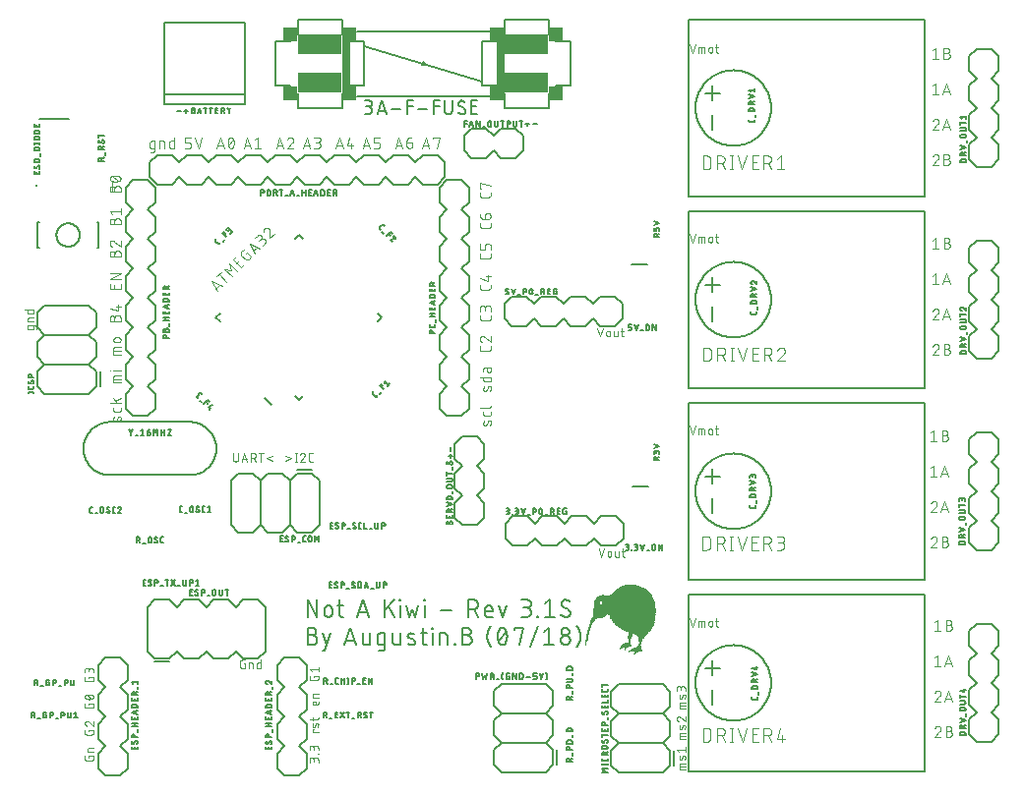
<source format=gbr>
G04 EAGLE Gerber X2 export*
%TF.Part,Single*%
%TF.FileFunction,Legend,Top,1*%
%TF.FilePolarity,Positive*%
%TF.GenerationSoftware,Autodesk,EAGLE,9.1.0*%
%TF.CreationDate,2018-11-01T15:44:49Z*%
G75*
%MOMM*%
%FSLAX34Y34*%
%LPD*%
%AMOC8*
5,1,8,0,0,1.08239X$1,22.5*%
G01*
%ADD10C,0.076200*%
%ADD11C,0.127000*%
%ADD12R,0.006000X0.003000*%
%ADD13R,0.012000X0.003000*%
%ADD14R,0.015000X0.003000*%
%ADD15R,0.018000X0.003000*%
%ADD16R,0.021000X0.003000*%
%ADD17R,0.024000X0.003000*%
%ADD18R,0.027000X0.003000*%
%ADD19R,0.033000X0.003000*%
%ADD20R,0.036000X0.003000*%
%ADD21R,0.039000X0.003000*%
%ADD22R,0.045000X0.003000*%
%ADD23R,0.048000X0.003000*%
%ADD24R,0.054000X0.003000*%
%ADD25R,0.057000X0.003000*%
%ADD26R,0.060000X0.003000*%
%ADD27R,0.063000X0.003000*%
%ADD28R,0.072000X0.003000*%
%ADD29R,0.078000X0.003000*%
%ADD30R,0.081000X0.003000*%
%ADD31R,0.084000X0.003000*%
%ADD32R,0.087000X0.003000*%
%ADD33R,0.090000X0.003000*%
%ADD34R,0.096000X0.003000*%
%ADD35R,0.102000X0.003000*%
%ADD36R,0.105000X0.003000*%
%ADD37R,0.108000X0.003000*%
%ADD38R,0.111000X0.003000*%
%ADD39R,0.114000X0.003000*%
%ADD40R,0.120000X0.003000*%
%ADD41R,0.123000X0.003000*%
%ADD42R,0.129000X0.003000*%
%ADD43R,0.132000X0.003000*%
%ADD44R,0.135000X0.003000*%
%ADD45R,0.138000X0.003000*%
%ADD46R,0.144000X0.003000*%
%ADD47R,0.150000X0.003000*%
%ADD48R,0.156000X0.003000*%
%ADD49R,0.153000X0.003000*%
%ADD50R,0.162000X0.003000*%
%ADD51R,0.165000X0.003000*%
%ADD52R,0.171000X0.003000*%
%ADD53R,0.180000X0.003000*%
%ADD54R,0.183000X0.003000*%
%ADD55R,0.186000X0.003000*%
%ADD56R,0.189000X0.003000*%
%ADD57R,0.192000X0.003000*%
%ADD58R,0.201000X0.003000*%
%ADD59R,0.207000X0.003000*%
%ADD60R,0.210000X0.003000*%
%ADD61R,0.213000X0.003000*%
%ADD62R,0.216000X0.003000*%
%ADD63R,0.219000X0.003000*%
%ADD64R,0.225000X0.003000*%
%ADD65R,0.234000X0.003000*%
%ADD66R,0.240000X0.003000*%
%ADD67R,0.243000X0.003000*%
%ADD68R,0.246000X0.003000*%
%ADD69R,0.249000X0.003000*%
%ADD70R,0.261000X0.003000*%
%ADD71R,0.270000X0.003000*%
%ADD72R,0.273000X0.003000*%
%ADD73R,0.276000X0.003000*%
%ADD74R,0.279000X0.003000*%
%ADD75R,0.285000X0.003000*%
%ADD76R,0.294000X0.003000*%
%ADD77R,0.309000X0.003000*%
%ADD78R,0.315000X0.003000*%
%ADD79R,0.042000X0.003000*%
%ADD80R,0.321000X0.003000*%
%ADD81R,0.324000X0.003000*%
%ADD82R,0.327000X0.003000*%
%ADD83R,0.051000X0.003000*%
%ADD84R,0.348000X0.003000*%
%ADD85R,0.357000X0.003000*%
%ADD86R,0.366000X0.003000*%
%ADD87R,0.117000X0.003000*%
%ADD88R,0.390000X0.003000*%
%ADD89R,0.399000X0.003000*%
%ADD90R,0.408000X0.003000*%
%ADD91R,0.420000X0.003000*%
%ADD92R,0.195000X0.003000*%
%ADD93R,0.600000X0.003000*%
%ADD94R,0.606000X0.003000*%
%ADD95R,0.609000X0.003000*%
%ADD96R,0.222000X0.003000*%
%ADD97R,0.612000X0.003000*%
%ADD98R,0.228000X0.003000*%
%ADD99R,0.615000X0.003000*%
%ADD100R,0.618000X0.003000*%
%ADD101R,0.303000X0.003000*%
%ADD102R,0.624000X0.003000*%
%ADD103R,0.318000X0.003000*%
%ADD104R,0.627000X0.003000*%
%ADD105R,1.059000X0.003000*%
%ADD106R,1.056000X0.003000*%
%ADD107R,1.053000X0.003000*%
%ADD108R,1.050000X0.003000*%
%ADD109R,1.047000X0.003000*%
%ADD110R,1.044000X0.003000*%
%ADD111R,1.041000X0.003000*%
%ADD112R,1.032000X0.003000*%
%ADD113R,1.026000X0.003000*%
%ADD114R,1.020000X0.003000*%
%ADD115R,1.017000X0.003000*%
%ADD116R,1.011000X0.003000*%
%ADD117R,1.005000X0.003000*%
%ADD118R,0.999000X0.003000*%
%ADD119R,0.990000X0.003000*%
%ADD120R,0.984000X0.003000*%
%ADD121R,0.978000X0.003000*%
%ADD122R,0.972000X0.003000*%
%ADD123R,0.966000X0.003000*%
%ADD124R,0.957000X0.003000*%
%ADD125R,0.954000X0.003000*%
%ADD126R,0.948000X0.003000*%
%ADD127R,0.942000X0.003000*%
%ADD128R,0.939000X0.003000*%
%ADD129R,0.927000X0.003000*%
%ADD130R,0.003000X0.003000*%
%ADD131R,0.921000X0.003000*%
%ADD132R,0.915000X0.003000*%
%ADD133R,0.909000X0.003000*%
%ADD134R,0.009000X0.003000*%
%ADD135R,0.906000X0.003000*%
%ADD136R,0.897000X0.003000*%
%ADD137R,0.888000X0.003000*%
%ADD138R,0.879000X0.003000*%
%ADD139R,0.870000X0.003000*%
%ADD140R,0.867000X0.003000*%
%ADD141R,0.864000X0.003000*%
%ADD142R,0.855000X0.003000*%
%ADD143R,0.849000X0.003000*%
%ADD144R,0.837000X0.003000*%
%ADD145R,0.030000X0.003000*%
%ADD146R,0.834000X0.003000*%
%ADD147R,0.828000X0.003000*%
%ADD148R,0.822000X0.003000*%
%ADD149R,0.819000X0.003000*%
%ADD150R,0.813000X0.003000*%
%ADD151R,0.801000X0.003000*%
%ADD152R,0.792000X0.003000*%
%ADD153R,0.786000X0.003000*%
%ADD154R,0.780000X0.003000*%
%ADD155R,0.777000X0.003000*%
%ADD156R,0.774000X0.003000*%
%ADD157R,0.768000X0.003000*%
%ADD158R,0.747000X0.003000*%
%ADD159R,0.738000X0.003000*%
%ADD160R,0.735000X0.003000*%
%ADD161R,0.729000X0.003000*%
%ADD162R,0.723000X0.003000*%
%ADD163R,0.711000X0.003000*%
%ADD164R,0.699000X0.003000*%
%ADD165R,0.066000X0.003000*%
%ADD166R,0.690000X0.003000*%
%ADD167R,0.681000X0.003000*%
%ADD168R,0.069000X0.003000*%
%ADD169R,0.678000X0.003000*%
%ADD170R,0.675000X0.003000*%
%ADD171R,0.075000X0.003000*%
%ADD172R,0.666000X0.003000*%
%ADD173R,0.663000X0.003000*%
%ADD174R,0.639000X0.003000*%
%ADD175R,0.633000X0.003000*%
%ADD176R,0.603000X0.003000*%
%ADD177R,0.591000X0.003000*%
%ADD178R,0.570000X0.003000*%
%ADD179R,0.093000X0.003000*%
%ADD180R,0.564000X0.003000*%
%ADD181R,0.558000X0.003000*%
%ADD182R,0.099000X0.003000*%
%ADD183R,0.552000X0.003000*%
%ADD184R,0.537000X0.003000*%
%ADD185R,0.525000X0.003000*%
%ADD186R,0.513000X0.003000*%
%ADD187R,0.504000X0.003000*%
%ADD188R,0.498000X0.003000*%
%ADD189R,0.495000X0.003000*%
%ADD190R,0.486000X0.003000*%
%ADD191R,0.480000X0.003000*%
%ADD192R,0.462000X0.003000*%
%ADD193R,0.453000X0.003000*%
%ADD194R,0.126000X0.003000*%
%ADD195R,0.447000X0.003000*%
%ADD196R,0.444000X0.003000*%
%ADD197R,0.435000X0.003000*%
%ADD198R,0.423000X0.003000*%
%ADD199R,0.141000X0.003000*%
%ADD200R,0.414000X0.003000*%
%ADD201R,0.405000X0.003000*%
%ADD202R,0.147000X0.003000*%
%ADD203R,0.393000X0.003000*%
%ADD204R,0.384000X0.003000*%
%ADD205R,0.159000X0.003000*%
%ADD206R,0.378000X0.003000*%
%ADD207R,0.363000X0.003000*%
%ADD208R,0.168000X0.003000*%
%ADD209R,0.351000X0.003000*%
%ADD210R,0.177000X0.003000*%
%ADD211R,0.345000X0.003000*%
%ADD212R,0.339000X0.003000*%
%ADD213R,0.330000X0.003000*%
%ADD214R,0.204000X0.003000*%
%ADD215R,0.306000X0.003000*%
%ADD216R,0.300000X0.003000*%
%ADD217R,0.231000X0.003000*%
%ADD218R,0.291000X0.003000*%
%ADD219R,0.288000X0.003000*%
%ADD220R,0.255000X0.003000*%
%ADD221R,0.237000X0.003000*%
%ADD222R,0.282000X0.003000*%
%ADD223R,0.258000X0.003000*%
%ADD224R,0.252000X0.003000*%
%ADD225R,0.264000X0.003000*%
%ADD226R,0.267000X0.003000*%
%ADD227R,0.621000X0.003000*%
%ADD228R,0.630000X0.003000*%
%ADD229R,0.636000X0.003000*%
%ADD230R,0.642000X0.003000*%
%ADD231R,0.771000X0.003000*%
%ADD232R,0.795000X0.003000*%
%ADD233R,0.798000X0.003000*%
%ADD234R,0.789000X0.003000*%
%ADD235R,0.783000X0.003000*%
%ADD236R,0.765000X0.003000*%
%ADD237R,0.759000X0.003000*%
%ADD238R,0.750000X0.003000*%
%ADD239R,0.741000X0.003000*%
%ADD240R,0.732000X0.003000*%
%ADD241R,0.726000X0.003000*%
%ADD242R,0.720000X0.003000*%
%ADD243R,0.717000X0.003000*%
%ADD244R,0.705000X0.003000*%
%ADD245R,0.702000X0.003000*%
%ADD246R,0.696000X0.003000*%
%ADD247R,0.693000X0.003000*%
%ADD248R,0.687000X0.003000*%
%ADD249R,0.669000X0.003000*%
%ADD250R,0.657000X0.003000*%
%ADD251R,0.651000X0.003000*%
%ADD252R,0.645000X0.003000*%
%ADD253R,0.594000X0.003000*%
%ADD254R,0.585000X0.003000*%
%ADD255R,0.582000X0.003000*%
%ADD256R,0.576000X0.003000*%
%ADD257R,0.555000X0.003000*%
%ADD258R,0.549000X0.003000*%
%ADD259R,0.546000X0.003000*%
%ADD260R,0.543000X0.003000*%
%ADD261R,0.534000X0.003000*%
%ADD262R,0.510000X0.003000*%
%ADD263R,0.501000X0.003000*%
%ADD264R,0.477000X0.003000*%
%ADD265R,0.465000X0.003000*%
%ADD266R,0.441000X0.003000*%
%ADD267R,0.438000X0.003000*%
%ADD268R,0.432000X0.003000*%
%ADD269R,0.411000X0.003000*%
%ADD270R,0.402000X0.003000*%
%ADD271R,0.372000X0.003000*%
%ADD272R,0.360000X0.003000*%
%ADD273R,0.354000X0.003000*%
%ADD274R,0.297000X0.003000*%
%ADD275R,0.312000X0.003000*%
%ADD276R,0.333000X0.003000*%
%ADD277R,0.336000X0.003000*%
%ADD278R,0.342000X0.003000*%
%ADD279R,0.381000X0.003000*%
%ADD280R,0.387000X0.003000*%
%ADD281R,0.396000X0.003000*%
%ADD282R,0.417000X0.003000*%
%ADD283R,0.426000X0.003000*%
%ADD284R,0.429000X0.003000*%
%ADD285R,0.450000X0.003000*%
%ADD286R,0.456000X0.003000*%
%ADD287R,0.459000X0.003000*%
%ADD288R,0.468000X0.003000*%
%ADD289R,0.471000X0.003000*%
%ADD290R,0.474000X0.003000*%
%ADD291R,0.489000X0.003000*%
%ADD292R,0.492000X0.003000*%
%ADD293R,0.507000X0.003000*%
%ADD294R,0.516000X0.003000*%
%ADD295R,0.522000X0.003000*%
%ADD296R,0.531000X0.003000*%
%ADD297R,0.561000X0.003000*%
%ADD298R,0.567000X0.003000*%
%ADD299R,0.573000X0.003000*%
%ADD300R,0.579000X0.003000*%
%ADD301R,0.597000X0.003000*%
%ADD302R,0.654000X0.003000*%
%ADD303R,0.660000X0.003000*%
%ADD304R,0.708000X0.003000*%
%ADD305R,0.714000X0.003000*%
%ADD306R,0.753000X0.003000*%
%ADD307R,0.825000X0.003000*%
%ADD308R,0.831000X0.003000*%
%ADD309R,0.840000X0.003000*%
%ADD310R,0.861000X0.003000*%
%ADD311R,0.873000X0.003000*%
%ADD312R,0.885000X0.003000*%
%ADD313R,0.891000X0.003000*%
%ADD314R,0.903000X0.003000*%
%ADD315R,0.930000X0.003000*%
%ADD316R,0.960000X0.003000*%
%ADD317R,0.987000X0.003000*%
%ADD318R,0.996000X0.003000*%
%ADD319R,1.065000X0.003000*%
%ADD320R,1.074000X0.003000*%
%ADD321R,1.104000X0.003000*%
%ADD322R,0.369000X0.003000*%
%ADD323R,1.122000X0.003000*%
%ADD324R,1.575000X0.003000*%
%ADD325R,1.581000X0.003000*%
%ADD326R,1.584000X0.003000*%
%ADD327R,1.587000X0.003000*%
%ADD328R,1.590000X0.003000*%
%ADD329R,1.593000X0.003000*%
%ADD330R,1.596000X0.003000*%
%ADD331R,1.599000X0.003000*%
%ADD332R,1.602000X0.003000*%
%ADD333R,1.605000X0.003000*%
%ADD334R,1.611000X0.003000*%
%ADD335R,1.617000X0.003000*%
%ADD336R,1.620000X0.003000*%
%ADD337R,1.623000X0.003000*%
%ADD338R,1.626000X0.003000*%
%ADD339R,1.629000X0.003000*%
%ADD340R,1.632000X0.003000*%
%ADD341R,1.635000X0.003000*%
%ADD342R,1.638000X0.003000*%
%ADD343R,1.641000X0.003000*%
%ADD344R,1.647000X0.003000*%
%ADD345R,1.653000X0.003000*%
%ADD346R,1.656000X0.003000*%
%ADD347R,1.659000X0.003000*%
%ADD348R,1.662000X0.003000*%
%ADD349R,1.665000X0.003000*%
%ADD350R,1.671000X0.003000*%
%ADD351R,0.174000X0.003000*%
%ADD352R,1.668000X0.003000*%
%ADD353R,1.674000X0.003000*%
%ADD354R,1.677000X0.003000*%
%ADD355R,1.680000X0.003000*%
%ADD356R,1.683000X0.003000*%
%ADD357R,1.686000X0.003000*%
%ADD358R,1.689000X0.003000*%
%ADD359R,1.695000X0.003000*%
%ADD360R,1.698000X0.003000*%
%ADD361R,1.704000X0.003000*%
%ADD362R,1.710000X0.003000*%
%ADD363R,1.719000X0.003000*%
%ADD364R,1.725000X0.003000*%
%ADD365R,1.731000X0.003000*%
%ADD366R,1.734000X0.003000*%
%ADD367R,1.746000X0.003000*%
%ADD368R,1.767000X0.003000*%
%ADD369R,1.785000X0.003000*%
%ADD370R,1.803000X0.003000*%
%ADD371R,1.815000X0.003000*%
%ADD372R,1.824000X0.003000*%
%ADD373R,1.830000X0.003000*%
%ADD374R,1.839000X0.003000*%
%ADD375R,1.866000X0.003000*%
%ADD376R,1.884000X0.003000*%
%ADD377R,1.890000X0.003000*%
%ADD378R,1.899000X0.003000*%
%ADD379R,1.911000X0.003000*%
%ADD380R,1.920000X0.003000*%
%ADD381R,1.932000X0.003000*%
%ADD382R,1.956000X0.003000*%
%ADD383R,1.971000X0.003000*%
%ADD384R,1.980000X0.003000*%
%ADD385R,1.989000X0.003000*%
%ADD386R,1.992000X0.003000*%
%ADD387R,2.016000X0.003000*%
%ADD388R,2.025000X0.003000*%
%ADD389R,2.037000X0.003000*%
%ADD390R,2.052000X0.003000*%
%ADD391R,2.058000X0.003000*%
%ADD392R,2.061000X0.003000*%
%ADD393R,2.076000X0.003000*%
%ADD394R,2.097000X0.003000*%
%ADD395R,2.109000X0.003000*%
%ADD396R,2.112000X0.003000*%
%ADD397R,2.118000X0.003000*%
%ADD398R,2.127000X0.003000*%
%ADD399R,2.139000X0.003000*%
%ADD400R,2.151000X0.003000*%
%ADD401R,2.166000X0.003000*%
%ADD402R,2.175000X0.003000*%
%ADD403R,2.184000X0.003000*%
%ADD404R,2.187000X0.003000*%
%ADD405R,2.193000X0.003000*%
%ADD406R,2.205000X0.003000*%
%ADD407R,2.223000X0.003000*%
%ADD408R,2.235000X0.003000*%
%ADD409R,2.241000X0.003000*%
%ADD410R,2.247000X0.003000*%
%ADD411R,2.256000X0.003000*%
%ADD412R,2.265000X0.003000*%
%ADD413R,2.274000X0.003000*%
%ADD414R,2.292000X0.003000*%
%ADD415R,2.301000X0.003000*%
%ADD416R,2.307000X0.003000*%
%ADD417R,2.313000X0.003000*%
%ADD418R,2.322000X0.003000*%
%ADD419R,2.337000X0.003000*%
%ADD420R,2.349000X0.003000*%
%ADD421R,2.358000X0.003000*%
%ADD422R,2.364000X0.003000*%
%ADD423R,2.370000X0.003000*%
%ADD424R,2.376000X0.003000*%
%ADD425R,2.385000X0.003000*%
%ADD426R,2.403000X0.003000*%
%ADD427R,2.412000X0.003000*%
%ADD428R,2.415000X0.003000*%
%ADD429R,2.421000X0.003000*%
%ADD430R,2.427000X0.003000*%
%ADD431R,2.430000X0.003000*%
%ADD432R,2.442000X0.003000*%
%ADD433R,2.457000X0.003000*%
%ADD434R,2.463000X0.003000*%
%ADD435R,2.469000X0.003000*%
%ADD436R,2.472000X0.003000*%
%ADD437R,2.478000X0.003000*%
%ADD438R,2.487000X0.003000*%
%ADD439R,2.499000X0.003000*%
%ADD440R,2.511000X0.003000*%
%ADD441R,2.517000X0.003000*%
%ADD442R,2.523000X0.003000*%
%ADD443R,2.526000X0.003000*%
%ADD444R,2.535000X0.003000*%
%ADD445R,2.544000X0.003000*%
%ADD446R,2.556000X0.003000*%
%ADD447R,2.562000X0.003000*%
%ADD448R,2.568000X0.003000*%
%ADD449R,0.198000X0.003000*%
%ADD450R,2.571000X0.003000*%
%ADD451R,2.577000X0.003000*%
%ADD452R,2.586000X0.003000*%
%ADD453R,2.598000X0.003000*%
%ADD454R,2.610000X0.003000*%
%ADD455R,2.613000X0.003000*%
%ADD456R,2.619000X0.003000*%
%ADD457R,2.622000X0.003000*%
%ADD458R,2.628000X0.003000*%
%ADD459R,2.640000X0.003000*%
%ADD460R,2.652000X0.003000*%
%ADD461R,2.658000X0.003000*%
%ADD462R,2.664000X0.003000*%
%ADD463R,2.667000X0.003000*%
%ADD464R,2.670000X0.003000*%
%ADD465R,2.679000X0.003000*%
%ADD466R,2.685000X0.003000*%
%ADD467R,2.697000X0.003000*%
%ADD468R,2.700000X0.003000*%
%ADD469R,2.703000X0.003000*%
%ADD470R,2.709000X0.003000*%
%ADD471R,2.712000X0.003000*%
%ADD472R,2.721000X0.003000*%
%ADD473R,2.733000X0.003000*%
%ADD474R,2.742000X0.003000*%
%ADD475R,2.748000X0.003000*%
%ADD476R,2.754000X0.003000*%
%ADD477R,2.757000X0.003000*%
%ADD478R,2.763000X0.003000*%
%ADD479R,2.769000X0.003000*%
%ADD480R,2.781000X0.003000*%
%ADD481R,2.787000X0.003000*%
%ADD482R,2.793000X0.003000*%
%ADD483R,2.796000X0.003000*%
%ADD484R,2.799000X0.003000*%
%ADD485R,2.805000X0.003000*%
%ADD486R,2.814000X0.003000*%
%ADD487R,2.820000X0.003000*%
%ADD488R,2.826000X0.003000*%
%ADD489R,2.829000X0.003000*%
%ADD490R,2.832000X0.003000*%
%ADD491R,2.841000X0.003000*%
%ADD492R,2.850000X0.003000*%
%ADD493R,2.859000X0.003000*%
%ADD494R,2.862000X0.003000*%
%ADD495R,2.871000X0.003000*%
%ADD496R,2.874000X0.003000*%
%ADD497R,2.883000X0.003000*%
%ADD498R,2.889000X0.003000*%
%ADD499R,2.895000X0.003000*%
%ADD500R,2.901000X0.003000*%
%ADD501R,2.907000X0.003000*%
%ADD502R,2.910000X0.003000*%
%ADD503R,2.913000X0.003000*%
%ADD504R,2.922000X0.003000*%
%ADD505R,2.928000X0.003000*%
%ADD506R,2.937000X0.003000*%
%ADD507R,2.940000X0.003000*%
%ADD508R,2.946000X0.003000*%
%ADD509R,2.952000X0.003000*%
%ADD510R,2.955000X0.003000*%
%ADD511R,2.964000X0.003000*%
%ADD512R,2.970000X0.003000*%
%ADD513R,2.976000X0.003000*%
%ADD514R,2.979000X0.003000*%
%ADD515R,2.982000X0.003000*%
%ADD516R,2.985000X0.003000*%
%ADD517R,2.991000X0.003000*%
%ADD518R,2.997000X0.003000*%
%ADD519R,3.006000X0.003000*%
%ADD520R,3.012000X0.003000*%
%ADD521R,3.015000X0.003000*%
%ADD522R,3.018000X0.003000*%
%ADD523R,3.021000X0.003000*%
%ADD524R,3.027000X0.003000*%
%ADD525R,3.036000X0.003000*%
%ADD526R,3.039000X0.003000*%
%ADD527R,3.042000X0.003000*%
%ADD528R,3.048000X0.003000*%
%ADD529R,3.054000X0.003000*%
%ADD530R,3.060000X0.003000*%
%ADD531R,3.066000X0.003000*%
%ADD532R,3.072000X0.003000*%
%ADD533R,3.075000X0.003000*%
%ADD534R,3.078000X0.003000*%
%ADD535R,3.081000X0.003000*%
%ADD536R,3.087000X0.003000*%
%ADD537R,3.093000X0.003000*%
%ADD538R,3.099000X0.003000*%
%ADD539R,3.105000X0.003000*%
%ADD540R,3.108000X0.003000*%
%ADD541R,3.114000X0.003000*%
%ADD542R,3.120000X0.003000*%
%ADD543R,3.126000X0.003000*%
%ADD544R,3.135000X0.003000*%
%ADD545R,3.138000X0.003000*%
%ADD546R,3.141000X0.003000*%
%ADD547R,3.144000X0.003000*%
%ADD548R,3.147000X0.003000*%
%ADD549R,3.153000X0.003000*%
%ADD550R,3.156000X0.003000*%
%ADD551R,3.162000X0.003000*%
%ADD552R,3.165000X0.003000*%
%ADD553R,3.168000X0.003000*%
%ADD554R,3.174000X0.003000*%
%ADD555R,3.177000X0.003000*%
%ADD556R,3.189000X0.003000*%
%ADD557R,3.195000X0.003000*%
%ADD558R,3.198000X0.003000*%
%ADD559R,3.201000X0.003000*%
%ADD560R,3.204000X0.003000*%
%ADD561R,3.207000X0.003000*%
%ADD562R,3.210000X0.003000*%
%ADD563R,3.216000X0.003000*%
%ADD564R,3.219000X0.003000*%
%ADD565R,3.225000X0.003000*%
%ADD566R,3.228000X0.003000*%
%ADD567R,3.234000X0.003000*%
%ADD568R,3.237000X0.003000*%
%ADD569R,3.243000X0.003000*%
%ADD570R,3.249000X0.003000*%
%ADD571R,3.252000X0.003000*%
%ADD572R,3.255000X0.003000*%
%ADD573R,3.258000X0.003000*%
%ADD574R,3.261000X0.003000*%
%ADD575R,3.264000X0.003000*%
%ADD576R,3.270000X0.003000*%
%ADD577R,3.276000X0.003000*%
%ADD578R,3.279000X0.003000*%
%ADD579R,3.282000X0.003000*%
%ADD580R,3.288000X0.003000*%
%ADD581R,3.294000X0.003000*%
%ADD582R,3.300000X0.003000*%
%ADD583R,3.303000X0.003000*%
%ADD584R,3.306000X0.003000*%
%ADD585R,3.309000X0.003000*%
%ADD586R,3.312000X0.003000*%
%ADD587R,3.315000X0.003000*%
%ADD588R,3.324000X0.003000*%
%ADD589R,3.327000X0.003000*%
%ADD590R,3.330000X0.003000*%
%ADD591R,3.333000X0.003000*%
%ADD592R,3.339000X0.003000*%
%ADD593R,3.342000X0.003000*%
%ADD594R,3.348000X0.003000*%
%ADD595R,3.351000X0.003000*%
%ADD596R,3.357000X0.003000*%
%ADD597R,3.360000X0.003000*%
%ADD598R,3.363000X0.003000*%
%ADD599R,3.366000X0.003000*%
%ADD600R,3.372000X0.003000*%
%ADD601R,3.375000X0.003000*%
%ADD602R,3.378000X0.003000*%
%ADD603R,3.384000X0.003000*%
%ADD604R,3.387000X0.003000*%
%ADD605R,3.390000X0.003000*%
%ADD606R,3.393000X0.003000*%
%ADD607R,3.396000X0.003000*%
%ADD608R,3.402000X0.003000*%
%ADD609R,3.405000X0.003000*%
%ADD610R,3.411000X0.003000*%
%ADD611R,3.414000X0.003000*%
%ADD612R,3.417000X0.003000*%
%ADD613R,3.423000X0.003000*%
%ADD614R,3.426000X0.003000*%
%ADD615R,3.429000X0.003000*%
%ADD616R,3.435000X0.003000*%
%ADD617R,3.438000X0.003000*%
%ADD618R,3.441000X0.003000*%
%ADD619R,3.447000X0.003000*%
%ADD620R,3.453000X0.003000*%
%ADD621R,3.456000X0.003000*%
%ADD622R,3.459000X0.003000*%
%ADD623R,3.462000X0.003000*%
%ADD624R,3.471000X0.003000*%
%ADD625R,3.477000X0.003000*%
%ADD626R,3.480000X0.003000*%
%ADD627R,3.486000X0.003000*%
%ADD628R,3.489000X0.003000*%
%ADD629R,3.498000X0.003000*%
%ADD630R,3.501000X0.003000*%
%ADD631R,3.504000X0.003000*%
%ADD632R,3.510000X0.003000*%
%ADD633R,3.513000X0.003000*%
%ADD634R,3.516000X0.003000*%
%ADD635R,3.519000X0.003000*%
%ADD636R,3.522000X0.003000*%
%ADD637R,3.525000X0.003000*%
%ADD638R,3.531000X0.003000*%
%ADD639R,3.534000X0.003000*%
%ADD640R,3.537000X0.003000*%
%ADD641R,3.543000X0.003000*%
%ADD642R,3.546000X0.003000*%
%ADD643R,3.552000X0.003000*%
%ADD644R,3.555000X0.003000*%
%ADD645R,3.558000X0.003000*%
%ADD646R,3.561000X0.003000*%
%ADD647R,3.567000X0.003000*%
%ADD648R,3.570000X0.003000*%
%ADD649R,3.573000X0.003000*%
%ADD650R,3.576000X0.003000*%
%ADD651R,3.579000X0.003000*%
%ADD652R,3.582000X0.003000*%
%ADD653R,3.588000X0.003000*%
%ADD654R,3.591000X0.003000*%
%ADD655R,3.594000X0.003000*%
%ADD656R,3.597000X0.003000*%
%ADD657R,3.600000X0.003000*%
%ADD658R,3.603000X0.003000*%
%ADD659R,3.609000X0.003000*%
%ADD660R,3.612000X0.003000*%
%ADD661R,3.618000X0.003000*%
%ADD662R,3.621000X0.003000*%
%ADD663R,3.627000X0.003000*%
%ADD664R,3.630000X0.003000*%
%ADD665R,3.633000X0.003000*%
%ADD666R,3.636000X0.003000*%
%ADD667R,3.639000X0.003000*%
%ADD668R,3.642000X0.003000*%
%ADD669R,3.648000X0.003000*%
%ADD670R,3.651000X0.003000*%
%ADD671R,3.654000X0.003000*%
%ADD672R,3.657000X0.003000*%
%ADD673R,3.663000X0.003000*%
%ADD674R,3.666000X0.003000*%
%ADD675R,3.669000X0.003000*%
%ADD676R,3.672000X0.003000*%
%ADD677R,3.675000X0.003000*%
%ADD678R,3.678000X0.003000*%
%ADD679R,3.681000X0.003000*%
%ADD680R,3.684000X0.003000*%
%ADD681R,3.687000X0.003000*%
%ADD682R,3.690000X0.003000*%
%ADD683R,3.696000X0.003000*%
%ADD684R,3.699000X0.003000*%
%ADD685R,3.702000X0.003000*%
%ADD686R,3.708000X0.003000*%
%ADD687R,3.714000X0.003000*%
%ADD688R,3.717000X0.003000*%
%ADD689R,3.720000X0.003000*%
%ADD690R,3.723000X0.003000*%
%ADD691R,3.726000X0.003000*%
%ADD692R,3.729000X0.003000*%
%ADD693R,3.732000X0.003000*%
%ADD694R,3.735000X0.003000*%
%ADD695R,3.738000X0.003000*%
%ADD696R,3.741000X0.003000*%
%ADD697R,3.744000X0.003000*%
%ADD698R,3.747000X0.003000*%
%ADD699R,3.750000X0.003000*%
%ADD700R,3.753000X0.003000*%
%ADD701R,3.756000X0.003000*%
%ADD702R,3.759000X0.003000*%
%ADD703R,3.765000X0.003000*%
%ADD704R,3.768000X0.003000*%
%ADD705R,3.771000X0.003000*%
%ADD706R,3.774000X0.003000*%
%ADD707R,3.777000X0.003000*%
%ADD708R,3.780000X0.003000*%
%ADD709R,3.783000X0.003000*%
%ADD710R,3.786000X0.003000*%
%ADD711R,3.789000X0.003000*%
%ADD712R,3.792000X0.003000*%
%ADD713R,3.798000X0.003000*%
%ADD714R,3.801000X0.003000*%
%ADD715R,3.804000X0.003000*%
%ADD716R,3.807000X0.003000*%
%ADD717R,3.810000X0.003000*%
%ADD718R,3.813000X0.003000*%
%ADD719R,3.816000X0.003000*%
%ADD720R,3.819000X0.003000*%
%ADD721R,3.822000X0.003000*%
%ADD722R,3.825000X0.003000*%
%ADD723R,0.588000X0.003000*%
%ADD724R,3.828000X0.003000*%
%ADD725R,3.834000X0.003000*%
%ADD726R,3.837000X0.003000*%
%ADD727R,3.840000X0.003000*%
%ADD728R,3.843000X0.003000*%
%ADD729R,3.846000X0.003000*%
%ADD730R,3.849000X0.003000*%
%ADD731R,0.744000X0.003000*%
%ADD732R,3.852000X0.003000*%
%ADD733R,3.855000X0.003000*%
%ADD734R,3.858000X0.003000*%
%ADD735R,3.861000X0.003000*%
%ADD736R,3.864000X0.003000*%
%ADD737R,0.810000X0.003000*%
%ADD738R,3.870000X0.003000*%
%ADD739R,3.873000X0.003000*%
%ADD740R,3.879000X0.003000*%
%ADD741R,3.882000X0.003000*%
%ADD742R,3.885000X0.003000*%
%ADD743R,0.852000X0.003000*%
%ADD744R,3.888000X0.003000*%
%ADD745R,3.894000X0.003000*%
%ADD746R,3.897000X0.003000*%
%ADD747R,3.900000X0.003000*%
%ADD748R,3.903000X0.003000*%
%ADD749R,3.906000X0.003000*%
%ADD750R,0.894000X0.003000*%
%ADD751R,0.900000X0.003000*%
%ADD752R,3.909000X0.003000*%
%ADD753R,3.912000X0.003000*%
%ADD754R,3.915000X0.003000*%
%ADD755R,0.924000X0.003000*%
%ADD756R,3.918000X0.003000*%
%ADD757R,3.921000X0.003000*%
%ADD758R,0.933000X0.003000*%
%ADD759R,0.945000X0.003000*%
%ADD760R,3.924000X0.003000*%
%ADD761R,0.951000X0.003000*%
%ADD762R,3.927000X0.003000*%
%ADD763R,3.930000X0.003000*%
%ADD764R,0.963000X0.003000*%
%ADD765R,3.933000X0.003000*%
%ADD766R,0.975000X0.003000*%
%ADD767R,3.936000X0.003000*%
%ADD768R,3.939000X0.003000*%
%ADD769R,0.981000X0.003000*%
%ADD770R,3.942000X0.003000*%
%ADD771R,3.945000X0.003000*%
%ADD772R,3.948000X0.003000*%
%ADD773R,3.951000X0.003000*%
%ADD774R,1.008000X0.003000*%
%ADD775R,3.954000X0.003000*%
%ADD776R,1.014000X0.003000*%
%ADD777R,3.957000X0.003000*%
%ADD778R,1.023000X0.003000*%
%ADD779R,1.035000X0.003000*%
%ADD780R,3.960000X0.003000*%
%ADD781R,1.038000X0.003000*%
%ADD782R,3.963000X0.003000*%
%ADD783R,3.966000X0.003000*%
%ADD784R,3.969000X0.003000*%
%ADD785R,1.068000X0.003000*%
%ADD786R,1.071000X0.003000*%
%ADD787R,3.972000X0.003000*%
%ADD788R,1.077000X0.003000*%
%ADD789R,3.975000X0.003000*%
%ADD790R,1.083000X0.003000*%
%ADD791R,1.089000X0.003000*%
%ADD792R,3.978000X0.003000*%
%ADD793R,1.092000X0.003000*%
%ADD794R,3.981000X0.003000*%
%ADD795R,1.095000X0.003000*%
%ADD796R,3.984000X0.003000*%
%ADD797R,1.101000X0.003000*%
%ADD798R,1.107000X0.003000*%
%ADD799R,3.990000X0.003000*%
%ADD800R,1.113000X0.003000*%
%ADD801R,1.116000X0.003000*%
%ADD802R,1.119000X0.003000*%
%ADD803R,3.993000X0.003000*%
%ADD804R,1.125000X0.003000*%
%ADD805R,3.996000X0.003000*%
%ADD806R,1.128000X0.003000*%
%ADD807R,3.999000X0.003000*%
%ADD808R,1.134000X0.003000*%
%ADD809R,4.002000X0.003000*%
%ADD810R,1.140000X0.003000*%
%ADD811R,4.005000X0.003000*%
%ADD812R,1.143000X0.003000*%
%ADD813R,4.008000X0.003000*%
%ADD814R,1.146000X0.003000*%
%ADD815R,1.149000X0.003000*%
%ADD816R,1.152000X0.003000*%
%ADD817R,4.011000X0.003000*%
%ADD818R,1.158000X0.003000*%
%ADD819R,1.161000X0.003000*%
%ADD820R,1.164000X0.003000*%
%ADD821R,4.014000X0.003000*%
%ADD822R,1.167000X0.003000*%
%ADD823R,1.170000X0.003000*%
%ADD824R,4.017000X0.003000*%
%ADD825R,1.173000X0.003000*%
%ADD826R,4.020000X0.003000*%
%ADD827R,1.179000X0.003000*%
%ADD828R,4.023000X0.003000*%
%ADD829R,1.185000X0.003000*%
%ADD830R,4.026000X0.003000*%
%ADD831R,1.188000X0.003000*%
%ADD832R,1.191000X0.003000*%
%ADD833R,4.029000X0.003000*%
%ADD834R,1.194000X0.003000*%
%ADD835R,1.197000X0.003000*%
%ADD836R,1.200000X0.003000*%
%ADD837R,1.203000X0.003000*%
%ADD838R,4.032000X0.003000*%
%ADD839R,1.206000X0.003000*%
%ADD840R,4.035000X0.003000*%
%ADD841R,1.209000X0.003000*%
%ADD842R,4.038000X0.003000*%
%ADD843R,1.212000X0.003000*%
%ADD844R,1.218000X0.003000*%
%ADD845R,4.041000X0.003000*%
%ADD846R,1.224000X0.003000*%
%ADD847R,1.227000X0.003000*%
%ADD848R,1.230000X0.003000*%
%ADD849R,4.044000X0.003000*%
%ADD850R,1.233000X0.003000*%
%ADD851R,1.236000X0.003000*%
%ADD852R,1.239000X0.003000*%
%ADD853R,1.242000X0.003000*%
%ADD854R,4.047000X0.003000*%
%ADD855R,1.248000X0.003000*%
%ADD856R,1.251000X0.003000*%
%ADD857R,4.050000X0.003000*%
%ADD858R,4.053000X0.003000*%
%ADD859R,1.254000X0.003000*%
%ADD860R,4.056000X0.003000*%
%ADD861R,1.260000X0.003000*%
%ADD862R,4.065000X0.003000*%
%ADD863R,5.331000X0.003000*%
%ADD864R,5.334000X0.003000*%
%ADD865R,5.337000X0.003000*%
%ADD866R,5.340000X0.003000*%
%ADD867R,5.343000X0.003000*%
%ADD868R,5.346000X0.003000*%
%ADD869R,5.328000X0.003000*%
%ADD870R,5.325000X0.003000*%
%ADD871R,5.322000X0.003000*%
%ADD872R,5.319000X0.003000*%
%ADD873R,5.316000X0.003000*%
%ADD874R,5.313000X0.003000*%
%ADD875R,5.310000X0.003000*%
%ADD876R,5.307000X0.003000*%
%ADD877R,5.304000X0.003000*%
%ADD878R,5.301000X0.003000*%
%ADD879R,5.298000X0.003000*%
%ADD880R,5.295000X0.003000*%
%ADD881R,5.292000X0.003000*%
%ADD882R,5.289000X0.003000*%
%ADD883R,5.286000X0.003000*%
%ADD884R,5.283000X0.003000*%
%ADD885R,5.280000X0.003000*%
%ADD886R,5.277000X0.003000*%
%ADD887R,5.274000X0.003000*%
%ADD888R,5.271000X0.003000*%
%ADD889R,5.268000X0.003000*%
%ADD890R,5.265000X0.003000*%
%ADD891R,5.262000X0.003000*%
%ADD892R,5.259000X0.003000*%
%ADD893R,5.256000X0.003000*%
%ADD894R,5.253000X0.003000*%
%ADD895R,5.250000X0.003000*%
%ADD896R,5.247000X0.003000*%
%ADD897R,4.632000X0.003000*%
%ADD898R,4.617000X0.003000*%
%ADD899R,4.602000X0.003000*%
%ADD900R,0.540000X0.003000*%
%ADD901R,4.596000X0.003000*%
%ADD902R,4.587000X0.003000*%
%ADD903R,4.581000X0.003000*%
%ADD904R,4.575000X0.003000*%
%ADD905R,4.569000X0.003000*%
%ADD906R,4.563000X0.003000*%
%ADD907R,4.560000X0.003000*%
%ADD908R,4.554000X0.003000*%
%ADD909R,4.551000X0.003000*%
%ADD910R,4.548000X0.003000*%
%ADD911R,4.545000X0.003000*%
%ADD912R,0.483000X0.003000*%
%ADD913R,4.539000X0.003000*%
%ADD914R,4.536000X0.003000*%
%ADD915R,4.533000X0.003000*%
%ADD916R,4.527000X0.003000*%
%ADD917R,4.524000X0.003000*%
%ADD918R,4.521000X0.003000*%
%ADD919R,4.518000X0.003000*%
%ADD920R,4.515000X0.003000*%
%ADD921R,4.512000X0.003000*%
%ADD922R,4.509000X0.003000*%
%ADD923R,4.506000X0.003000*%
%ADD924R,4.503000X0.003000*%
%ADD925R,4.500000X0.003000*%
%ADD926R,4.494000X0.003000*%
%ADD927R,4.491000X0.003000*%
%ADD928R,4.488000X0.003000*%
%ADD929R,4.485000X0.003000*%
%ADD930R,4.482000X0.003000*%
%ADD931R,4.479000X0.003000*%
%ADD932R,4.476000X0.003000*%
%ADD933R,4.473000X0.003000*%
%ADD934R,4.470000X0.003000*%
%ADD935R,4.467000X0.003000*%
%ADD936R,4.497000X0.003000*%
%ADD937R,5.094000X0.003000*%
%ADD938R,5.091000X0.003000*%
%ADD939R,5.088000X0.003000*%
%ADD940R,5.085000X0.003000*%
%ADD941R,5.082000X0.003000*%
%ADD942R,5.076000X0.003000*%
%ADD943R,5.073000X0.003000*%
%ADD944R,5.067000X0.003000*%
%ADD945R,5.064000X0.003000*%
%ADD946R,5.061000X0.003000*%
%ADD947R,5.055000X0.003000*%
%ADD948R,5.052000X0.003000*%
%ADD949R,5.046000X0.003000*%
%ADD950R,5.040000X0.003000*%
%ADD951R,5.037000X0.003000*%
%ADD952R,5.031000X0.003000*%
%ADD953R,5.025000X0.003000*%
%ADD954R,5.022000X0.003000*%
%ADD955R,5.019000X0.003000*%
%ADD956R,5.013000X0.003000*%
%ADD957R,5.007000X0.003000*%
%ADD958R,5.004000X0.003000*%
%ADD959R,5.001000X0.003000*%
%ADD960R,4.998000X0.003000*%
%ADD961R,4.995000X0.003000*%
%ADD962R,4.992000X0.003000*%
%ADD963R,4.986000X0.003000*%
%ADD964R,4.983000X0.003000*%
%ADD965R,4.980000X0.003000*%
%ADD966R,4.974000X0.003000*%
%ADD967R,4.971000X0.003000*%
%ADD968R,4.965000X0.003000*%
%ADD969R,4.959000X0.003000*%
%ADD970R,4.956000X0.003000*%
%ADD971R,4.953000X0.003000*%
%ADD972R,4.950000X0.003000*%
%ADD973R,4.947000X0.003000*%
%ADD974R,4.941000X0.003000*%
%ADD975R,4.935000X0.003000*%
%ADD976R,4.932000X0.003000*%
%ADD977R,4.926000X0.003000*%
%ADD978R,4.923000X0.003000*%
%ADD979R,4.920000X0.003000*%
%ADD980R,4.914000X0.003000*%
%ADD981R,4.911000X0.003000*%
%ADD982R,4.905000X0.003000*%
%ADD983R,4.899000X0.003000*%
%ADD984R,4.893000X0.003000*%
%ADD985R,4.890000X0.003000*%
%ADD986R,4.884000X0.003000*%
%ADD987R,4.881000X0.003000*%
%ADD988R,4.875000X0.003000*%
%ADD989R,4.872000X0.003000*%
%ADD990R,4.866000X0.003000*%
%ADD991R,4.863000X0.003000*%
%ADD992R,4.860000X0.003000*%
%ADD993R,4.857000X0.003000*%
%ADD994R,4.854000X0.003000*%
%ADD995R,4.851000X0.003000*%
%ADD996R,4.845000X0.003000*%
%ADD997R,4.842000X0.003000*%
%ADD998R,4.839000X0.003000*%
%ADD999R,4.836000X0.003000*%
%ADD1000R,4.833000X0.003000*%
%ADD1001R,4.827000X0.003000*%
%ADD1002R,4.821000X0.003000*%
%ADD1003R,4.818000X0.003000*%
%ADD1004R,4.812000X0.003000*%
%ADD1005R,4.806000X0.003000*%
%ADD1006R,4.803000X0.003000*%
%ADD1007R,4.800000X0.003000*%
%ADD1008R,4.791000X0.003000*%
%ADD1009R,4.788000X0.003000*%
%ADD1010R,4.782000X0.003000*%
%ADD1011R,4.779000X0.003000*%
%ADD1012R,4.773000X0.003000*%
%ADD1013R,4.764000X0.003000*%
%ADD1014R,4.761000X0.003000*%
%ADD1015R,4.755000X0.003000*%
%ADD1016R,4.752000X0.003000*%
%ADD1017R,4.746000X0.003000*%
%ADD1018R,4.740000X0.003000*%
%ADD1019R,4.731000X0.003000*%
%ADD1020R,4.725000X0.003000*%
%ADD1021R,4.719000X0.003000*%
%ADD1022R,4.716000X0.003000*%
%ADD1023R,4.710000X0.003000*%
%ADD1024R,4.707000X0.003000*%
%ADD1025R,4.698000X0.003000*%
%ADD1026R,4.692000X0.003000*%
%ADD1027R,4.686000X0.003000*%
%ADD1028R,4.680000X0.003000*%
%ADD1029R,4.674000X0.003000*%
%ADD1030R,4.665000X0.003000*%
%ADD1031R,4.653000X0.003000*%
%ADD1032R,4.647000X0.003000*%
%ADD1033R,4.641000X0.003000*%
%ADD1034R,4.638000X0.003000*%
%ADD1035R,4.629000X0.003000*%
%ADD1036R,4.605000X0.003000*%
%ADD1037R,4.599000X0.003000*%
%ADD1038R,4.584000X0.003000*%
%ADD1039R,4.572000X0.003000*%
%ADD1040R,4.542000X0.003000*%
%ADD1041R,4.530000X0.003000*%
%ADD1042R,0.672000X0.003000*%
%ADD1043R,3.660000X0.003000*%
%ADD1044R,3.585000X0.003000*%
%ADD1045R,3.540000X0.003000*%
%ADD1046R,3.528000X0.003000*%
%ADD1047R,3.495000X0.003000*%
%ADD1048R,3.474000X0.003000*%
%ADD1049R,3.468000X0.003000*%
%ADD1050R,3.420000X0.003000*%
%ADD1051R,3.399000X0.003000*%
%ADD1052R,3.381000X0.003000*%
%ADD1053R,3.369000X0.003000*%
%ADD1054R,3.321000X0.003000*%
%ADD1055R,3.318000X0.003000*%
%ADD1056R,3.297000X0.003000*%
%ADD1057R,3.291000X0.003000*%
%ADD1058R,3.285000X0.003000*%
%ADD1059R,3.273000X0.003000*%
%ADD1060R,3.231000X0.003000*%
%ADD1061R,3.222000X0.003000*%
%ADD1062R,3.213000X0.003000*%
%ADD1063R,3.192000X0.003000*%
%ADD1064R,3.186000X0.003000*%
%ADD1065R,3.183000X0.003000*%
%ADD1066R,3.150000X0.003000*%
%ADD1067R,3.132000X0.003000*%
%ADD1068R,3.123000X0.003000*%
%ADD1069R,3.102000X0.003000*%
%ADD1070R,3.090000X0.003000*%
%ADD1071R,3.084000X0.003000*%
%ADD1072R,3.069000X0.003000*%
%ADD1073R,3.030000X0.003000*%
%ADD1074R,3.003000X0.003000*%
%ADD1075R,2.988000X0.003000*%
%ADD1076R,2.973000X0.003000*%
%ADD1077R,2.958000X0.003000*%
%ADD1078R,2.943000X0.003000*%
%ADD1079R,2.934000X0.003000*%
%ADD1080R,2.916000X0.003000*%
%ADD1081R,2.904000X0.003000*%
%ADD1082R,2.898000X0.003000*%
%ADD1083R,2.892000X0.003000*%
%ADD1084R,2.886000X0.003000*%
%ADD1085R,2.880000X0.003000*%
%ADD1086R,2.844000X0.003000*%
%ADD1087R,2.838000X0.003000*%
%ADD1088R,2.823000X0.003000*%
%ADD1089R,2.811000X0.003000*%
%ADD1090R,2.790000X0.003000*%
%ADD1091R,2.784000X0.003000*%
%ADD1092R,2.775000X0.003000*%
%ADD1093R,2.766000X0.003000*%
%ADD1094R,2.760000X0.003000*%
%ADD1095R,2.706000X0.003000*%
%ADD1096R,2.688000X0.003000*%
%ADD1097R,2.676000X0.003000*%
%ADD1098R,2.646000X0.003000*%
%ADD1099R,2.637000X0.003000*%
%ADD1100R,2.625000X0.003000*%
%ADD1101R,2.607000X0.003000*%
%ADD1102R,2.604000X0.003000*%
%ADD1103R,2.592000X0.003000*%
%ADD1104R,2.565000X0.003000*%
%ADD1105R,2.559000X0.003000*%
%ADD1106R,2.553000X0.003000*%
%ADD1107R,2.547000X0.003000*%
%ADD1108R,2.541000X0.003000*%
%ADD1109R,2.520000X0.003000*%
%ADD1110R,2.508000X0.003000*%
%ADD1111R,2.502000X0.003000*%
%ADD1112R,2.496000X0.003000*%
%ADD1113R,2.490000X0.003000*%
%ADD1114R,2.484000X0.003000*%
%ADD1115R,2.445000X0.003000*%
%ADD1116R,2.439000X0.003000*%
%ADD1117R,2.433000X0.003000*%
%ADD1118R,2.406000X0.003000*%
%ADD1119R,2.394000X0.003000*%
%ADD1120R,2.379000X0.003000*%
%ADD1121R,2.328000X0.003000*%
%ADD1122R,2.316000X0.003000*%
%ADD1123R,2.310000X0.003000*%
%ADD1124R,2.298000X0.003000*%
%ADD1125R,2.286000X0.003000*%
%ADD1126R,2.271000X0.003000*%
%ADD1127R,2.262000X0.003000*%
%ADD1128R,2.250000X0.003000*%
%ADD1129R,2.244000X0.003000*%
%ADD1130R,2.232000X0.003000*%
%ADD1131R,2.211000X0.003000*%
%ADD1132R,2.199000X0.003000*%
%ADD1133R,2.190000X0.003000*%
%ADD1134R,2.178000X0.003000*%
%ADD1135R,2.172000X0.003000*%
%ADD1136R,2.154000X0.003000*%
%ADD1137R,2.133000X0.003000*%
%ADD1138R,2.121000X0.003000*%
%ADD1139R,2.115000X0.003000*%
%ADD1140R,2.106000X0.003000*%
%ADD1141R,2.094000X0.003000*%
%ADD1142R,2.079000X0.003000*%
%ADD1143R,2.064000X0.003000*%
%ADD1144R,2.055000X0.003000*%
%ADD1145R,2.049000X0.003000*%
%ADD1146R,2.043000X0.003000*%
%ADD1147R,2.034000X0.003000*%
%ADD1148R,2.019000X0.003000*%
%ADD1149R,1.998000X0.003000*%
%ADD1150R,1.986000X0.003000*%
%ADD1151R,1.974000X0.003000*%
%ADD1152R,1.959000X0.003000*%
%ADD1153R,1.950000X0.003000*%
%ADD1154R,1.914000X0.003000*%
%ADD1155R,1.905000X0.003000*%
%ADD1156R,1.896000X0.003000*%
%ADD1157R,1.893000X0.003000*%
%ADD1158R,1.887000X0.003000*%
%ADD1159R,1.875000X0.003000*%
%ADD1160R,1.848000X0.003000*%
%ADD1161R,1.833000X0.003000*%
%ADD1162R,1.809000X0.003000*%
%ADD1163R,1.800000X0.003000*%
%ADD1164R,1.779000X0.003000*%
%ADD1165R,1.755000X0.003000*%
%ADD1166R,1.740000X0.003000*%
%ADD1167R,1.728000X0.003000*%
%ADD1168R,1.716000X0.003000*%
%ADD1169R,1.650000X0.003000*%
%ADD1170R,1.644000X0.003000*%
%ADD1171R,1.563000X0.003000*%
%ADD1172R,1.551000X0.003000*%
%ADD1173R,1.539000X0.003000*%
%ADD1174R,1.524000X0.003000*%
%ADD1175R,1.503000X0.003000*%
%ADD1176R,1.476000X0.003000*%
%ADD1177R,1.464000X0.003000*%
%ADD1178R,1.461000X0.003000*%
%ADD1179R,1.455000X0.003000*%
%ADD1180R,1.449000X0.003000*%
%ADD1181R,1.428000X0.003000*%
%ADD1182R,1.392000X0.003000*%
%ADD1183R,1.380000X0.003000*%
%ADD1184R,1.362000X0.003000*%
%ADD1185R,1.350000X0.003000*%
%ADD1186R,1.338000X0.003000*%
%ADD1187R,1.326000X0.003000*%
%ADD1188R,1.305000X0.003000*%
%ADD1189R,1.263000X0.003000*%
%ADD1190R,1.215000X0.003000*%
%ADD1191R,1.110000X0.003000*%
%ADD1192R,1.062000X0.003000*%
%ADD1193R,0.993000X0.003000*%
%ADD1194R,0.969000X0.003000*%
%ADD1195R,0.528000X0.003000*%
%ADD1196C,0.203200*%
%ADD1197C,0.152400*%
%ADD1198R,1.270000X1.270000*%
%ADD1199R,0.635000X5.080000*%
%ADD1200R,3.810000X1.778000*%
%ADD1201C,0.101600*%
%ADD1202C,0.254000*%


D10*
X-28140Y651084D02*
X-30751Y651084D01*
X-30828Y651086D01*
X-30904Y651092D01*
X-30981Y651101D01*
X-31057Y651114D01*
X-31132Y651131D01*
X-31206Y651151D01*
X-31279Y651176D01*
X-31350Y651203D01*
X-31421Y651234D01*
X-31489Y651269D01*
X-31556Y651307D01*
X-31621Y651348D01*
X-31684Y651392D01*
X-31744Y651439D01*
X-31803Y651490D01*
X-31858Y651543D01*
X-31911Y651598D01*
X-31962Y651657D01*
X-32009Y651717D01*
X-32053Y651780D01*
X-32094Y651845D01*
X-32132Y651912D01*
X-32167Y651980D01*
X-32198Y652051D01*
X-32225Y652122D01*
X-32250Y652195D01*
X-32270Y652269D01*
X-32287Y652344D01*
X-32300Y652420D01*
X-32309Y652497D01*
X-32315Y652573D01*
X-32317Y652650D01*
X-32317Y655783D01*
X-32315Y655860D01*
X-32309Y655936D01*
X-32300Y656013D01*
X-32287Y656089D01*
X-32270Y656164D01*
X-32250Y656238D01*
X-32225Y656311D01*
X-32198Y656382D01*
X-32167Y656453D01*
X-32132Y656521D01*
X-32094Y656588D01*
X-32053Y656653D01*
X-32009Y656716D01*
X-31962Y656776D01*
X-31911Y656835D01*
X-31858Y656890D01*
X-31803Y656943D01*
X-31744Y656994D01*
X-31684Y657041D01*
X-31621Y657085D01*
X-31556Y657126D01*
X-31489Y657164D01*
X-31421Y657199D01*
X-31350Y657230D01*
X-31279Y657257D01*
X-31206Y657282D01*
X-31132Y657302D01*
X-31057Y657319D01*
X-30981Y657332D01*
X-30904Y657341D01*
X-30828Y657347D01*
X-30751Y657349D01*
X-28140Y657349D01*
X-28140Y649518D01*
X-28141Y649518D02*
X-28143Y649441D01*
X-28149Y649365D01*
X-28158Y649288D01*
X-28171Y649212D01*
X-28188Y649137D01*
X-28208Y649063D01*
X-28233Y648990D01*
X-28260Y648919D01*
X-28291Y648848D01*
X-28326Y648780D01*
X-28364Y648713D01*
X-28405Y648648D01*
X-28449Y648585D01*
X-28496Y648525D01*
X-28547Y648466D01*
X-28600Y648411D01*
X-28655Y648358D01*
X-28714Y648307D01*
X-28774Y648260D01*
X-28837Y648216D01*
X-28902Y648175D01*
X-28969Y648137D01*
X-29037Y648102D01*
X-29108Y648071D01*
X-29179Y648044D01*
X-29252Y648019D01*
X-29326Y647999D01*
X-29401Y647982D01*
X-29477Y647969D01*
X-29554Y647960D01*
X-29630Y647954D01*
X-29707Y647952D01*
X-29707Y647951D02*
X-31795Y647951D01*
X-23737Y651084D02*
X-23737Y657349D01*
X-21127Y657349D01*
X-21050Y657347D01*
X-20974Y657341D01*
X-20897Y657332D01*
X-20821Y657319D01*
X-20747Y657302D01*
X-20672Y657282D01*
X-20599Y657257D01*
X-20528Y657230D01*
X-20457Y657199D01*
X-20389Y657164D01*
X-20322Y657126D01*
X-20257Y657085D01*
X-20194Y657041D01*
X-20134Y656994D01*
X-20075Y656943D01*
X-20020Y656890D01*
X-19967Y656835D01*
X-19916Y656776D01*
X-19869Y656716D01*
X-19825Y656653D01*
X-19784Y656588D01*
X-19746Y656521D01*
X-19711Y656453D01*
X-19680Y656382D01*
X-19653Y656311D01*
X-19628Y656238D01*
X-19608Y656164D01*
X-19591Y656089D01*
X-19578Y656013D01*
X-19569Y655937D01*
X-19563Y655860D01*
X-19561Y655783D01*
X-19560Y655783D02*
X-19560Y651084D01*
X-11377Y651084D02*
X-11377Y660482D01*
X-11377Y651084D02*
X-13987Y651084D01*
X-14064Y651086D01*
X-14140Y651092D01*
X-14217Y651101D01*
X-14293Y651114D01*
X-14368Y651131D01*
X-14442Y651151D01*
X-14515Y651176D01*
X-14586Y651203D01*
X-14657Y651234D01*
X-14725Y651269D01*
X-14792Y651307D01*
X-14857Y651348D01*
X-14920Y651392D01*
X-14980Y651439D01*
X-15039Y651490D01*
X-15094Y651543D01*
X-15147Y651598D01*
X-15198Y651657D01*
X-15245Y651717D01*
X-15289Y651780D01*
X-15330Y651845D01*
X-15368Y651912D01*
X-15403Y651980D01*
X-15434Y652051D01*
X-15461Y652122D01*
X-15486Y652195D01*
X-15506Y652269D01*
X-15523Y652344D01*
X-15536Y652420D01*
X-15545Y652497D01*
X-15551Y652573D01*
X-15553Y652650D01*
X-15553Y655783D01*
X-15551Y655860D01*
X-15545Y655936D01*
X-15536Y656013D01*
X-15523Y656089D01*
X-15506Y656164D01*
X-15486Y656238D01*
X-15461Y656311D01*
X-15434Y656382D01*
X-15403Y656453D01*
X-15368Y656521D01*
X-15330Y656588D01*
X-15289Y656653D01*
X-15245Y656716D01*
X-15198Y656776D01*
X-15147Y656835D01*
X-15094Y656890D01*
X-15039Y656943D01*
X-14980Y656994D01*
X-14920Y657041D01*
X-14857Y657085D01*
X-14792Y657126D01*
X-14725Y657164D01*
X-14657Y657199D01*
X-14586Y657230D01*
X-14515Y657257D01*
X-14442Y657282D01*
X-14368Y657302D01*
X-14293Y657319D01*
X-14217Y657332D01*
X-14140Y657341D01*
X-14064Y657347D01*
X-13987Y657349D01*
X-11377Y657349D01*
X-2314Y651084D02*
X819Y651084D01*
X819Y651085D02*
X908Y651087D01*
X996Y651093D01*
X1084Y651102D01*
X1172Y651115D01*
X1259Y651132D01*
X1345Y651152D01*
X1430Y651177D01*
X1515Y651204D01*
X1598Y651236D01*
X1679Y651270D01*
X1759Y651309D01*
X1837Y651350D01*
X1914Y651395D01*
X1988Y651443D01*
X2061Y651494D01*
X2131Y651548D01*
X2198Y651606D01*
X2264Y651666D01*
X2326Y651728D01*
X2386Y651794D01*
X2444Y651861D01*
X2498Y651931D01*
X2549Y652004D01*
X2597Y652078D01*
X2642Y652155D01*
X2683Y652233D01*
X2722Y652313D01*
X2756Y652394D01*
X2788Y652477D01*
X2815Y652562D01*
X2840Y652647D01*
X2860Y652733D01*
X2877Y652820D01*
X2890Y652908D01*
X2899Y652996D01*
X2905Y653084D01*
X2907Y653173D01*
X2907Y654217D01*
X2905Y654306D01*
X2899Y654394D01*
X2890Y654482D01*
X2877Y654570D01*
X2860Y654657D01*
X2840Y654743D01*
X2815Y654828D01*
X2788Y654913D01*
X2756Y654996D01*
X2722Y655077D01*
X2683Y655157D01*
X2642Y655235D01*
X2597Y655312D01*
X2549Y655386D01*
X2498Y655459D01*
X2444Y655529D01*
X2386Y655596D01*
X2326Y655662D01*
X2264Y655724D01*
X2198Y655784D01*
X2131Y655842D01*
X2061Y655896D01*
X1988Y655947D01*
X1914Y655995D01*
X1837Y656040D01*
X1759Y656081D01*
X1679Y656120D01*
X1598Y656154D01*
X1515Y656186D01*
X1430Y656213D01*
X1345Y656238D01*
X1259Y656258D01*
X1172Y656275D01*
X1084Y656288D01*
X996Y656297D01*
X908Y656303D01*
X819Y656305D01*
X-2314Y656305D01*
X-2314Y660482D01*
X2907Y660482D01*
X6308Y660482D02*
X9441Y651084D01*
X12573Y660482D01*
X25205Y651084D02*
X28338Y660482D01*
X31471Y651084D01*
X30688Y653434D02*
X25989Y653434D01*
X34871Y655783D02*
X34873Y655968D01*
X34880Y656153D01*
X34891Y656337D01*
X34906Y656521D01*
X34926Y656705D01*
X34950Y656889D01*
X34979Y657071D01*
X35012Y657253D01*
X35049Y657434D01*
X35091Y657614D01*
X35137Y657794D01*
X35187Y657972D01*
X35241Y658148D01*
X35300Y658324D01*
X35362Y658498D01*
X35429Y658670D01*
X35500Y658841D01*
X35575Y659010D01*
X35654Y659177D01*
X35684Y659257D01*
X35717Y659336D01*
X35754Y659413D01*
X35794Y659489D01*
X35837Y659563D01*
X35883Y659635D01*
X35933Y659704D01*
X35985Y659772D01*
X36041Y659837D01*
X36099Y659900D01*
X36161Y659959D01*
X36224Y660017D01*
X36291Y660071D01*
X36359Y660122D01*
X36430Y660170D01*
X36503Y660215D01*
X36577Y660257D01*
X36654Y660295D01*
X36732Y660330D01*
X36811Y660362D01*
X36892Y660390D01*
X36974Y660414D01*
X37058Y660435D01*
X37141Y660452D01*
X37226Y660465D01*
X37311Y660474D01*
X37396Y660480D01*
X37482Y660482D01*
X37568Y660480D01*
X37653Y660474D01*
X37738Y660465D01*
X37823Y660452D01*
X37906Y660435D01*
X37990Y660414D01*
X38072Y660390D01*
X38153Y660362D01*
X38232Y660330D01*
X38310Y660295D01*
X38387Y660257D01*
X38461Y660215D01*
X38534Y660170D01*
X38605Y660122D01*
X38673Y660071D01*
X38740Y660017D01*
X38803Y659959D01*
X38865Y659900D01*
X38923Y659837D01*
X38979Y659772D01*
X39031Y659704D01*
X39081Y659635D01*
X39127Y659563D01*
X39170Y659489D01*
X39210Y659413D01*
X39247Y659336D01*
X39280Y659257D01*
X39310Y659177D01*
X39389Y659010D01*
X39464Y658841D01*
X39535Y658670D01*
X39602Y658498D01*
X39664Y658324D01*
X39723Y658148D01*
X39777Y657972D01*
X39827Y657794D01*
X39873Y657614D01*
X39915Y657434D01*
X39952Y657253D01*
X39985Y657071D01*
X40014Y656889D01*
X40038Y656705D01*
X40058Y656521D01*
X40073Y656337D01*
X40084Y656153D01*
X40091Y655968D01*
X40093Y655783D01*
X34871Y655783D02*
X34873Y655598D01*
X34880Y655413D01*
X34891Y655229D01*
X34906Y655045D01*
X34926Y654861D01*
X34950Y654677D01*
X34979Y654495D01*
X35012Y654313D01*
X35049Y654132D01*
X35091Y653952D01*
X35137Y653772D01*
X35187Y653594D01*
X35241Y653418D01*
X35300Y653242D01*
X35362Y653068D01*
X35429Y652896D01*
X35500Y652725D01*
X35575Y652556D01*
X35654Y652389D01*
X35684Y652309D01*
X35717Y652230D01*
X35754Y652153D01*
X35794Y652077D01*
X35837Y652003D01*
X35883Y651931D01*
X35933Y651862D01*
X35986Y651794D01*
X36041Y651729D01*
X36100Y651666D01*
X36161Y651607D01*
X36224Y651549D01*
X36291Y651495D01*
X36359Y651444D01*
X36430Y651396D01*
X36503Y651351D01*
X36577Y651309D01*
X36654Y651271D01*
X36732Y651236D01*
X36811Y651204D01*
X36892Y651176D01*
X36974Y651152D01*
X37058Y651131D01*
X37141Y651114D01*
X37226Y651101D01*
X37311Y651092D01*
X37396Y651086D01*
X37482Y651084D01*
X39310Y652389D02*
X39389Y652556D01*
X39464Y652725D01*
X39535Y652896D01*
X39602Y653068D01*
X39664Y653242D01*
X39723Y653418D01*
X39777Y653594D01*
X39827Y653772D01*
X39873Y653952D01*
X39915Y654132D01*
X39952Y654313D01*
X39985Y654495D01*
X40014Y654677D01*
X40038Y654861D01*
X40058Y655045D01*
X40073Y655229D01*
X40084Y655413D01*
X40091Y655598D01*
X40093Y655783D01*
X39310Y652389D02*
X39280Y652309D01*
X39247Y652230D01*
X39210Y652153D01*
X39170Y652077D01*
X39127Y652003D01*
X39081Y651931D01*
X39031Y651862D01*
X38979Y651794D01*
X38923Y651729D01*
X38865Y651666D01*
X38803Y651607D01*
X38740Y651549D01*
X38673Y651495D01*
X38605Y651444D01*
X38534Y651396D01*
X38461Y651351D01*
X38387Y651309D01*
X38310Y651271D01*
X38232Y651236D01*
X38153Y651204D01*
X38072Y651176D01*
X37990Y651152D01*
X37906Y651131D01*
X37823Y651114D01*
X37738Y651101D01*
X37653Y651092D01*
X37568Y651086D01*
X37482Y651084D01*
X35394Y653173D02*
X39570Y658394D01*
X48370Y651084D02*
X51503Y660482D01*
X54635Y651084D01*
X53852Y653434D02*
X49153Y653434D01*
X58036Y658394D02*
X60647Y660482D01*
X60647Y651084D01*
X63257Y651084D02*
X58036Y651084D01*
X76411Y651084D02*
X79544Y660482D01*
X82677Y651084D01*
X81894Y653434D02*
X77195Y653434D01*
X88949Y660483D02*
X89044Y660481D01*
X89138Y660475D01*
X89232Y660466D01*
X89326Y660453D01*
X89419Y660436D01*
X89511Y660415D01*
X89603Y660390D01*
X89693Y660362D01*
X89782Y660330D01*
X89870Y660295D01*
X89956Y660256D01*
X90041Y660214D01*
X90124Y660168D01*
X90205Y660119D01*
X90284Y660067D01*
X90361Y660012D01*
X90435Y659953D01*
X90507Y659892D01*
X90577Y659828D01*
X90644Y659761D01*
X90708Y659691D01*
X90769Y659619D01*
X90828Y659545D01*
X90883Y659468D01*
X90935Y659389D01*
X90984Y659308D01*
X91030Y659225D01*
X91072Y659140D01*
X91111Y659054D01*
X91146Y658966D01*
X91178Y658877D01*
X91206Y658787D01*
X91231Y658695D01*
X91252Y658603D01*
X91269Y658510D01*
X91282Y658416D01*
X91291Y658322D01*
X91297Y658228D01*
X91299Y658133D01*
X88949Y660482D02*
X88841Y660480D01*
X88732Y660474D01*
X88624Y660464D01*
X88517Y660451D01*
X88410Y660433D01*
X88303Y660412D01*
X88198Y660387D01*
X88093Y660358D01*
X87990Y660326D01*
X87888Y660289D01*
X87787Y660249D01*
X87688Y660206D01*
X87590Y660159D01*
X87494Y660108D01*
X87400Y660054D01*
X87308Y659997D01*
X87218Y659936D01*
X87130Y659872D01*
X87045Y659806D01*
X86962Y659736D01*
X86882Y659663D01*
X86804Y659587D01*
X86729Y659509D01*
X86657Y659428D01*
X86588Y659344D01*
X86522Y659258D01*
X86459Y659170D01*
X86400Y659079D01*
X86343Y658987D01*
X86290Y658892D01*
X86241Y658796D01*
X86195Y658697D01*
X86152Y658598D01*
X86113Y658496D01*
X86078Y658394D01*
X90516Y656305D02*
X90585Y656374D01*
X90651Y656445D01*
X90715Y656518D01*
X90776Y656594D01*
X90834Y656673D01*
X90888Y656753D01*
X90940Y656836D01*
X90988Y656920D01*
X91034Y657006D01*
X91075Y657094D01*
X91114Y657184D01*
X91149Y657275D01*
X91180Y657367D01*
X91208Y657460D01*
X91232Y657554D01*
X91252Y657649D01*
X91269Y657745D01*
X91282Y657842D01*
X91291Y657939D01*
X91297Y658036D01*
X91299Y658133D01*
X90515Y656305D02*
X86077Y651084D01*
X91299Y651084D01*
X99576Y651084D02*
X102709Y660482D01*
X105841Y651084D01*
X105058Y653434D02*
X100359Y653434D01*
X109242Y651084D02*
X111853Y651084D01*
X111954Y651086D01*
X112055Y651092D01*
X112156Y651102D01*
X112256Y651115D01*
X112356Y651133D01*
X112455Y651154D01*
X112553Y651180D01*
X112650Y651209D01*
X112746Y651241D01*
X112840Y651278D01*
X112933Y651318D01*
X113025Y651362D01*
X113114Y651409D01*
X113202Y651460D01*
X113288Y651514D01*
X113371Y651571D01*
X113453Y651631D01*
X113531Y651695D01*
X113608Y651761D01*
X113681Y651831D01*
X113752Y651903D01*
X113820Y651978D01*
X113885Y652056D01*
X113947Y652136D01*
X114006Y652218D01*
X114062Y652303D01*
X114114Y652390D01*
X114163Y652478D01*
X114209Y652569D01*
X114250Y652661D01*
X114289Y652755D01*
X114323Y652850D01*
X114354Y652946D01*
X114381Y653044D01*
X114405Y653142D01*
X114424Y653242D01*
X114440Y653342D01*
X114452Y653442D01*
X114460Y653543D01*
X114464Y653644D01*
X114464Y653746D01*
X114460Y653847D01*
X114452Y653948D01*
X114440Y654048D01*
X114424Y654148D01*
X114405Y654248D01*
X114381Y654346D01*
X114354Y654444D01*
X114323Y654540D01*
X114289Y654635D01*
X114250Y654729D01*
X114209Y654821D01*
X114163Y654912D01*
X114114Y655001D01*
X114062Y655087D01*
X114006Y655172D01*
X113947Y655254D01*
X113885Y655334D01*
X113820Y655412D01*
X113752Y655487D01*
X113681Y655559D01*
X113608Y655629D01*
X113531Y655695D01*
X113453Y655759D01*
X113371Y655819D01*
X113288Y655876D01*
X113202Y655930D01*
X113114Y655981D01*
X113025Y656028D01*
X112933Y656072D01*
X112840Y656112D01*
X112746Y656149D01*
X112650Y656181D01*
X112553Y656210D01*
X112455Y656236D01*
X112356Y656257D01*
X112256Y656275D01*
X112156Y656288D01*
X112055Y656298D01*
X111954Y656304D01*
X111853Y656306D01*
X112375Y660482D02*
X109242Y660482D01*
X112375Y660482D02*
X112465Y660480D01*
X112554Y660474D01*
X112644Y660465D01*
X112733Y660451D01*
X112821Y660434D01*
X112908Y660413D01*
X112995Y660388D01*
X113080Y660359D01*
X113164Y660327D01*
X113246Y660292D01*
X113327Y660252D01*
X113406Y660210D01*
X113483Y660164D01*
X113558Y660114D01*
X113631Y660062D01*
X113702Y660006D01*
X113770Y659948D01*
X113835Y659886D01*
X113898Y659822D01*
X113958Y659755D01*
X114015Y659686D01*
X114069Y659614D01*
X114120Y659540D01*
X114168Y659464D01*
X114212Y659386D01*
X114253Y659306D01*
X114291Y659224D01*
X114325Y659141D01*
X114355Y659056D01*
X114382Y658970D01*
X114405Y658884D01*
X114424Y658796D01*
X114439Y658707D01*
X114451Y658618D01*
X114459Y658529D01*
X114463Y658439D01*
X114463Y658349D01*
X114459Y658259D01*
X114451Y658170D01*
X114439Y658081D01*
X114424Y657992D01*
X114405Y657904D01*
X114382Y657818D01*
X114355Y657732D01*
X114325Y657647D01*
X114291Y657564D01*
X114253Y657482D01*
X114212Y657402D01*
X114168Y657324D01*
X114120Y657248D01*
X114069Y657174D01*
X114015Y657102D01*
X113958Y657033D01*
X113898Y656966D01*
X113835Y656902D01*
X113770Y656840D01*
X113702Y656782D01*
X113631Y656726D01*
X113558Y656674D01*
X113483Y656624D01*
X113406Y656578D01*
X113327Y656536D01*
X113246Y656496D01*
X113164Y656461D01*
X113080Y656429D01*
X112995Y656400D01*
X112908Y656375D01*
X112821Y656354D01*
X112733Y656337D01*
X112644Y656323D01*
X112554Y656314D01*
X112465Y656308D01*
X112375Y656306D01*
X112375Y656305D02*
X110286Y656305D01*
X127617Y651084D02*
X130750Y660482D01*
X133883Y651084D01*
X133100Y653434D02*
X128401Y653434D01*
X137284Y653173D02*
X139372Y660482D01*
X137284Y653173D02*
X142505Y653173D01*
X140938Y655261D02*
X140938Y651084D01*
X150782Y651084D02*
X153915Y660482D01*
X157047Y651084D01*
X156264Y653434D02*
X151565Y653434D01*
X160448Y651084D02*
X163581Y651084D01*
X163581Y651085D02*
X163670Y651087D01*
X163758Y651093D01*
X163846Y651102D01*
X163934Y651115D01*
X164021Y651132D01*
X164107Y651152D01*
X164192Y651177D01*
X164277Y651204D01*
X164360Y651236D01*
X164441Y651270D01*
X164521Y651309D01*
X164599Y651350D01*
X164676Y651395D01*
X164750Y651443D01*
X164823Y651494D01*
X164893Y651548D01*
X164960Y651606D01*
X165026Y651666D01*
X165088Y651728D01*
X165148Y651794D01*
X165206Y651861D01*
X165260Y651931D01*
X165311Y652004D01*
X165359Y652078D01*
X165404Y652155D01*
X165445Y652233D01*
X165484Y652313D01*
X165518Y652394D01*
X165550Y652477D01*
X165577Y652562D01*
X165602Y652647D01*
X165622Y652733D01*
X165639Y652820D01*
X165652Y652908D01*
X165661Y652996D01*
X165667Y653084D01*
X165669Y653173D01*
X165669Y654217D01*
X165667Y654306D01*
X165661Y654394D01*
X165652Y654482D01*
X165639Y654570D01*
X165622Y654657D01*
X165602Y654743D01*
X165577Y654828D01*
X165550Y654913D01*
X165518Y654996D01*
X165484Y655077D01*
X165445Y655157D01*
X165404Y655235D01*
X165359Y655312D01*
X165311Y655386D01*
X165260Y655459D01*
X165206Y655529D01*
X165148Y655596D01*
X165088Y655662D01*
X165026Y655724D01*
X164960Y655784D01*
X164893Y655842D01*
X164823Y655896D01*
X164750Y655947D01*
X164676Y655995D01*
X164599Y656040D01*
X164521Y656081D01*
X164441Y656120D01*
X164360Y656154D01*
X164277Y656186D01*
X164192Y656213D01*
X164107Y656238D01*
X164021Y656258D01*
X163934Y656275D01*
X163846Y656288D01*
X163758Y656297D01*
X163670Y656303D01*
X163581Y656305D01*
X160448Y656305D01*
X160448Y660482D01*
X165669Y660482D01*
X178824Y651084D02*
X181956Y660482D01*
X185089Y651084D01*
X184306Y653434D02*
X179607Y653434D01*
X188490Y656305D02*
X191622Y656305D01*
X191711Y656303D01*
X191799Y656297D01*
X191887Y656288D01*
X191975Y656275D01*
X192062Y656258D01*
X192148Y656238D01*
X192233Y656213D01*
X192318Y656186D01*
X192401Y656154D01*
X192482Y656120D01*
X192562Y656081D01*
X192640Y656040D01*
X192717Y655995D01*
X192791Y655947D01*
X192864Y655896D01*
X192934Y655842D01*
X193001Y655784D01*
X193067Y655724D01*
X193129Y655662D01*
X193189Y655596D01*
X193247Y655529D01*
X193301Y655459D01*
X193352Y655386D01*
X193400Y655312D01*
X193445Y655235D01*
X193486Y655157D01*
X193525Y655077D01*
X193559Y654996D01*
X193591Y654913D01*
X193618Y654828D01*
X193643Y654743D01*
X193663Y654657D01*
X193680Y654570D01*
X193693Y654482D01*
X193702Y654394D01*
X193708Y654306D01*
X193710Y654217D01*
X193711Y654217D02*
X193711Y653695D01*
X193709Y653594D01*
X193703Y653493D01*
X193693Y653392D01*
X193680Y653292D01*
X193662Y653192D01*
X193641Y653093D01*
X193615Y652995D01*
X193586Y652898D01*
X193554Y652802D01*
X193517Y652708D01*
X193477Y652615D01*
X193433Y652523D01*
X193386Y652434D01*
X193335Y652346D01*
X193281Y652260D01*
X193224Y652177D01*
X193164Y652095D01*
X193100Y652017D01*
X193034Y651940D01*
X192964Y651867D01*
X192892Y651796D01*
X192817Y651728D01*
X192739Y651663D01*
X192659Y651601D01*
X192577Y651542D01*
X192492Y651486D01*
X192405Y651434D01*
X192317Y651385D01*
X192226Y651339D01*
X192134Y651298D01*
X192040Y651259D01*
X191945Y651225D01*
X191849Y651194D01*
X191751Y651167D01*
X191653Y651143D01*
X191553Y651124D01*
X191453Y651108D01*
X191353Y651096D01*
X191252Y651088D01*
X191151Y651084D01*
X191049Y651084D01*
X190948Y651088D01*
X190847Y651096D01*
X190747Y651108D01*
X190647Y651124D01*
X190547Y651143D01*
X190449Y651167D01*
X190351Y651194D01*
X190255Y651225D01*
X190160Y651259D01*
X190066Y651298D01*
X189974Y651339D01*
X189883Y651385D01*
X189795Y651434D01*
X189708Y651486D01*
X189623Y651542D01*
X189541Y651601D01*
X189461Y651663D01*
X189383Y651728D01*
X189308Y651796D01*
X189236Y651867D01*
X189166Y651940D01*
X189100Y652017D01*
X189036Y652095D01*
X188976Y652177D01*
X188919Y652260D01*
X188865Y652346D01*
X188814Y652434D01*
X188767Y652523D01*
X188723Y652615D01*
X188683Y652708D01*
X188646Y652802D01*
X188614Y652898D01*
X188585Y652995D01*
X188559Y653093D01*
X188538Y653192D01*
X188520Y653292D01*
X188507Y653392D01*
X188497Y653493D01*
X188491Y653594D01*
X188489Y653695D01*
X188490Y653695D02*
X188490Y656305D01*
X188492Y656434D01*
X188498Y656562D01*
X188508Y656690D01*
X188522Y656818D01*
X188539Y656946D01*
X188561Y657073D01*
X188587Y657199D01*
X188616Y657324D01*
X188649Y657448D01*
X188687Y657571D01*
X188727Y657693D01*
X188772Y657814D01*
X188820Y657933D01*
X188872Y658051D01*
X188928Y658167D01*
X188987Y658281D01*
X189050Y658393D01*
X189116Y658504D01*
X189185Y658612D01*
X189258Y658718D01*
X189334Y658822D01*
X189413Y658924D01*
X189495Y659023D01*
X189580Y659119D01*
X189668Y659213D01*
X189759Y659304D01*
X189853Y659392D01*
X189949Y659477D01*
X190048Y659559D01*
X190150Y659638D01*
X190254Y659714D01*
X190360Y659787D01*
X190468Y659856D01*
X190578Y659922D01*
X190691Y659985D01*
X190805Y660044D01*
X190921Y660100D01*
X191039Y660152D01*
X191158Y660200D01*
X191279Y660245D01*
X191401Y660285D01*
X191524Y660323D01*
X191648Y660356D01*
X191773Y660385D01*
X191899Y660411D01*
X192026Y660433D01*
X192154Y660450D01*
X192282Y660464D01*
X192410Y660474D01*
X192538Y660480D01*
X192667Y660482D01*
X205121Y660482D02*
X201988Y651084D01*
X208254Y651084D02*
X205121Y660482D01*
X207470Y653434D02*
X202771Y653434D01*
X211654Y659438D02*
X211654Y660482D01*
X216875Y660482D01*
X214265Y651084D01*
X258484Y415864D02*
X257439Y413253D01*
X257440Y413253D02*
X257412Y413187D01*
X257379Y413122D01*
X257344Y413059D01*
X257305Y412998D01*
X257263Y412939D01*
X257218Y412883D01*
X257170Y412829D01*
X257119Y412778D01*
X257066Y412729D01*
X257009Y412684D01*
X256951Y412641D01*
X256891Y412602D01*
X256828Y412565D01*
X256763Y412533D01*
X256697Y412504D01*
X256630Y412478D01*
X256561Y412456D01*
X256491Y412438D01*
X256420Y412423D01*
X256349Y412412D01*
X256277Y412405D01*
X256205Y412402D01*
X256133Y412403D01*
X256060Y412408D01*
X255989Y412416D01*
X255917Y412428D01*
X255847Y412444D01*
X255778Y412464D01*
X255709Y412488D01*
X255642Y412515D01*
X255577Y412545D01*
X255513Y412579D01*
X255451Y412617D01*
X255391Y412657D01*
X255334Y412701D01*
X255279Y412748D01*
X255226Y412798D01*
X255177Y412850D01*
X255130Y412905D01*
X255086Y412962D01*
X255045Y413022D01*
X255008Y413084D01*
X254973Y413148D01*
X254943Y413213D01*
X254915Y413280D01*
X254892Y413348D01*
X254872Y413418D01*
X254856Y413488D01*
X254843Y413559D01*
X254835Y413631D01*
X254830Y413703D01*
X254829Y413775D01*
X254829Y413776D02*
X254833Y413927D01*
X254841Y414078D01*
X254852Y414229D01*
X254868Y414380D01*
X254888Y414530D01*
X254911Y414680D01*
X254938Y414829D01*
X254969Y414977D01*
X255004Y415125D01*
X255042Y415271D01*
X255085Y415417D01*
X255131Y415561D01*
X255180Y415704D01*
X255233Y415846D01*
X255290Y415986D01*
X255351Y416125D01*
X258484Y415864D02*
X258512Y415930D01*
X258545Y415995D01*
X258580Y416058D01*
X258619Y416119D01*
X258661Y416178D01*
X258706Y416234D01*
X258754Y416288D01*
X258805Y416339D01*
X258858Y416388D01*
X258915Y416434D01*
X258973Y416476D01*
X259033Y416515D01*
X259096Y416552D01*
X259161Y416584D01*
X259227Y416613D01*
X259294Y416639D01*
X259363Y416661D01*
X259433Y416679D01*
X259504Y416694D01*
X259575Y416705D01*
X259647Y416712D01*
X259719Y416715D01*
X259791Y416714D01*
X259864Y416709D01*
X259935Y416701D01*
X260007Y416689D01*
X260077Y416673D01*
X260146Y416653D01*
X260215Y416629D01*
X260282Y416602D01*
X260347Y416572D01*
X260411Y416538D01*
X260473Y416500D01*
X260533Y416460D01*
X260590Y416416D01*
X260645Y416369D01*
X260698Y416319D01*
X260747Y416267D01*
X260794Y416212D01*
X260838Y416155D01*
X260879Y416095D01*
X260916Y416033D01*
X260951Y415969D01*
X260981Y415904D01*
X261009Y415837D01*
X261032Y415769D01*
X261052Y415699D01*
X261068Y415629D01*
X261081Y415558D01*
X261089Y415486D01*
X261094Y415414D01*
X261095Y415342D01*
X261094Y415342D02*
X261089Y415132D01*
X261078Y414923D01*
X261063Y414714D01*
X261043Y414506D01*
X261017Y414298D01*
X260987Y414091D01*
X260952Y413884D01*
X260912Y413679D01*
X260868Y413474D01*
X260818Y413271D01*
X260764Y413068D01*
X260704Y412867D01*
X260641Y412668D01*
X260572Y412470D01*
X261094Y421971D02*
X261094Y424060D01*
X261094Y421971D02*
X261092Y421894D01*
X261086Y421818D01*
X261077Y421741D01*
X261064Y421665D01*
X261047Y421590D01*
X261027Y421516D01*
X261002Y421443D01*
X260975Y421372D01*
X260944Y421301D01*
X260909Y421233D01*
X260871Y421166D01*
X260830Y421101D01*
X260786Y421038D01*
X260739Y420978D01*
X260688Y420919D01*
X260635Y420864D01*
X260580Y420811D01*
X260521Y420760D01*
X260461Y420713D01*
X260398Y420669D01*
X260333Y420628D01*
X260266Y420590D01*
X260198Y420555D01*
X260127Y420524D01*
X260056Y420497D01*
X259983Y420472D01*
X259909Y420452D01*
X259834Y420435D01*
X259758Y420422D01*
X259681Y420413D01*
X259605Y420407D01*
X259528Y420405D01*
X256395Y420405D01*
X256318Y420407D01*
X256242Y420413D01*
X256165Y420422D01*
X256089Y420435D01*
X256014Y420452D01*
X255940Y420472D01*
X255867Y420497D01*
X255796Y420524D01*
X255725Y420555D01*
X255657Y420590D01*
X255590Y420628D01*
X255525Y420669D01*
X255462Y420713D01*
X255402Y420760D01*
X255343Y420811D01*
X255288Y420864D01*
X255235Y420919D01*
X255184Y420978D01*
X255137Y421038D01*
X255093Y421101D01*
X255052Y421166D01*
X255014Y421233D01*
X254979Y421301D01*
X254948Y421372D01*
X254921Y421443D01*
X254896Y421516D01*
X254876Y421590D01*
X254859Y421665D01*
X254846Y421741D01*
X254837Y421818D01*
X254831Y421894D01*
X254829Y421971D01*
X254829Y424060D01*
X251696Y427530D02*
X259528Y427530D01*
X259528Y427531D02*
X259605Y427533D01*
X259681Y427539D01*
X259758Y427548D01*
X259834Y427561D01*
X259909Y427578D01*
X259983Y427598D01*
X260056Y427623D01*
X260127Y427650D01*
X260198Y427681D01*
X260266Y427716D01*
X260333Y427754D01*
X260398Y427795D01*
X260461Y427839D01*
X260521Y427886D01*
X260580Y427937D01*
X260635Y427990D01*
X260688Y428045D01*
X260739Y428104D01*
X260786Y428164D01*
X260830Y428227D01*
X260871Y428292D01*
X260909Y428359D01*
X260944Y428427D01*
X260975Y428498D01*
X261002Y428569D01*
X261027Y428642D01*
X261047Y428716D01*
X261064Y428791D01*
X261077Y428867D01*
X261086Y428944D01*
X261092Y429020D01*
X261094Y429097D01*
X257439Y442818D02*
X258484Y445429D01*
X257440Y442818D02*
X257412Y442752D01*
X257379Y442687D01*
X257344Y442624D01*
X257305Y442563D01*
X257263Y442504D01*
X257218Y442448D01*
X257170Y442394D01*
X257119Y442343D01*
X257066Y442294D01*
X257009Y442249D01*
X256951Y442206D01*
X256891Y442167D01*
X256828Y442130D01*
X256763Y442098D01*
X256697Y442069D01*
X256630Y442043D01*
X256561Y442021D01*
X256491Y442003D01*
X256420Y441988D01*
X256349Y441977D01*
X256277Y441970D01*
X256205Y441967D01*
X256133Y441968D01*
X256060Y441973D01*
X255989Y441981D01*
X255917Y441993D01*
X255847Y442009D01*
X255778Y442029D01*
X255709Y442053D01*
X255642Y442080D01*
X255577Y442110D01*
X255513Y442144D01*
X255451Y442182D01*
X255391Y442222D01*
X255334Y442266D01*
X255279Y442313D01*
X255226Y442363D01*
X255177Y442415D01*
X255130Y442470D01*
X255086Y442527D01*
X255045Y442587D01*
X255008Y442649D01*
X254973Y442713D01*
X254943Y442778D01*
X254915Y442845D01*
X254892Y442913D01*
X254872Y442983D01*
X254856Y443053D01*
X254843Y443124D01*
X254835Y443196D01*
X254830Y443268D01*
X254829Y443340D01*
X254829Y443341D02*
X254833Y443492D01*
X254841Y443643D01*
X254852Y443794D01*
X254868Y443945D01*
X254888Y444095D01*
X254911Y444245D01*
X254938Y444394D01*
X254969Y444542D01*
X255004Y444690D01*
X255042Y444836D01*
X255085Y444982D01*
X255131Y445126D01*
X255180Y445269D01*
X255233Y445411D01*
X255290Y445551D01*
X255351Y445690D01*
X258484Y445429D02*
X258512Y445495D01*
X258545Y445560D01*
X258580Y445623D01*
X258619Y445684D01*
X258661Y445743D01*
X258706Y445799D01*
X258754Y445853D01*
X258805Y445904D01*
X258858Y445953D01*
X258915Y445999D01*
X258973Y446041D01*
X259033Y446080D01*
X259096Y446117D01*
X259161Y446149D01*
X259227Y446178D01*
X259294Y446204D01*
X259363Y446226D01*
X259433Y446244D01*
X259504Y446259D01*
X259575Y446270D01*
X259647Y446277D01*
X259719Y446280D01*
X259791Y446279D01*
X259864Y446274D01*
X259935Y446266D01*
X260007Y446254D01*
X260077Y446238D01*
X260146Y446218D01*
X260215Y446194D01*
X260282Y446167D01*
X260347Y446137D01*
X260411Y446103D01*
X260473Y446065D01*
X260533Y446025D01*
X260590Y445981D01*
X260645Y445934D01*
X260698Y445884D01*
X260747Y445832D01*
X260794Y445777D01*
X260838Y445720D01*
X260879Y445660D01*
X260916Y445598D01*
X260951Y445534D01*
X260981Y445469D01*
X261009Y445402D01*
X261032Y445334D01*
X261052Y445264D01*
X261068Y445194D01*
X261081Y445123D01*
X261089Y445051D01*
X261094Y444979D01*
X261095Y444907D01*
X261094Y444907D02*
X261089Y444697D01*
X261078Y444488D01*
X261063Y444279D01*
X261043Y444071D01*
X261017Y443863D01*
X260987Y443656D01*
X260952Y443449D01*
X260912Y443244D01*
X260868Y443039D01*
X260818Y442836D01*
X260764Y442633D01*
X260704Y442432D01*
X260641Y442233D01*
X260572Y442035D01*
X261094Y454091D02*
X251696Y454091D01*
X261094Y454091D02*
X261094Y451481D01*
X261092Y451404D01*
X261086Y451328D01*
X261077Y451251D01*
X261064Y451175D01*
X261047Y451100D01*
X261027Y451026D01*
X261002Y450953D01*
X260975Y450882D01*
X260944Y450811D01*
X260909Y450743D01*
X260871Y450676D01*
X260830Y450611D01*
X260786Y450548D01*
X260739Y450488D01*
X260688Y450429D01*
X260635Y450374D01*
X260580Y450321D01*
X260521Y450270D01*
X260461Y450223D01*
X260398Y450179D01*
X260333Y450138D01*
X260266Y450100D01*
X260198Y450065D01*
X260127Y450034D01*
X260056Y450007D01*
X259983Y449982D01*
X259909Y449962D01*
X259834Y449945D01*
X259758Y449932D01*
X259681Y449923D01*
X259605Y449917D01*
X259528Y449915D01*
X259528Y449914D02*
X256395Y449914D01*
X256395Y449915D02*
X256318Y449917D01*
X256242Y449923D01*
X256165Y449932D01*
X256089Y449945D01*
X256014Y449962D01*
X255940Y449982D01*
X255867Y450007D01*
X255796Y450034D01*
X255725Y450065D01*
X255657Y450100D01*
X255590Y450138D01*
X255525Y450179D01*
X255462Y450223D01*
X255402Y450270D01*
X255343Y450321D01*
X255288Y450374D01*
X255235Y450429D01*
X255184Y450488D01*
X255137Y450548D01*
X255093Y450611D01*
X255052Y450676D01*
X255014Y450743D01*
X254979Y450811D01*
X254948Y450882D01*
X254921Y450953D01*
X254896Y451026D01*
X254876Y451100D01*
X254859Y451175D01*
X254846Y451251D01*
X254837Y451328D01*
X254831Y451404D01*
X254829Y451481D01*
X254829Y454091D01*
X257439Y459971D02*
X257439Y462321D01*
X257440Y459971D02*
X257442Y459887D01*
X257448Y459802D01*
X257458Y459719D01*
X257471Y459635D01*
X257489Y459553D01*
X257510Y459471D01*
X257535Y459390D01*
X257563Y459311D01*
X257596Y459233D01*
X257632Y459157D01*
X257671Y459082D01*
X257714Y459009D01*
X257760Y458938D01*
X257809Y458870D01*
X257861Y458804D01*
X257917Y458740D01*
X257975Y458679D01*
X258036Y458621D01*
X258100Y458565D01*
X258166Y458513D01*
X258234Y458464D01*
X258305Y458418D01*
X258378Y458375D01*
X258453Y458336D01*
X258529Y458300D01*
X258607Y458267D01*
X258686Y458239D01*
X258767Y458214D01*
X258849Y458193D01*
X258931Y458175D01*
X259015Y458162D01*
X259098Y458152D01*
X259183Y458146D01*
X259267Y458144D01*
X259351Y458146D01*
X259436Y458152D01*
X259519Y458162D01*
X259603Y458175D01*
X259685Y458193D01*
X259767Y458214D01*
X259848Y458239D01*
X259927Y458267D01*
X260005Y458300D01*
X260081Y458336D01*
X260156Y458375D01*
X260229Y458418D01*
X260300Y458464D01*
X260368Y458513D01*
X260434Y458565D01*
X260498Y458621D01*
X260559Y458679D01*
X260617Y458740D01*
X260673Y458804D01*
X260725Y458870D01*
X260774Y458938D01*
X260820Y459009D01*
X260863Y459082D01*
X260902Y459157D01*
X260938Y459233D01*
X260971Y459311D01*
X260999Y459390D01*
X261024Y459471D01*
X261045Y459553D01*
X261063Y459635D01*
X261076Y459719D01*
X261086Y459802D01*
X261092Y459887D01*
X261094Y459971D01*
X261094Y462321D01*
X256395Y462321D01*
X256395Y462320D02*
X256318Y462318D01*
X256242Y462312D01*
X256165Y462303D01*
X256089Y462290D01*
X256014Y462273D01*
X255940Y462253D01*
X255867Y462228D01*
X255796Y462201D01*
X255725Y462170D01*
X255657Y462135D01*
X255590Y462097D01*
X255525Y462056D01*
X255462Y462012D01*
X255402Y461965D01*
X255343Y461914D01*
X255288Y461861D01*
X255235Y461806D01*
X255184Y461747D01*
X255137Y461687D01*
X255093Y461624D01*
X255052Y461559D01*
X255014Y461492D01*
X254979Y461424D01*
X254948Y461353D01*
X254921Y461282D01*
X254896Y461209D01*
X254876Y461135D01*
X254859Y461060D01*
X254846Y460984D01*
X254837Y460907D01*
X254831Y460831D01*
X254829Y460754D01*
X254829Y458666D01*
X261094Y478323D02*
X261094Y480411D01*
X261094Y478323D02*
X261092Y478234D01*
X261086Y478146D01*
X261077Y478058D01*
X261064Y477970D01*
X261047Y477883D01*
X261027Y477797D01*
X261002Y477712D01*
X260975Y477627D01*
X260943Y477544D01*
X260909Y477463D01*
X260870Y477383D01*
X260829Y477305D01*
X260784Y477228D01*
X260736Y477154D01*
X260685Y477081D01*
X260631Y477011D01*
X260573Y476944D01*
X260513Y476878D01*
X260451Y476816D01*
X260385Y476756D01*
X260318Y476698D01*
X260248Y476644D01*
X260175Y476593D01*
X260101Y476545D01*
X260024Y476500D01*
X259946Y476459D01*
X259866Y476420D01*
X259785Y476386D01*
X259702Y476354D01*
X259617Y476327D01*
X259532Y476302D01*
X259446Y476282D01*
X259359Y476265D01*
X259271Y476252D01*
X259183Y476243D01*
X259095Y476237D01*
X259006Y476235D01*
X259006Y476234D02*
X253785Y476234D01*
X253694Y476236D01*
X253603Y476242D01*
X253512Y476252D01*
X253422Y476266D01*
X253333Y476284D01*
X253244Y476305D01*
X253157Y476331D01*
X253071Y476360D01*
X252986Y476393D01*
X252902Y476430D01*
X252820Y476470D01*
X252741Y476514D01*
X252663Y476561D01*
X252587Y476612D01*
X252513Y476666D01*
X252442Y476723D01*
X252374Y476783D01*
X252308Y476846D01*
X252245Y476912D01*
X252185Y476980D01*
X252128Y477051D01*
X252074Y477125D01*
X252023Y477201D01*
X251976Y477278D01*
X251932Y477358D01*
X251892Y477440D01*
X251855Y477524D01*
X251822Y477608D01*
X251793Y477695D01*
X251767Y477782D01*
X251746Y477871D01*
X251728Y477960D01*
X251714Y478050D01*
X251704Y478141D01*
X251698Y478232D01*
X251696Y478323D01*
X251696Y480411D01*
X251696Y486752D02*
X251698Y486847D01*
X251704Y486941D01*
X251713Y487035D01*
X251726Y487129D01*
X251743Y487222D01*
X251764Y487314D01*
X251789Y487406D01*
X251817Y487496D01*
X251849Y487585D01*
X251884Y487673D01*
X251923Y487759D01*
X251965Y487844D01*
X252011Y487927D01*
X252060Y488008D01*
X252112Y488087D01*
X252167Y488164D01*
X252226Y488238D01*
X252287Y488310D01*
X252351Y488380D01*
X252418Y488447D01*
X252488Y488511D01*
X252560Y488572D01*
X252634Y488631D01*
X252711Y488686D01*
X252790Y488738D01*
X252871Y488787D01*
X252954Y488833D01*
X253039Y488875D01*
X253125Y488914D01*
X253213Y488949D01*
X253302Y488981D01*
X253392Y489009D01*
X253484Y489034D01*
X253576Y489055D01*
X253669Y489072D01*
X253763Y489085D01*
X253857Y489094D01*
X253951Y489100D01*
X254046Y489102D01*
X251697Y486752D02*
X251699Y486644D01*
X251705Y486535D01*
X251715Y486427D01*
X251728Y486320D01*
X251746Y486213D01*
X251767Y486106D01*
X251792Y486001D01*
X251821Y485896D01*
X251853Y485793D01*
X251890Y485691D01*
X251930Y485590D01*
X251973Y485491D01*
X252020Y485393D01*
X252071Y485297D01*
X252125Y485203D01*
X252182Y485111D01*
X252243Y485021D01*
X252307Y484933D01*
X252373Y484848D01*
X252443Y484765D01*
X252516Y484685D01*
X252592Y484607D01*
X252670Y484532D01*
X252751Y484460D01*
X252835Y484391D01*
X252921Y484325D01*
X253009Y484262D01*
X253100Y484203D01*
X253192Y484146D01*
X253287Y484093D01*
X253384Y484044D01*
X253482Y483998D01*
X253581Y483955D01*
X253683Y483916D01*
X253785Y483881D01*
X255874Y488318D02*
X255805Y488387D01*
X255734Y488453D01*
X255661Y488517D01*
X255585Y488578D01*
X255506Y488636D01*
X255426Y488690D01*
X255343Y488742D01*
X255259Y488790D01*
X255173Y488836D01*
X255085Y488877D01*
X254995Y488916D01*
X254904Y488951D01*
X254812Y488982D01*
X254719Y489010D01*
X254625Y489034D01*
X254530Y489054D01*
X254434Y489071D01*
X254337Y489084D01*
X254240Y489093D01*
X254143Y489099D01*
X254046Y489101D01*
X255873Y488318D02*
X261094Y483880D01*
X261094Y489101D01*
X261094Y504840D02*
X261094Y506929D01*
X261094Y504840D02*
X261092Y504751D01*
X261086Y504663D01*
X261077Y504575D01*
X261064Y504487D01*
X261047Y504400D01*
X261027Y504314D01*
X261002Y504229D01*
X260975Y504144D01*
X260943Y504061D01*
X260909Y503980D01*
X260870Y503900D01*
X260829Y503822D01*
X260784Y503745D01*
X260736Y503671D01*
X260685Y503598D01*
X260631Y503528D01*
X260573Y503461D01*
X260513Y503395D01*
X260451Y503333D01*
X260385Y503273D01*
X260318Y503215D01*
X260248Y503161D01*
X260175Y503110D01*
X260101Y503062D01*
X260024Y503017D01*
X259946Y502976D01*
X259866Y502937D01*
X259785Y502903D01*
X259702Y502871D01*
X259617Y502844D01*
X259532Y502819D01*
X259446Y502799D01*
X259359Y502782D01*
X259271Y502769D01*
X259183Y502760D01*
X259095Y502754D01*
X259006Y502752D01*
X253785Y502752D01*
X253785Y502751D02*
X253694Y502753D01*
X253603Y502759D01*
X253512Y502769D01*
X253422Y502783D01*
X253333Y502801D01*
X253244Y502822D01*
X253157Y502848D01*
X253071Y502877D01*
X252986Y502910D01*
X252902Y502947D01*
X252820Y502987D01*
X252741Y503031D01*
X252663Y503078D01*
X252587Y503129D01*
X252513Y503183D01*
X252442Y503240D01*
X252374Y503300D01*
X252308Y503363D01*
X252245Y503429D01*
X252185Y503497D01*
X252128Y503568D01*
X252074Y503642D01*
X252023Y503718D01*
X251976Y503795D01*
X251932Y503875D01*
X251892Y503957D01*
X251855Y504041D01*
X251822Y504125D01*
X251793Y504212D01*
X251767Y504299D01*
X251746Y504388D01*
X251728Y504477D01*
X251714Y504567D01*
X251704Y504658D01*
X251698Y504749D01*
X251696Y504840D01*
X251696Y506929D01*
X261094Y510397D02*
X261094Y513008D01*
X261095Y513008D02*
X261093Y513109D01*
X261087Y513210D01*
X261077Y513311D01*
X261064Y513411D01*
X261046Y513511D01*
X261025Y513610D01*
X260999Y513708D01*
X260970Y513805D01*
X260938Y513901D01*
X260901Y513995D01*
X260861Y514088D01*
X260817Y514180D01*
X260770Y514269D01*
X260719Y514357D01*
X260665Y514443D01*
X260608Y514526D01*
X260548Y514608D01*
X260484Y514686D01*
X260418Y514763D01*
X260348Y514836D01*
X260276Y514907D01*
X260201Y514975D01*
X260123Y515040D01*
X260043Y515102D01*
X259961Y515161D01*
X259876Y515217D01*
X259790Y515269D01*
X259701Y515318D01*
X259610Y515364D01*
X259518Y515405D01*
X259424Y515444D01*
X259329Y515478D01*
X259233Y515509D01*
X259135Y515536D01*
X259037Y515560D01*
X258937Y515579D01*
X258837Y515595D01*
X258737Y515607D01*
X258636Y515615D01*
X258535Y515619D01*
X258433Y515619D01*
X258332Y515615D01*
X258231Y515607D01*
X258131Y515595D01*
X258031Y515579D01*
X257931Y515560D01*
X257833Y515536D01*
X257735Y515509D01*
X257639Y515478D01*
X257544Y515444D01*
X257450Y515405D01*
X257358Y515364D01*
X257267Y515318D01*
X257179Y515269D01*
X257092Y515217D01*
X257007Y515161D01*
X256925Y515102D01*
X256845Y515040D01*
X256767Y514975D01*
X256692Y514907D01*
X256620Y514836D01*
X256550Y514763D01*
X256484Y514686D01*
X256420Y514608D01*
X256360Y514526D01*
X256303Y514443D01*
X256249Y514357D01*
X256198Y514269D01*
X256151Y514180D01*
X256107Y514088D01*
X256067Y513995D01*
X256030Y513901D01*
X255998Y513805D01*
X255969Y513708D01*
X255943Y513610D01*
X255922Y513511D01*
X255904Y513411D01*
X255891Y513311D01*
X255881Y513210D01*
X255875Y513109D01*
X255873Y513008D01*
X251696Y513530D02*
X251696Y510397D01*
X251697Y513530D02*
X251699Y513620D01*
X251705Y513709D01*
X251714Y513799D01*
X251728Y513888D01*
X251745Y513976D01*
X251766Y514063D01*
X251791Y514150D01*
X251820Y514235D01*
X251852Y514319D01*
X251887Y514401D01*
X251927Y514482D01*
X251969Y514561D01*
X252015Y514638D01*
X252065Y514713D01*
X252117Y514786D01*
X252173Y514857D01*
X252231Y514925D01*
X252293Y514990D01*
X252357Y515053D01*
X252424Y515113D01*
X252493Y515170D01*
X252565Y515224D01*
X252639Y515275D01*
X252715Y515323D01*
X252793Y515367D01*
X252873Y515408D01*
X252955Y515446D01*
X253038Y515480D01*
X253123Y515510D01*
X253209Y515537D01*
X253295Y515560D01*
X253383Y515579D01*
X253472Y515594D01*
X253561Y515606D01*
X253650Y515614D01*
X253740Y515618D01*
X253830Y515618D01*
X253920Y515614D01*
X254009Y515606D01*
X254098Y515594D01*
X254187Y515579D01*
X254275Y515560D01*
X254361Y515537D01*
X254447Y515510D01*
X254532Y515480D01*
X254615Y515446D01*
X254697Y515408D01*
X254777Y515367D01*
X254855Y515323D01*
X254931Y515275D01*
X255005Y515224D01*
X255077Y515170D01*
X255146Y515113D01*
X255213Y515053D01*
X255277Y514990D01*
X255339Y514925D01*
X255397Y514857D01*
X255453Y514786D01*
X255505Y514713D01*
X255555Y514638D01*
X255601Y514561D01*
X255643Y514482D01*
X255683Y514401D01*
X255718Y514319D01*
X255750Y514235D01*
X255779Y514150D01*
X255804Y514063D01*
X255825Y513976D01*
X255842Y513888D01*
X255856Y513799D01*
X255865Y513709D01*
X255871Y513620D01*
X255873Y513530D01*
X255873Y511442D01*
X261094Y531358D02*
X261094Y533446D01*
X261094Y531358D02*
X261092Y531269D01*
X261086Y531181D01*
X261077Y531093D01*
X261064Y531005D01*
X261047Y530918D01*
X261027Y530832D01*
X261002Y530747D01*
X260975Y530662D01*
X260943Y530579D01*
X260909Y530498D01*
X260870Y530418D01*
X260829Y530340D01*
X260784Y530263D01*
X260736Y530189D01*
X260685Y530116D01*
X260631Y530046D01*
X260573Y529979D01*
X260513Y529913D01*
X260451Y529851D01*
X260385Y529791D01*
X260318Y529733D01*
X260248Y529679D01*
X260175Y529628D01*
X260101Y529580D01*
X260024Y529535D01*
X259946Y529494D01*
X259866Y529455D01*
X259785Y529421D01*
X259702Y529389D01*
X259617Y529362D01*
X259532Y529337D01*
X259446Y529317D01*
X259359Y529300D01*
X259271Y529287D01*
X259183Y529278D01*
X259095Y529272D01*
X259006Y529270D01*
X259006Y529269D02*
X253785Y529269D01*
X253694Y529271D01*
X253603Y529277D01*
X253512Y529287D01*
X253422Y529301D01*
X253333Y529319D01*
X253244Y529340D01*
X253157Y529366D01*
X253071Y529395D01*
X252986Y529428D01*
X252902Y529465D01*
X252820Y529505D01*
X252741Y529549D01*
X252663Y529596D01*
X252587Y529647D01*
X252513Y529701D01*
X252442Y529758D01*
X252374Y529818D01*
X252308Y529881D01*
X252245Y529947D01*
X252185Y530015D01*
X252128Y530086D01*
X252074Y530160D01*
X252023Y530236D01*
X251976Y530313D01*
X251932Y530393D01*
X251892Y530475D01*
X251855Y530559D01*
X251822Y530643D01*
X251793Y530730D01*
X251767Y530817D01*
X251746Y530906D01*
X251728Y530995D01*
X251714Y531085D01*
X251704Y531176D01*
X251698Y531267D01*
X251696Y531358D01*
X251696Y533446D01*
X251696Y539003D02*
X259006Y536915D01*
X259006Y542136D01*
X256917Y540570D02*
X261094Y540570D01*
X261094Y557875D02*
X261094Y559963D01*
X261094Y557875D02*
X261092Y557786D01*
X261086Y557698D01*
X261077Y557610D01*
X261064Y557522D01*
X261047Y557435D01*
X261027Y557349D01*
X261002Y557264D01*
X260975Y557179D01*
X260943Y557096D01*
X260909Y557015D01*
X260870Y556935D01*
X260829Y556857D01*
X260784Y556780D01*
X260736Y556706D01*
X260685Y556633D01*
X260631Y556563D01*
X260573Y556496D01*
X260513Y556430D01*
X260451Y556368D01*
X260385Y556308D01*
X260318Y556250D01*
X260248Y556196D01*
X260175Y556145D01*
X260101Y556097D01*
X260024Y556052D01*
X259946Y556011D01*
X259866Y555972D01*
X259785Y555938D01*
X259702Y555906D01*
X259617Y555879D01*
X259532Y555854D01*
X259446Y555834D01*
X259359Y555817D01*
X259271Y555804D01*
X259183Y555795D01*
X259095Y555789D01*
X259006Y555787D01*
X253785Y555787D01*
X253785Y555786D02*
X253694Y555788D01*
X253603Y555794D01*
X253512Y555804D01*
X253422Y555818D01*
X253333Y555836D01*
X253244Y555857D01*
X253157Y555883D01*
X253071Y555912D01*
X252986Y555945D01*
X252902Y555982D01*
X252820Y556022D01*
X252741Y556066D01*
X252663Y556113D01*
X252587Y556164D01*
X252513Y556218D01*
X252442Y556275D01*
X252374Y556335D01*
X252308Y556398D01*
X252245Y556464D01*
X252185Y556532D01*
X252128Y556603D01*
X252074Y556677D01*
X252023Y556753D01*
X251976Y556830D01*
X251932Y556910D01*
X251892Y556992D01*
X251855Y557076D01*
X251822Y557160D01*
X251793Y557247D01*
X251767Y557334D01*
X251746Y557423D01*
X251728Y557512D01*
X251714Y557602D01*
X251704Y557693D01*
X251698Y557784D01*
X251696Y557875D01*
X251696Y559963D01*
X261094Y563432D02*
X261094Y566565D01*
X261092Y566654D01*
X261086Y566742D01*
X261077Y566830D01*
X261064Y566918D01*
X261047Y567005D01*
X261027Y567091D01*
X261002Y567176D01*
X260975Y567261D01*
X260943Y567344D01*
X260909Y567425D01*
X260870Y567505D01*
X260829Y567583D01*
X260784Y567660D01*
X260736Y567734D01*
X260685Y567807D01*
X260631Y567877D01*
X260573Y567944D01*
X260513Y568010D01*
X260451Y568072D01*
X260385Y568132D01*
X260318Y568190D01*
X260248Y568244D01*
X260175Y568295D01*
X260101Y568343D01*
X260024Y568388D01*
X259946Y568429D01*
X259866Y568468D01*
X259785Y568502D01*
X259702Y568534D01*
X259617Y568561D01*
X259532Y568586D01*
X259446Y568606D01*
X259359Y568623D01*
X259271Y568636D01*
X259183Y568645D01*
X259095Y568651D01*
X259006Y568653D01*
X257962Y568653D01*
X257873Y568651D01*
X257785Y568645D01*
X257697Y568636D01*
X257609Y568623D01*
X257522Y568606D01*
X257436Y568586D01*
X257351Y568561D01*
X257266Y568534D01*
X257183Y568502D01*
X257102Y568468D01*
X257022Y568429D01*
X256944Y568388D01*
X256867Y568343D01*
X256793Y568295D01*
X256720Y568244D01*
X256650Y568190D01*
X256583Y568132D01*
X256517Y568072D01*
X256455Y568010D01*
X256395Y567944D01*
X256337Y567877D01*
X256283Y567807D01*
X256232Y567734D01*
X256184Y567660D01*
X256139Y567583D01*
X256098Y567505D01*
X256059Y567425D01*
X256025Y567344D01*
X255993Y567261D01*
X255966Y567176D01*
X255941Y567091D01*
X255921Y567005D01*
X255904Y566918D01*
X255891Y566830D01*
X255882Y566742D01*
X255876Y566654D01*
X255874Y566565D01*
X255873Y566565D02*
X255873Y563432D01*
X251696Y563432D01*
X251696Y568653D01*
X261094Y584392D02*
X261094Y586481D01*
X261094Y584392D02*
X261092Y584303D01*
X261086Y584215D01*
X261077Y584127D01*
X261064Y584039D01*
X261047Y583952D01*
X261027Y583866D01*
X261002Y583781D01*
X260975Y583696D01*
X260943Y583613D01*
X260909Y583532D01*
X260870Y583452D01*
X260829Y583374D01*
X260784Y583297D01*
X260736Y583223D01*
X260685Y583150D01*
X260631Y583080D01*
X260573Y583013D01*
X260513Y582947D01*
X260451Y582885D01*
X260385Y582825D01*
X260318Y582767D01*
X260248Y582713D01*
X260175Y582662D01*
X260101Y582614D01*
X260024Y582569D01*
X259946Y582528D01*
X259866Y582489D01*
X259785Y582455D01*
X259702Y582423D01*
X259617Y582396D01*
X259532Y582371D01*
X259446Y582351D01*
X259359Y582334D01*
X259271Y582321D01*
X259183Y582312D01*
X259095Y582306D01*
X259006Y582304D01*
X253785Y582304D01*
X253785Y582303D02*
X253694Y582305D01*
X253603Y582311D01*
X253512Y582321D01*
X253422Y582335D01*
X253333Y582353D01*
X253244Y582374D01*
X253157Y582400D01*
X253071Y582429D01*
X252986Y582462D01*
X252902Y582499D01*
X252820Y582539D01*
X252741Y582583D01*
X252663Y582630D01*
X252587Y582681D01*
X252513Y582735D01*
X252442Y582792D01*
X252374Y582852D01*
X252308Y582915D01*
X252245Y582981D01*
X252185Y583049D01*
X252128Y583120D01*
X252074Y583194D01*
X252023Y583270D01*
X251976Y583347D01*
X251932Y583427D01*
X251892Y583509D01*
X251855Y583593D01*
X251822Y583677D01*
X251793Y583764D01*
X251767Y583851D01*
X251746Y583940D01*
X251728Y584029D01*
X251714Y584119D01*
X251704Y584210D01*
X251698Y584301D01*
X251696Y584392D01*
X251696Y586481D01*
X255873Y589950D02*
X255873Y593082D01*
X255874Y593082D02*
X255876Y593171D01*
X255882Y593259D01*
X255891Y593347D01*
X255904Y593435D01*
X255921Y593522D01*
X255941Y593608D01*
X255966Y593693D01*
X255993Y593778D01*
X256025Y593861D01*
X256059Y593942D01*
X256098Y594022D01*
X256139Y594100D01*
X256184Y594177D01*
X256232Y594251D01*
X256283Y594324D01*
X256337Y594394D01*
X256395Y594461D01*
X256455Y594527D01*
X256517Y594589D01*
X256583Y594649D01*
X256650Y594707D01*
X256720Y594761D01*
X256793Y594812D01*
X256867Y594860D01*
X256944Y594905D01*
X257022Y594946D01*
X257102Y594985D01*
X257183Y595019D01*
X257266Y595051D01*
X257351Y595078D01*
X257436Y595103D01*
X257522Y595123D01*
X257609Y595140D01*
X257697Y595153D01*
X257785Y595162D01*
X257873Y595168D01*
X257962Y595170D01*
X257962Y595171D02*
X258484Y595171D01*
X258585Y595169D01*
X258686Y595163D01*
X258787Y595153D01*
X258887Y595140D01*
X258987Y595122D01*
X259086Y595101D01*
X259184Y595075D01*
X259281Y595046D01*
X259377Y595014D01*
X259471Y594977D01*
X259564Y594937D01*
X259656Y594893D01*
X259745Y594846D01*
X259833Y594795D01*
X259919Y594741D01*
X260002Y594684D01*
X260084Y594624D01*
X260162Y594560D01*
X260239Y594494D01*
X260312Y594424D01*
X260383Y594352D01*
X260451Y594277D01*
X260516Y594199D01*
X260578Y594119D01*
X260637Y594037D01*
X260693Y593952D01*
X260745Y593866D01*
X260794Y593777D01*
X260840Y593686D01*
X260881Y593594D01*
X260920Y593500D01*
X260954Y593405D01*
X260985Y593309D01*
X261012Y593211D01*
X261036Y593113D01*
X261055Y593013D01*
X261071Y592913D01*
X261083Y592813D01*
X261091Y592712D01*
X261095Y592611D01*
X261095Y592509D01*
X261091Y592408D01*
X261083Y592307D01*
X261071Y592207D01*
X261055Y592107D01*
X261036Y592007D01*
X261012Y591909D01*
X260985Y591811D01*
X260954Y591715D01*
X260920Y591620D01*
X260881Y591526D01*
X260840Y591434D01*
X260794Y591343D01*
X260745Y591255D01*
X260693Y591168D01*
X260637Y591083D01*
X260578Y591001D01*
X260516Y590921D01*
X260451Y590843D01*
X260383Y590768D01*
X260312Y590696D01*
X260239Y590626D01*
X260162Y590560D01*
X260084Y590496D01*
X260002Y590436D01*
X259919Y590379D01*
X259833Y590325D01*
X259745Y590274D01*
X259656Y590227D01*
X259564Y590183D01*
X259471Y590143D01*
X259377Y590106D01*
X259281Y590074D01*
X259184Y590045D01*
X259086Y590019D01*
X258987Y589998D01*
X258887Y589980D01*
X258787Y589967D01*
X258686Y589957D01*
X258585Y589951D01*
X258484Y589949D01*
X258484Y589950D02*
X255873Y589950D01*
X255744Y589952D01*
X255616Y589958D01*
X255488Y589968D01*
X255360Y589982D01*
X255232Y589999D01*
X255105Y590021D01*
X254979Y590047D01*
X254854Y590076D01*
X254730Y590109D01*
X254607Y590147D01*
X254485Y590187D01*
X254364Y590232D01*
X254245Y590280D01*
X254127Y590332D01*
X254011Y590388D01*
X253897Y590447D01*
X253785Y590510D01*
X253674Y590576D01*
X253566Y590645D01*
X253460Y590718D01*
X253356Y590794D01*
X253254Y590873D01*
X253155Y590955D01*
X253059Y591040D01*
X252965Y591128D01*
X252874Y591219D01*
X252786Y591313D01*
X252701Y591409D01*
X252619Y591508D01*
X252540Y591610D01*
X252464Y591714D01*
X252391Y591820D01*
X252322Y591928D01*
X252256Y592038D01*
X252193Y592151D01*
X252134Y592265D01*
X252078Y592381D01*
X252026Y592499D01*
X251978Y592618D01*
X251933Y592739D01*
X251893Y592861D01*
X251855Y592984D01*
X251822Y593108D01*
X251793Y593233D01*
X251767Y593359D01*
X251745Y593486D01*
X251728Y593614D01*
X251714Y593742D01*
X251704Y593870D01*
X251698Y593998D01*
X251696Y594127D01*
X261094Y610910D02*
X261094Y612998D01*
X261094Y610910D02*
X261092Y610821D01*
X261086Y610733D01*
X261077Y610645D01*
X261064Y610557D01*
X261047Y610470D01*
X261027Y610384D01*
X261002Y610299D01*
X260975Y610214D01*
X260943Y610131D01*
X260909Y610050D01*
X260870Y609970D01*
X260829Y609892D01*
X260784Y609815D01*
X260736Y609741D01*
X260685Y609668D01*
X260631Y609598D01*
X260573Y609531D01*
X260513Y609465D01*
X260451Y609403D01*
X260385Y609343D01*
X260318Y609285D01*
X260248Y609231D01*
X260175Y609180D01*
X260101Y609132D01*
X260024Y609087D01*
X259946Y609046D01*
X259866Y609007D01*
X259785Y608973D01*
X259702Y608941D01*
X259617Y608914D01*
X259532Y608889D01*
X259446Y608869D01*
X259359Y608852D01*
X259271Y608839D01*
X259183Y608830D01*
X259095Y608824D01*
X259006Y608822D01*
X259006Y608821D02*
X253785Y608821D01*
X253694Y608823D01*
X253603Y608829D01*
X253512Y608839D01*
X253422Y608853D01*
X253333Y608871D01*
X253244Y608892D01*
X253157Y608918D01*
X253071Y608947D01*
X252986Y608980D01*
X252902Y609017D01*
X252820Y609057D01*
X252741Y609101D01*
X252663Y609148D01*
X252587Y609199D01*
X252513Y609253D01*
X252442Y609310D01*
X252374Y609370D01*
X252308Y609433D01*
X252245Y609499D01*
X252185Y609567D01*
X252128Y609638D01*
X252074Y609712D01*
X252023Y609788D01*
X251976Y609865D01*
X251932Y609945D01*
X251892Y610027D01*
X251855Y610111D01*
X251822Y610195D01*
X251793Y610282D01*
X251767Y610369D01*
X251746Y610458D01*
X251728Y610547D01*
X251714Y610637D01*
X251704Y610728D01*
X251698Y610819D01*
X251696Y610910D01*
X251696Y612998D01*
X251696Y616467D02*
X252740Y616467D01*
X251696Y616467D02*
X251696Y621688D01*
X261094Y619078D01*
X-60042Y419372D02*
X-61086Y416761D01*
X-61114Y416695D01*
X-61147Y416630D01*
X-61182Y416567D01*
X-61221Y416506D01*
X-61263Y416447D01*
X-61308Y416391D01*
X-61356Y416337D01*
X-61407Y416286D01*
X-61460Y416237D01*
X-61517Y416192D01*
X-61575Y416149D01*
X-61635Y416110D01*
X-61698Y416073D01*
X-61763Y416041D01*
X-61829Y416012D01*
X-61896Y415986D01*
X-61965Y415964D01*
X-62035Y415946D01*
X-62106Y415931D01*
X-62177Y415920D01*
X-62249Y415913D01*
X-62321Y415910D01*
X-62393Y415911D01*
X-62466Y415916D01*
X-62537Y415924D01*
X-62609Y415936D01*
X-62679Y415952D01*
X-62748Y415972D01*
X-62817Y415996D01*
X-62884Y416023D01*
X-62949Y416053D01*
X-63013Y416087D01*
X-63075Y416125D01*
X-63135Y416165D01*
X-63192Y416209D01*
X-63247Y416256D01*
X-63300Y416306D01*
X-63349Y416358D01*
X-63396Y416413D01*
X-63440Y416470D01*
X-63481Y416530D01*
X-63518Y416592D01*
X-63553Y416656D01*
X-63583Y416721D01*
X-63611Y416788D01*
X-63634Y416856D01*
X-63654Y416926D01*
X-63670Y416996D01*
X-63683Y417067D01*
X-63691Y417139D01*
X-63696Y417211D01*
X-63697Y417283D01*
X-63696Y417284D02*
X-63692Y417435D01*
X-63684Y417586D01*
X-63673Y417737D01*
X-63657Y417888D01*
X-63637Y418038D01*
X-63614Y418188D01*
X-63587Y418337D01*
X-63556Y418485D01*
X-63521Y418633D01*
X-63483Y418779D01*
X-63440Y418925D01*
X-63394Y419069D01*
X-63345Y419212D01*
X-63292Y419354D01*
X-63235Y419494D01*
X-63174Y419633D01*
X-60042Y419372D02*
X-60014Y419438D01*
X-59981Y419503D01*
X-59946Y419566D01*
X-59907Y419627D01*
X-59865Y419686D01*
X-59820Y419742D01*
X-59772Y419796D01*
X-59721Y419847D01*
X-59668Y419896D01*
X-59611Y419941D01*
X-59553Y419984D01*
X-59493Y420023D01*
X-59430Y420060D01*
X-59365Y420092D01*
X-59299Y420121D01*
X-59232Y420147D01*
X-59163Y420169D01*
X-59093Y420187D01*
X-59022Y420202D01*
X-58951Y420213D01*
X-58879Y420220D01*
X-58807Y420223D01*
X-58735Y420222D01*
X-58662Y420217D01*
X-58591Y420209D01*
X-58519Y420197D01*
X-58449Y420181D01*
X-58380Y420161D01*
X-58311Y420137D01*
X-58244Y420110D01*
X-58179Y420080D01*
X-58115Y420046D01*
X-58053Y420008D01*
X-57993Y419968D01*
X-57936Y419924D01*
X-57881Y419877D01*
X-57828Y419827D01*
X-57779Y419775D01*
X-57732Y419720D01*
X-57688Y419663D01*
X-57647Y419603D01*
X-57610Y419541D01*
X-57575Y419477D01*
X-57545Y419412D01*
X-57517Y419345D01*
X-57494Y419277D01*
X-57474Y419207D01*
X-57458Y419137D01*
X-57445Y419066D01*
X-57437Y418994D01*
X-57432Y418922D01*
X-57431Y418850D01*
X-57436Y418640D01*
X-57447Y418431D01*
X-57462Y418222D01*
X-57482Y418014D01*
X-57508Y417806D01*
X-57538Y417599D01*
X-57573Y417392D01*
X-57613Y417187D01*
X-57657Y416982D01*
X-57707Y416779D01*
X-57761Y416576D01*
X-57821Y416375D01*
X-57884Y416176D01*
X-57953Y415978D01*
X-57431Y425479D02*
X-57431Y427568D01*
X-57431Y425479D02*
X-57433Y425402D01*
X-57439Y425326D01*
X-57448Y425249D01*
X-57461Y425173D01*
X-57478Y425098D01*
X-57498Y425024D01*
X-57523Y424951D01*
X-57550Y424880D01*
X-57581Y424809D01*
X-57616Y424741D01*
X-57654Y424674D01*
X-57695Y424609D01*
X-57739Y424546D01*
X-57786Y424486D01*
X-57837Y424427D01*
X-57890Y424372D01*
X-57945Y424319D01*
X-58004Y424268D01*
X-58064Y424221D01*
X-58127Y424177D01*
X-58192Y424136D01*
X-58259Y424098D01*
X-58327Y424063D01*
X-58398Y424032D01*
X-58469Y424005D01*
X-58542Y423980D01*
X-58616Y423960D01*
X-58691Y423943D01*
X-58767Y423930D01*
X-58844Y423921D01*
X-58920Y423915D01*
X-58997Y423913D01*
X-62130Y423913D01*
X-62207Y423915D01*
X-62283Y423921D01*
X-62360Y423930D01*
X-62436Y423943D01*
X-62511Y423960D01*
X-62585Y423980D01*
X-62658Y424005D01*
X-62729Y424032D01*
X-62800Y424063D01*
X-62868Y424098D01*
X-62935Y424136D01*
X-63000Y424177D01*
X-63063Y424221D01*
X-63123Y424268D01*
X-63182Y424319D01*
X-63237Y424372D01*
X-63290Y424427D01*
X-63341Y424486D01*
X-63388Y424546D01*
X-63432Y424609D01*
X-63473Y424674D01*
X-63511Y424741D01*
X-63546Y424809D01*
X-63577Y424880D01*
X-63604Y424951D01*
X-63629Y425024D01*
X-63649Y425098D01*
X-63666Y425173D01*
X-63679Y425249D01*
X-63688Y425326D01*
X-63694Y425402D01*
X-63696Y425479D01*
X-63696Y427568D01*
X-66829Y431323D02*
X-57431Y431323D01*
X-60564Y431323D02*
X-63696Y435500D01*
X-61869Y433150D02*
X-57431Y435500D01*
X-57431Y449071D02*
X-63696Y449071D01*
X-63696Y453770D01*
X-63694Y453847D01*
X-63688Y453923D01*
X-63679Y454000D01*
X-63666Y454076D01*
X-63649Y454151D01*
X-63629Y454225D01*
X-63604Y454298D01*
X-63577Y454369D01*
X-63546Y454440D01*
X-63511Y454508D01*
X-63473Y454575D01*
X-63432Y454640D01*
X-63388Y454703D01*
X-63341Y454763D01*
X-63290Y454822D01*
X-63237Y454877D01*
X-63182Y454930D01*
X-63123Y454981D01*
X-63063Y455028D01*
X-63000Y455072D01*
X-62935Y455113D01*
X-62868Y455151D01*
X-62800Y455186D01*
X-62729Y455217D01*
X-62658Y455244D01*
X-62585Y455269D01*
X-62511Y455289D01*
X-62436Y455306D01*
X-62360Y455319D01*
X-62283Y455328D01*
X-62207Y455334D01*
X-62130Y455336D01*
X-57431Y455336D01*
X-57431Y452204D02*
X-63696Y452204D01*
X-63696Y459519D02*
X-57431Y459519D01*
X-66307Y459258D02*
X-66829Y459258D01*
X-66829Y459780D01*
X-66307Y459780D01*
X-66307Y459258D01*
X-63696Y473455D02*
X-57431Y473455D01*
X-63696Y473455D02*
X-63696Y478154D01*
X-63694Y478231D01*
X-63688Y478307D01*
X-63679Y478384D01*
X-63666Y478460D01*
X-63649Y478535D01*
X-63629Y478609D01*
X-63604Y478682D01*
X-63577Y478753D01*
X-63546Y478824D01*
X-63511Y478892D01*
X-63473Y478959D01*
X-63432Y479024D01*
X-63388Y479087D01*
X-63341Y479147D01*
X-63290Y479206D01*
X-63237Y479261D01*
X-63182Y479314D01*
X-63123Y479365D01*
X-63063Y479412D01*
X-63000Y479456D01*
X-62935Y479497D01*
X-62868Y479535D01*
X-62800Y479570D01*
X-62729Y479601D01*
X-62658Y479628D01*
X-62585Y479653D01*
X-62511Y479673D01*
X-62436Y479690D01*
X-62360Y479703D01*
X-62283Y479712D01*
X-62207Y479718D01*
X-62130Y479720D01*
X-57431Y479720D01*
X-57431Y476588D02*
X-63696Y476588D01*
X-61608Y483948D02*
X-59520Y483948D01*
X-61608Y483948D02*
X-61698Y483950D01*
X-61787Y483956D01*
X-61877Y483965D01*
X-61966Y483979D01*
X-62054Y483996D01*
X-62141Y484017D01*
X-62228Y484042D01*
X-62313Y484071D01*
X-62397Y484103D01*
X-62479Y484138D01*
X-62560Y484178D01*
X-62639Y484220D01*
X-62716Y484266D01*
X-62791Y484316D01*
X-62864Y484368D01*
X-62935Y484424D01*
X-63003Y484482D01*
X-63068Y484544D01*
X-63131Y484608D01*
X-63191Y484675D01*
X-63248Y484744D01*
X-63302Y484816D01*
X-63353Y484890D01*
X-63401Y484966D01*
X-63445Y485044D01*
X-63486Y485124D01*
X-63524Y485206D01*
X-63558Y485289D01*
X-63588Y485374D01*
X-63615Y485460D01*
X-63638Y485546D01*
X-63657Y485634D01*
X-63672Y485723D01*
X-63684Y485812D01*
X-63692Y485901D01*
X-63696Y485991D01*
X-63696Y486081D01*
X-63692Y486171D01*
X-63684Y486260D01*
X-63672Y486349D01*
X-63657Y486438D01*
X-63638Y486526D01*
X-63615Y486612D01*
X-63588Y486698D01*
X-63558Y486783D01*
X-63524Y486866D01*
X-63486Y486948D01*
X-63445Y487028D01*
X-63401Y487106D01*
X-63353Y487182D01*
X-63302Y487256D01*
X-63248Y487328D01*
X-63191Y487397D01*
X-63131Y487464D01*
X-63068Y487528D01*
X-63003Y487590D01*
X-62935Y487648D01*
X-62864Y487704D01*
X-62791Y487756D01*
X-62716Y487806D01*
X-62639Y487852D01*
X-62560Y487894D01*
X-62479Y487934D01*
X-62397Y487969D01*
X-62313Y488001D01*
X-62228Y488030D01*
X-62141Y488055D01*
X-62054Y488076D01*
X-61966Y488093D01*
X-61877Y488107D01*
X-61787Y488116D01*
X-61698Y488122D01*
X-61608Y488124D01*
X-61608Y488125D02*
X-59520Y488125D01*
X-59520Y488124D02*
X-59430Y488122D01*
X-59341Y488116D01*
X-59251Y488107D01*
X-59162Y488093D01*
X-59074Y488076D01*
X-58987Y488055D01*
X-58900Y488030D01*
X-58815Y488001D01*
X-58731Y487969D01*
X-58649Y487934D01*
X-58568Y487894D01*
X-58489Y487852D01*
X-58412Y487806D01*
X-58337Y487756D01*
X-58264Y487704D01*
X-58193Y487648D01*
X-58125Y487590D01*
X-58060Y487528D01*
X-57997Y487464D01*
X-57937Y487397D01*
X-57880Y487328D01*
X-57826Y487256D01*
X-57775Y487182D01*
X-57727Y487106D01*
X-57683Y487028D01*
X-57642Y486948D01*
X-57604Y486866D01*
X-57570Y486783D01*
X-57540Y486698D01*
X-57513Y486612D01*
X-57490Y486526D01*
X-57471Y486438D01*
X-57456Y486349D01*
X-57444Y486260D01*
X-57436Y486171D01*
X-57432Y486081D01*
X-57432Y485991D01*
X-57436Y485901D01*
X-57444Y485812D01*
X-57456Y485723D01*
X-57471Y485634D01*
X-57490Y485546D01*
X-57513Y485460D01*
X-57540Y485374D01*
X-57570Y485289D01*
X-57604Y485206D01*
X-57642Y485124D01*
X-57683Y485044D01*
X-57727Y484966D01*
X-57775Y484890D01*
X-57826Y484816D01*
X-57880Y484744D01*
X-57937Y484675D01*
X-57997Y484608D01*
X-58060Y484544D01*
X-58125Y484482D01*
X-58193Y484424D01*
X-58264Y484368D01*
X-58337Y484316D01*
X-58412Y484266D01*
X-58489Y484220D01*
X-58568Y484178D01*
X-58649Y484138D01*
X-58731Y484103D01*
X-58815Y484071D01*
X-58900Y484042D01*
X-58987Y484017D01*
X-59074Y483996D01*
X-59162Y483979D01*
X-59251Y483965D01*
X-59341Y483956D01*
X-59430Y483950D01*
X-59520Y483948D01*
X-62652Y502150D02*
X-62652Y504760D01*
X-62653Y504760D02*
X-62651Y504861D01*
X-62645Y504962D01*
X-62635Y505063D01*
X-62622Y505163D01*
X-62604Y505263D01*
X-62583Y505362D01*
X-62557Y505460D01*
X-62528Y505557D01*
X-62496Y505653D01*
X-62459Y505747D01*
X-62419Y505840D01*
X-62375Y505932D01*
X-62328Y506021D01*
X-62277Y506109D01*
X-62223Y506195D01*
X-62166Y506278D01*
X-62106Y506360D01*
X-62042Y506438D01*
X-61976Y506515D01*
X-61906Y506588D01*
X-61834Y506659D01*
X-61759Y506727D01*
X-61681Y506792D01*
X-61601Y506854D01*
X-61519Y506913D01*
X-61434Y506969D01*
X-61348Y507021D01*
X-61259Y507070D01*
X-61168Y507116D01*
X-61076Y507157D01*
X-60982Y507196D01*
X-60887Y507230D01*
X-60791Y507261D01*
X-60693Y507288D01*
X-60595Y507312D01*
X-60495Y507331D01*
X-60395Y507347D01*
X-60295Y507359D01*
X-60194Y507367D01*
X-60093Y507371D01*
X-59991Y507371D01*
X-59890Y507367D01*
X-59789Y507359D01*
X-59689Y507347D01*
X-59589Y507331D01*
X-59489Y507312D01*
X-59391Y507288D01*
X-59293Y507261D01*
X-59197Y507230D01*
X-59102Y507196D01*
X-59008Y507157D01*
X-58916Y507116D01*
X-58825Y507070D01*
X-58737Y507021D01*
X-58650Y506969D01*
X-58565Y506913D01*
X-58483Y506854D01*
X-58403Y506792D01*
X-58325Y506727D01*
X-58250Y506659D01*
X-58178Y506588D01*
X-58108Y506515D01*
X-58042Y506438D01*
X-57978Y506360D01*
X-57918Y506278D01*
X-57861Y506195D01*
X-57807Y506109D01*
X-57756Y506021D01*
X-57709Y505932D01*
X-57665Y505840D01*
X-57625Y505747D01*
X-57588Y505653D01*
X-57556Y505557D01*
X-57527Y505460D01*
X-57501Y505362D01*
X-57480Y505263D01*
X-57462Y505163D01*
X-57449Y505063D01*
X-57439Y504962D01*
X-57433Y504861D01*
X-57431Y504760D01*
X-57431Y502150D01*
X-66829Y502150D01*
X-66829Y504760D01*
X-66827Y504850D01*
X-66821Y504939D01*
X-66812Y505029D01*
X-66798Y505118D01*
X-66781Y505206D01*
X-66760Y505293D01*
X-66735Y505380D01*
X-66706Y505465D01*
X-66674Y505549D01*
X-66639Y505631D01*
X-66599Y505712D01*
X-66557Y505791D01*
X-66511Y505868D01*
X-66461Y505943D01*
X-66409Y506016D01*
X-66353Y506087D01*
X-66295Y506155D01*
X-66233Y506220D01*
X-66169Y506283D01*
X-66102Y506343D01*
X-66033Y506400D01*
X-65961Y506454D01*
X-65887Y506505D01*
X-65811Y506553D01*
X-65733Y506597D01*
X-65653Y506638D01*
X-65571Y506676D01*
X-65488Y506710D01*
X-65403Y506740D01*
X-65317Y506767D01*
X-65231Y506790D01*
X-65143Y506809D01*
X-65054Y506824D01*
X-64965Y506836D01*
X-64876Y506844D01*
X-64786Y506848D01*
X-64696Y506848D01*
X-64606Y506844D01*
X-64517Y506836D01*
X-64428Y506824D01*
X-64339Y506809D01*
X-64251Y506790D01*
X-64165Y506767D01*
X-64079Y506740D01*
X-63994Y506710D01*
X-63911Y506676D01*
X-63829Y506638D01*
X-63749Y506597D01*
X-63671Y506553D01*
X-63595Y506505D01*
X-63521Y506454D01*
X-63449Y506400D01*
X-63380Y506343D01*
X-63313Y506283D01*
X-63249Y506220D01*
X-63187Y506155D01*
X-63129Y506087D01*
X-63073Y506016D01*
X-63021Y505943D01*
X-62971Y505868D01*
X-62925Y505791D01*
X-62883Y505712D01*
X-62843Y505631D01*
X-62808Y505549D01*
X-62776Y505465D01*
X-62747Y505380D01*
X-62722Y505293D01*
X-62701Y505206D01*
X-62684Y505118D01*
X-62670Y505029D01*
X-62661Y504939D01*
X-62655Y504850D01*
X-62653Y504760D01*
X-59520Y510858D02*
X-66829Y512946D01*
X-59520Y510858D02*
X-59520Y516079D01*
X-61608Y514512D02*
X-57431Y514512D01*
X-57431Y530077D02*
X-57431Y534254D01*
X-57431Y530077D02*
X-66829Y530077D01*
X-66829Y534254D01*
X-62652Y533210D02*
X-62652Y530077D01*
X-66829Y537985D02*
X-57431Y537985D01*
X-57431Y543206D02*
X-66829Y537985D01*
X-66829Y543206D02*
X-57431Y543206D01*
X-62652Y557623D02*
X-62652Y560233D01*
X-62653Y560233D02*
X-62651Y560334D01*
X-62645Y560435D01*
X-62635Y560536D01*
X-62622Y560636D01*
X-62604Y560736D01*
X-62583Y560835D01*
X-62557Y560933D01*
X-62528Y561030D01*
X-62496Y561126D01*
X-62459Y561220D01*
X-62419Y561313D01*
X-62375Y561405D01*
X-62328Y561494D01*
X-62277Y561582D01*
X-62223Y561668D01*
X-62166Y561751D01*
X-62106Y561833D01*
X-62042Y561911D01*
X-61976Y561988D01*
X-61906Y562061D01*
X-61834Y562132D01*
X-61759Y562200D01*
X-61681Y562265D01*
X-61601Y562327D01*
X-61519Y562386D01*
X-61434Y562442D01*
X-61348Y562494D01*
X-61259Y562543D01*
X-61168Y562589D01*
X-61076Y562630D01*
X-60982Y562669D01*
X-60887Y562703D01*
X-60791Y562734D01*
X-60693Y562761D01*
X-60595Y562785D01*
X-60495Y562804D01*
X-60395Y562820D01*
X-60295Y562832D01*
X-60194Y562840D01*
X-60093Y562844D01*
X-59991Y562844D01*
X-59890Y562840D01*
X-59789Y562832D01*
X-59689Y562820D01*
X-59589Y562804D01*
X-59489Y562785D01*
X-59391Y562761D01*
X-59293Y562734D01*
X-59197Y562703D01*
X-59102Y562669D01*
X-59008Y562630D01*
X-58916Y562589D01*
X-58825Y562543D01*
X-58737Y562494D01*
X-58650Y562442D01*
X-58565Y562386D01*
X-58483Y562327D01*
X-58403Y562265D01*
X-58325Y562200D01*
X-58250Y562132D01*
X-58178Y562061D01*
X-58108Y561988D01*
X-58042Y561911D01*
X-57978Y561833D01*
X-57918Y561751D01*
X-57861Y561668D01*
X-57807Y561582D01*
X-57756Y561494D01*
X-57709Y561405D01*
X-57665Y561313D01*
X-57625Y561220D01*
X-57588Y561126D01*
X-57556Y561030D01*
X-57527Y560933D01*
X-57501Y560835D01*
X-57480Y560736D01*
X-57462Y560636D01*
X-57449Y560536D01*
X-57439Y560435D01*
X-57433Y560334D01*
X-57431Y560233D01*
X-57431Y557623D01*
X-66829Y557623D01*
X-66829Y560233D01*
X-66827Y560323D01*
X-66821Y560412D01*
X-66812Y560502D01*
X-66798Y560591D01*
X-66781Y560679D01*
X-66760Y560766D01*
X-66735Y560853D01*
X-66706Y560938D01*
X-66674Y561022D01*
X-66639Y561104D01*
X-66599Y561185D01*
X-66557Y561264D01*
X-66511Y561341D01*
X-66461Y561416D01*
X-66409Y561489D01*
X-66353Y561560D01*
X-66295Y561628D01*
X-66233Y561693D01*
X-66169Y561756D01*
X-66102Y561816D01*
X-66033Y561873D01*
X-65961Y561927D01*
X-65887Y561978D01*
X-65811Y562026D01*
X-65733Y562070D01*
X-65653Y562111D01*
X-65571Y562149D01*
X-65488Y562183D01*
X-65403Y562213D01*
X-65317Y562240D01*
X-65231Y562263D01*
X-65143Y562282D01*
X-65054Y562297D01*
X-64965Y562309D01*
X-64876Y562317D01*
X-64786Y562321D01*
X-64696Y562321D01*
X-64606Y562317D01*
X-64517Y562309D01*
X-64428Y562297D01*
X-64339Y562282D01*
X-64251Y562263D01*
X-64165Y562240D01*
X-64079Y562213D01*
X-63994Y562183D01*
X-63911Y562149D01*
X-63829Y562111D01*
X-63749Y562070D01*
X-63671Y562026D01*
X-63595Y561978D01*
X-63521Y561927D01*
X-63449Y561873D01*
X-63380Y561816D01*
X-63313Y561756D01*
X-63249Y561693D01*
X-63187Y561628D01*
X-63129Y561560D01*
X-63073Y561489D01*
X-63021Y561416D01*
X-62971Y561341D01*
X-62925Y561264D01*
X-62883Y561185D01*
X-62843Y561104D01*
X-62808Y561022D01*
X-62776Y560938D01*
X-62747Y560853D01*
X-62722Y560766D01*
X-62701Y560679D01*
X-62684Y560591D01*
X-62670Y560502D01*
X-62661Y560412D01*
X-62655Y560323D01*
X-62653Y560233D01*
X-66830Y569202D02*
X-66828Y569297D01*
X-66822Y569391D01*
X-66813Y569485D01*
X-66800Y569579D01*
X-66783Y569672D01*
X-66762Y569764D01*
X-66737Y569856D01*
X-66709Y569946D01*
X-66677Y570035D01*
X-66642Y570123D01*
X-66603Y570209D01*
X-66561Y570294D01*
X-66515Y570377D01*
X-66466Y570458D01*
X-66414Y570537D01*
X-66359Y570614D01*
X-66300Y570688D01*
X-66239Y570760D01*
X-66175Y570830D01*
X-66108Y570897D01*
X-66038Y570961D01*
X-65966Y571022D01*
X-65892Y571081D01*
X-65815Y571136D01*
X-65736Y571188D01*
X-65655Y571237D01*
X-65572Y571283D01*
X-65487Y571325D01*
X-65401Y571364D01*
X-65313Y571399D01*
X-65224Y571431D01*
X-65134Y571459D01*
X-65042Y571484D01*
X-64950Y571505D01*
X-64857Y571522D01*
X-64763Y571535D01*
X-64669Y571544D01*
X-64575Y571550D01*
X-64480Y571552D01*
X-66829Y569202D02*
X-66827Y569094D01*
X-66821Y568985D01*
X-66811Y568877D01*
X-66798Y568770D01*
X-66780Y568663D01*
X-66759Y568556D01*
X-66734Y568451D01*
X-66705Y568346D01*
X-66673Y568243D01*
X-66636Y568141D01*
X-66596Y568040D01*
X-66553Y567941D01*
X-66506Y567843D01*
X-66455Y567747D01*
X-66401Y567653D01*
X-66344Y567561D01*
X-66283Y567471D01*
X-66219Y567383D01*
X-66153Y567298D01*
X-66083Y567215D01*
X-66010Y567135D01*
X-65934Y567057D01*
X-65856Y566982D01*
X-65775Y566910D01*
X-65691Y566841D01*
X-65605Y566775D01*
X-65517Y566712D01*
X-65426Y566653D01*
X-65334Y566596D01*
X-65239Y566543D01*
X-65143Y566494D01*
X-65044Y566448D01*
X-64945Y566405D01*
X-64843Y566366D01*
X-64741Y566331D01*
X-62652Y570769D02*
X-62721Y570838D01*
X-62792Y570904D01*
X-62865Y570968D01*
X-62941Y571029D01*
X-63020Y571087D01*
X-63100Y571141D01*
X-63183Y571193D01*
X-63267Y571241D01*
X-63353Y571287D01*
X-63441Y571328D01*
X-63531Y571367D01*
X-63622Y571402D01*
X-63714Y571433D01*
X-63807Y571461D01*
X-63901Y571485D01*
X-63996Y571505D01*
X-64092Y571522D01*
X-64189Y571535D01*
X-64286Y571544D01*
X-64383Y571550D01*
X-64480Y571552D01*
X-62652Y570769D02*
X-57431Y566331D01*
X-57431Y571552D01*
X-62652Y585664D02*
X-62652Y588275D01*
X-62653Y588275D02*
X-62651Y588376D01*
X-62645Y588477D01*
X-62635Y588578D01*
X-62622Y588678D01*
X-62604Y588778D01*
X-62583Y588877D01*
X-62557Y588975D01*
X-62528Y589072D01*
X-62496Y589168D01*
X-62459Y589262D01*
X-62419Y589355D01*
X-62375Y589447D01*
X-62328Y589536D01*
X-62277Y589624D01*
X-62223Y589710D01*
X-62166Y589793D01*
X-62106Y589875D01*
X-62042Y589953D01*
X-61976Y590030D01*
X-61906Y590103D01*
X-61834Y590174D01*
X-61759Y590242D01*
X-61681Y590307D01*
X-61601Y590369D01*
X-61519Y590428D01*
X-61434Y590484D01*
X-61348Y590536D01*
X-61259Y590585D01*
X-61168Y590631D01*
X-61076Y590672D01*
X-60982Y590711D01*
X-60887Y590745D01*
X-60791Y590776D01*
X-60693Y590803D01*
X-60595Y590827D01*
X-60495Y590846D01*
X-60395Y590862D01*
X-60295Y590874D01*
X-60194Y590882D01*
X-60093Y590886D01*
X-59991Y590886D01*
X-59890Y590882D01*
X-59789Y590874D01*
X-59689Y590862D01*
X-59589Y590846D01*
X-59489Y590827D01*
X-59391Y590803D01*
X-59293Y590776D01*
X-59197Y590745D01*
X-59102Y590711D01*
X-59008Y590672D01*
X-58916Y590631D01*
X-58825Y590585D01*
X-58737Y590536D01*
X-58650Y590484D01*
X-58565Y590428D01*
X-58483Y590369D01*
X-58403Y590307D01*
X-58325Y590242D01*
X-58250Y590174D01*
X-58178Y590103D01*
X-58108Y590030D01*
X-58042Y589953D01*
X-57978Y589875D01*
X-57918Y589793D01*
X-57861Y589710D01*
X-57807Y589624D01*
X-57756Y589536D01*
X-57709Y589447D01*
X-57665Y589355D01*
X-57625Y589262D01*
X-57588Y589168D01*
X-57556Y589072D01*
X-57527Y588975D01*
X-57501Y588877D01*
X-57480Y588778D01*
X-57462Y588678D01*
X-57449Y588578D01*
X-57439Y588477D01*
X-57433Y588376D01*
X-57431Y588275D01*
X-57431Y585664D01*
X-66829Y585664D01*
X-66829Y588275D01*
X-66827Y588365D01*
X-66821Y588454D01*
X-66812Y588544D01*
X-66798Y588633D01*
X-66781Y588721D01*
X-66760Y588808D01*
X-66735Y588895D01*
X-66706Y588980D01*
X-66674Y589064D01*
X-66639Y589146D01*
X-66599Y589227D01*
X-66557Y589306D01*
X-66511Y589383D01*
X-66461Y589458D01*
X-66409Y589531D01*
X-66353Y589602D01*
X-66295Y589670D01*
X-66233Y589735D01*
X-66169Y589798D01*
X-66102Y589858D01*
X-66033Y589915D01*
X-65961Y589969D01*
X-65887Y590020D01*
X-65811Y590068D01*
X-65733Y590112D01*
X-65653Y590153D01*
X-65571Y590191D01*
X-65488Y590225D01*
X-65403Y590255D01*
X-65317Y590282D01*
X-65231Y590305D01*
X-65143Y590324D01*
X-65054Y590339D01*
X-64965Y590351D01*
X-64876Y590359D01*
X-64786Y590363D01*
X-64696Y590363D01*
X-64606Y590359D01*
X-64517Y590351D01*
X-64428Y590339D01*
X-64339Y590324D01*
X-64251Y590305D01*
X-64165Y590282D01*
X-64079Y590255D01*
X-63994Y590225D01*
X-63911Y590191D01*
X-63829Y590153D01*
X-63749Y590112D01*
X-63671Y590068D01*
X-63595Y590020D01*
X-63521Y589969D01*
X-63449Y589915D01*
X-63380Y589858D01*
X-63313Y589798D01*
X-63249Y589735D01*
X-63187Y589670D01*
X-63129Y589602D01*
X-63073Y589531D01*
X-63021Y589458D01*
X-62971Y589383D01*
X-62925Y589306D01*
X-62883Y589227D01*
X-62843Y589146D01*
X-62808Y589064D01*
X-62776Y588980D01*
X-62747Y588895D01*
X-62722Y588808D01*
X-62701Y588721D01*
X-62684Y588633D01*
X-62670Y588544D01*
X-62661Y588454D01*
X-62655Y588365D01*
X-62653Y588275D01*
X-64741Y594372D02*
X-66829Y596983D01*
X-57431Y596983D01*
X-57431Y599593D02*
X-57431Y594372D01*
X-62652Y613706D02*
X-62652Y616316D01*
X-62653Y616316D02*
X-62651Y616417D01*
X-62645Y616518D01*
X-62635Y616619D01*
X-62622Y616719D01*
X-62604Y616819D01*
X-62583Y616918D01*
X-62557Y617016D01*
X-62528Y617113D01*
X-62496Y617209D01*
X-62459Y617303D01*
X-62419Y617396D01*
X-62375Y617488D01*
X-62328Y617577D01*
X-62277Y617665D01*
X-62223Y617751D01*
X-62166Y617834D01*
X-62106Y617916D01*
X-62042Y617994D01*
X-61976Y618071D01*
X-61906Y618144D01*
X-61834Y618215D01*
X-61759Y618283D01*
X-61681Y618348D01*
X-61601Y618410D01*
X-61519Y618469D01*
X-61434Y618525D01*
X-61348Y618577D01*
X-61259Y618626D01*
X-61168Y618672D01*
X-61076Y618713D01*
X-60982Y618752D01*
X-60887Y618786D01*
X-60791Y618817D01*
X-60693Y618844D01*
X-60595Y618868D01*
X-60495Y618887D01*
X-60395Y618903D01*
X-60295Y618915D01*
X-60194Y618923D01*
X-60093Y618927D01*
X-59991Y618927D01*
X-59890Y618923D01*
X-59789Y618915D01*
X-59689Y618903D01*
X-59589Y618887D01*
X-59489Y618868D01*
X-59391Y618844D01*
X-59293Y618817D01*
X-59197Y618786D01*
X-59102Y618752D01*
X-59008Y618713D01*
X-58916Y618672D01*
X-58825Y618626D01*
X-58737Y618577D01*
X-58650Y618525D01*
X-58565Y618469D01*
X-58483Y618410D01*
X-58403Y618348D01*
X-58325Y618283D01*
X-58250Y618215D01*
X-58178Y618144D01*
X-58108Y618071D01*
X-58042Y617994D01*
X-57978Y617916D01*
X-57918Y617834D01*
X-57861Y617751D01*
X-57807Y617665D01*
X-57756Y617577D01*
X-57709Y617488D01*
X-57665Y617396D01*
X-57625Y617303D01*
X-57588Y617209D01*
X-57556Y617113D01*
X-57527Y617016D01*
X-57501Y616918D01*
X-57480Y616819D01*
X-57462Y616719D01*
X-57449Y616619D01*
X-57439Y616518D01*
X-57433Y616417D01*
X-57431Y616316D01*
X-57431Y613706D01*
X-66829Y613706D01*
X-66829Y616316D01*
X-66827Y616406D01*
X-66821Y616495D01*
X-66812Y616585D01*
X-66798Y616674D01*
X-66781Y616762D01*
X-66760Y616849D01*
X-66735Y616936D01*
X-66706Y617021D01*
X-66674Y617105D01*
X-66639Y617187D01*
X-66599Y617268D01*
X-66557Y617347D01*
X-66511Y617424D01*
X-66461Y617499D01*
X-66409Y617572D01*
X-66353Y617643D01*
X-66295Y617711D01*
X-66233Y617776D01*
X-66169Y617839D01*
X-66102Y617899D01*
X-66033Y617956D01*
X-65961Y618010D01*
X-65887Y618061D01*
X-65811Y618109D01*
X-65733Y618153D01*
X-65653Y618194D01*
X-65571Y618232D01*
X-65488Y618266D01*
X-65403Y618296D01*
X-65317Y618323D01*
X-65231Y618346D01*
X-65143Y618365D01*
X-65054Y618380D01*
X-64965Y618392D01*
X-64876Y618400D01*
X-64786Y618404D01*
X-64696Y618404D01*
X-64606Y618400D01*
X-64517Y618392D01*
X-64428Y618380D01*
X-64339Y618365D01*
X-64251Y618346D01*
X-64165Y618323D01*
X-64079Y618296D01*
X-63994Y618266D01*
X-63911Y618232D01*
X-63829Y618194D01*
X-63749Y618153D01*
X-63671Y618109D01*
X-63595Y618061D01*
X-63521Y618010D01*
X-63449Y617956D01*
X-63380Y617899D01*
X-63313Y617839D01*
X-63249Y617776D01*
X-63187Y617711D01*
X-63129Y617643D01*
X-63073Y617572D01*
X-63021Y617499D01*
X-62971Y617424D01*
X-62925Y617347D01*
X-62883Y617268D01*
X-62843Y617187D01*
X-62808Y617105D01*
X-62776Y617021D01*
X-62747Y616936D01*
X-62722Y616849D01*
X-62701Y616762D01*
X-62684Y616674D01*
X-62670Y616585D01*
X-62661Y616495D01*
X-62655Y616406D01*
X-62653Y616316D01*
X-62130Y622413D02*
X-62315Y622415D01*
X-62500Y622422D01*
X-62684Y622433D01*
X-62868Y622448D01*
X-63052Y622468D01*
X-63236Y622492D01*
X-63418Y622521D01*
X-63600Y622554D01*
X-63781Y622591D01*
X-63961Y622633D01*
X-64141Y622679D01*
X-64319Y622729D01*
X-64495Y622783D01*
X-64671Y622842D01*
X-64845Y622904D01*
X-65017Y622971D01*
X-65188Y623042D01*
X-65357Y623117D01*
X-65524Y623196D01*
X-65604Y623226D01*
X-65683Y623259D01*
X-65760Y623296D01*
X-65836Y623336D01*
X-65910Y623379D01*
X-65982Y623425D01*
X-66051Y623475D01*
X-66119Y623527D01*
X-66184Y623583D01*
X-66247Y623641D01*
X-66306Y623703D01*
X-66364Y623766D01*
X-66418Y623833D01*
X-66469Y623901D01*
X-66517Y623972D01*
X-66562Y624045D01*
X-66604Y624119D01*
X-66642Y624196D01*
X-66677Y624274D01*
X-66709Y624353D01*
X-66737Y624434D01*
X-66761Y624516D01*
X-66782Y624600D01*
X-66799Y624683D01*
X-66812Y624768D01*
X-66821Y624853D01*
X-66827Y624938D01*
X-66829Y625024D01*
X-66827Y625110D01*
X-66821Y625195D01*
X-66812Y625280D01*
X-66799Y625365D01*
X-66782Y625448D01*
X-66761Y625532D01*
X-66737Y625614D01*
X-66709Y625695D01*
X-66677Y625774D01*
X-66642Y625852D01*
X-66604Y625929D01*
X-66562Y626003D01*
X-66517Y626076D01*
X-66469Y626147D01*
X-66418Y626215D01*
X-66364Y626282D01*
X-66306Y626345D01*
X-66247Y626407D01*
X-66184Y626465D01*
X-66119Y626521D01*
X-66051Y626573D01*
X-65982Y626623D01*
X-65910Y626669D01*
X-65836Y626712D01*
X-65760Y626752D01*
X-65683Y626789D01*
X-65604Y626822D01*
X-65524Y626852D01*
X-65357Y626931D01*
X-65188Y627006D01*
X-65017Y627077D01*
X-64845Y627144D01*
X-64671Y627206D01*
X-64495Y627265D01*
X-64319Y627319D01*
X-64141Y627369D01*
X-63961Y627415D01*
X-63781Y627457D01*
X-63600Y627494D01*
X-63418Y627527D01*
X-63236Y627556D01*
X-63052Y627580D01*
X-62868Y627600D01*
X-62684Y627615D01*
X-62500Y627626D01*
X-62315Y627633D01*
X-62130Y627635D01*
X-62130Y622414D02*
X-61945Y622416D01*
X-61760Y622423D01*
X-61576Y622434D01*
X-61392Y622449D01*
X-61208Y622469D01*
X-61024Y622493D01*
X-60842Y622522D01*
X-60660Y622555D01*
X-60479Y622592D01*
X-60299Y622634D01*
X-60119Y622680D01*
X-59941Y622730D01*
X-59765Y622784D01*
X-59589Y622843D01*
X-59415Y622905D01*
X-59243Y622972D01*
X-59072Y623043D01*
X-58903Y623118D01*
X-58736Y623197D01*
X-58736Y623196D02*
X-58656Y623226D01*
X-58577Y623259D01*
X-58500Y623296D01*
X-58424Y623336D01*
X-58350Y623379D01*
X-58278Y623425D01*
X-58209Y623475D01*
X-58141Y623528D01*
X-58076Y623583D01*
X-58013Y623642D01*
X-57954Y623703D01*
X-57896Y623766D01*
X-57842Y623833D01*
X-57791Y623901D01*
X-57743Y623972D01*
X-57698Y624045D01*
X-57656Y624119D01*
X-57618Y624196D01*
X-57583Y624274D01*
X-57551Y624353D01*
X-57523Y624434D01*
X-57499Y624516D01*
X-57478Y624600D01*
X-57461Y624683D01*
X-57448Y624768D01*
X-57439Y624853D01*
X-57433Y624938D01*
X-57431Y625024D01*
X-58736Y626852D02*
X-58903Y626931D01*
X-59072Y627006D01*
X-59243Y627077D01*
X-59415Y627144D01*
X-59589Y627206D01*
X-59765Y627265D01*
X-59941Y627319D01*
X-60119Y627369D01*
X-60299Y627415D01*
X-60479Y627457D01*
X-60660Y627494D01*
X-60842Y627527D01*
X-61024Y627556D01*
X-61208Y627580D01*
X-61392Y627600D01*
X-61576Y627615D01*
X-61760Y627626D01*
X-61945Y627633D01*
X-62130Y627635D01*
X-58736Y626852D02*
X-58656Y626822D01*
X-58577Y626789D01*
X-58500Y626752D01*
X-58424Y626712D01*
X-58350Y626669D01*
X-58278Y626623D01*
X-58209Y626573D01*
X-58141Y626521D01*
X-58076Y626465D01*
X-58013Y626407D01*
X-57954Y626345D01*
X-57896Y626282D01*
X-57842Y626215D01*
X-57791Y626147D01*
X-57743Y626076D01*
X-57698Y626003D01*
X-57656Y625929D01*
X-57618Y625852D01*
X-57583Y625774D01*
X-57551Y625695D01*
X-57523Y625614D01*
X-57499Y625532D01*
X-57478Y625448D01*
X-57461Y625365D01*
X-57448Y625280D01*
X-57439Y625195D01*
X-57433Y625110D01*
X-57431Y625024D01*
X-59520Y622936D02*
X-64741Y627113D01*
X-60042Y419372D02*
X-61086Y416761D01*
X-61114Y416695D01*
X-61147Y416630D01*
X-61182Y416567D01*
X-61221Y416506D01*
X-61263Y416447D01*
X-61308Y416391D01*
X-61356Y416337D01*
X-61407Y416286D01*
X-61460Y416237D01*
X-61517Y416192D01*
X-61575Y416149D01*
X-61635Y416110D01*
X-61698Y416073D01*
X-61763Y416041D01*
X-61829Y416012D01*
X-61896Y415986D01*
X-61965Y415964D01*
X-62035Y415946D01*
X-62106Y415931D01*
X-62177Y415920D01*
X-62249Y415913D01*
X-62321Y415910D01*
X-62393Y415911D01*
X-62466Y415916D01*
X-62537Y415924D01*
X-62609Y415936D01*
X-62679Y415952D01*
X-62748Y415972D01*
X-62817Y415996D01*
X-62884Y416023D01*
X-62949Y416053D01*
X-63013Y416087D01*
X-63075Y416125D01*
X-63135Y416165D01*
X-63192Y416209D01*
X-63247Y416256D01*
X-63300Y416306D01*
X-63349Y416358D01*
X-63396Y416413D01*
X-63440Y416470D01*
X-63481Y416530D01*
X-63518Y416592D01*
X-63553Y416656D01*
X-63583Y416721D01*
X-63611Y416788D01*
X-63634Y416856D01*
X-63654Y416926D01*
X-63670Y416996D01*
X-63683Y417067D01*
X-63691Y417139D01*
X-63696Y417211D01*
X-63697Y417283D01*
X-63696Y417284D02*
X-63692Y417435D01*
X-63684Y417586D01*
X-63673Y417737D01*
X-63657Y417888D01*
X-63637Y418038D01*
X-63614Y418188D01*
X-63587Y418337D01*
X-63556Y418485D01*
X-63521Y418633D01*
X-63483Y418779D01*
X-63440Y418925D01*
X-63394Y419069D01*
X-63345Y419212D01*
X-63292Y419354D01*
X-63235Y419494D01*
X-63174Y419633D01*
X-60042Y419372D02*
X-60014Y419438D01*
X-59981Y419503D01*
X-59946Y419566D01*
X-59907Y419627D01*
X-59865Y419686D01*
X-59820Y419742D01*
X-59772Y419796D01*
X-59721Y419847D01*
X-59668Y419896D01*
X-59611Y419941D01*
X-59553Y419984D01*
X-59493Y420023D01*
X-59430Y420060D01*
X-59365Y420092D01*
X-59299Y420121D01*
X-59232Y420147D01*
X-59163Y420169D01*
X-59093Y420187D01*
X-59022Y420202D01*
X-58951Y420213D01*
X-58879Y420220D01*
X-58807Y420223D01*
X-58735Y420222D01*
X-58662Y420217D01*
X-58591Y420209D01*
X-58519Y420197D01*
X-58449Y420181D01*
X-58380Y420161D01*
X-58311Y420137D01*
X-58244Y420110D01*
X-58179Y420080D01*
X-58115Y420046D01*
X-58053Y420008D01*
X-57993Y419968D01*
X-57936Y419924D01*
X-57881Y419877D01*
X-57828Y419827D01*
X-57779Y419775D01*
X-57732Y419720D01*
X-57688Y419663D01*
X-57647Y419603D01*
X-57610Y419541D01*
X-57575Y419477D01*
X-57545Y419412D01*
X-57517Y419345D01*
X-57494Y419277D01*
X-57474Y419207D01*
X-57458Y419137D01*
X-57445Y419066D01*
X-57437Y418994D01*
X-57432Y418922D01*
X-57431Y418850D01*
X-57436Y418640D01*
X-57447Y418431D01*
X-57462Y418222D01*
X-57482Y418014D01*
X-57508Y417806D01*
X-57538Y417599D01*
X-57573Y417392D01*
X-57613Y417187D01*
X-57657Y416982D01*
X-57707Y416779D01*
X-57761Y416576D01*
X-57821Y416375D01*
X-57884Y416176D01*
X-57953Y415978D01*
X-57431Y425479D02*
X-57431Y427568D01*
X-57431Y425479D02*
X-57433Y425402D01*
X-57439Y425326D01*
X-57448Y425249D01*
X-57461Y425173D01*
X-57478Y425098D01*
X-57498Y425024D01*
X-57523Y424951D01*
X-57550Y424880D01*
X-57581Y424809D01*
X-57616Y424741D01*
X-57654Y424674D01*
X-57695Y424609D01*
X-57739Y424546D01*
X-57786Y424486D01*
X-57837Y424427D01*
X-57890Y424372D01*
X-57945Y424319D01*
X-58004Y424268D01*
X-58064Y424221D01*
X-58127Y424177D01*
X-58192Y424136D01*
X-58259Y424098D01*
X-58327Y424063D01*
X-58398Y424032D01*
X-58469Y424005D01*
X-58542Y423980D01*
X-58616Y423960D01*
X-58691Y423943D01*
X-58767Y423930D01*
X-58844Y423921D01*
X-58920Y423915D01*
X-58997Y423913D01*
X-62130Y423913D01*
X-62207Y423915D01*
X-62283Y423921D01*
X-62360Y423930D01*
X-62436Y423943D01*
X-62511Y423960D01*
X-62585Y423980D01*
X-62658Y424005D01*
X-62729Y424032D01*
X-62800Y424063D01*
X-62868Y424098D01*
X-62935Y424136D01*
X-63000Y424177D01*
X-63063Y424221D01*
X-63123Y424268D01*
X-63182Y424319D01*
X-63237Y424372D01*
X-63290Y424427D01*
X-63341Y424486D01*
X-63388Y424546D01*
X-63432Y424609D01*
X-63473Y424674D01*
X-63511Y424741D01*
X-63546Y424809D01*
X-63577Y424880D01*
X-63604Y424951D01*
X-63629Y425024D01*
X-63649Y425098D01*
X-63666Y425173D01*
X-63679Y425249D01*
X-63688Y425326D01*
X-63694Y425402D01*
X-63696Y425479D01*
X-63696Y427568D01*
X-66829Y431323D02*
X-57431Y431323D01*
X-60564Y431323D02*
X-63696Y435500D01*
X-61869Y433150D02*
X-57431Y435500D01*
X-57431Y449071D02*
X-63696Y449071D01*
X-63696Y453770D01*
X-63694Y453847D01*
X-63688Y453923D01*
X-63679Y454000D01*
X-63666Y454076D01*
X-63649Y454151D01*
X-63629Y454225D01*
X-63604Y454298D01*
X-63577Y454369D01*
X-63546Y454440D01*
X-63511Y454508D01*
X-63473Y454575D01*
X-63432Y454640D01*
X-63388Y454703D01*
X-63341Y454763D01*
X-63290Y454822D01*
X-63237Y454877D01*
X-63182Y454930D01*
X-63123Y454981D01*
X-63063Y455028D01*
X-63000Y455072D01*
X-62935Y455113D01*
X-62868Y455151D01*
X-62800Y455186D01*
X-62729Y455217D01*
X-62658Y455244D01*
X-62585Y455269D01*
X-62511Y455289D01*
X-62436Y455306D01*
X-62360Y455319D01*
X-62283Y455328D01*
X-62207Y455334D01*
X-62130Y455336D01*
X-57431Y455336D01*
X-57431Y452204D02*
X-63696Y452204D01*
X-63696Y459519D02*
X-57431Y459519D01*
X-66307Y459258D02*
X-66829Y459258D01*
X-66829Y459780D01*
X-66307Y459780D01*
X-66307Y459258D01*
X-63696Y473455D02*
X-57431Y473455D01*
X-63696Y473455D02*
X-63696Y478154D01*
X-63694Y478231D01*
X-63688Y478307D01*
X-63679Y478384D01*
X-63666Y478460D01*
X-63649Y478535D01*
X-63629Y478609D01*
X-63604Y478682D01*
X-63577Y478753D01*
X-63546Y478824D01*
X-63511Y478892D01*
X-63473Y478959D01*
X-63432Y479024D01*
X-63388Y479087D01*
X-63341Y479147D01*
X-63290Y479206D01*
X-63237Y479261D01*
X-63182Y479314D01*
X-63123Y479365D01*
X-63063Y479412D01*
X-63000Y479456D01*
X-62935Y479497D01*
X-62868Y479535D01*
X-62800Y479570D01*
X-62729Y479601D01*
X-62658Y479628D01*
X-62585Y479653D01*
X-62511Y479673D01*
X-62436Y479690D01*
X-62360Y479703D01*
X-62283Y479712D01*
X-62207Y479718D01*
X-62130Y479720D01*
X-57431Y479720D01*
X-57431Y476588D02*
X-63696Y476588D01*
X-61608Y483948D02*
X-59520Y483948D01*
X-61608Y483948D02*
X-61698Y483950D01*
X-61787Y483956D01*
X-61877Y483965D01*
X-61966Y483979D01*
X-62054Y483996D01*
X-62141Y484017D01*
X-62228Y484042D01*
X-62313Y484071D01*
X-62397Y484103D01*
X-62479Y484138D01*
X-62560Y484178D01*
X-62639Y484220D01*
X-62716Y484266D01*
X-62791Y484316D01*
X-62864Y484368D01*
X-62935Y484424D01*
X-63003Y484482D01*
X-63068Y484544D01*
X-63131Y484608D01*
X-63191Y484675D01*
X-63248Y484744D01*
X-63302Y484816D01*
X-63353Y484890D01*
X-63401Y484966D01*
X-63445Y485044D01*
X-63486Y485124D01*
X-63524Y485206D01*
X-63558Y485289D01*
X-63588Y485374D01*
X-63615Y485460D01*
X-63638Y485546D01*
X-63657Y485634D01*
X-63672Y485723D01*
X-63684Y485812D01*
X-63692Y485901D01*
X-63696Y485991D01*
X-63696Y486081D01*
X-63692Y486171D01*
X-63684Y486260D01*
X-63672Y486349D01*
X-63657Y486438D01*
X-63638Y486526D01*
X-63615Y486612D01*
X-63588Y486698D01*
X-63558Y486783D01*
X-63524Y486866D01*
X-63486Y486948D01*
X-63445Y487028D01*
X-63401Y487106D01*
X-63353Y487182D01*
X-63302Y487256D01*
X-63248Y487328D01*
X-63191Y487397D01*
X-63131Y487464D01*
X-63068Y487528D01*
X-63003Y487590D01*
X-62935Y487648D01*
X-62864Y487704D01*
X-62791Y487756D01*
X-62716Y487806D01*
X-62639Y487852D01*
X-62560Y487894D01*
X-62479Y487934D01*
X-62397Y487969D01*
X-62313Y488001D01*
X-62228Y488030D01*
X-62141Y488055D01*
X-62054Y488076D01*
X-61966Y488093D01*
X-61877Y488107D01*
X-61787Y488116D01*
X-61698Y488122D01*
X-61608Y488124D01*
X-61608Y488125D02*
X-59520Y488125D01*
X-59520Y488124D02*
X-59430Y488122D01*
X-59341Y488116D01*
X-59251Y488107D01*
X-59162Y488093D01*
X-59074Y488076D01*
X-58987Y488055D01*
X-58900Y488030D01*
X-58815Y488001D01*
X-58731Y487969D01*
X-58649Y487934D01*
X-58568Y487894D01*
X-58489Y487852D01*
X-58412Y487806D01*
X-58337Y487756D01*
X-58264Y487704D01*
X-58193Y487648D01*
X-58125Y487590D01*
X-58060Y487528D01*
X-57997Y487464D01*
X-57937Y487397D01*
X-57880Y487328D01*
X-57826Y487256D01*
X-57775Y487182D01*
X-57727Y487106D01*
X-57683Y487028D01*
X-57642Y486948D01*
X-57604Y486866D01*
X-57570Y486783D01*
X-57540Y486698D01*
X-57513Y486612D01*
X-57490Y486526D01*
X-57471Y486438D01*
X-57456Y486349D01*
X-57444Y486260D01*
X-57436Y486171D01*
X-57432Y486081D01*
X-57432Y485991D01*
X-57436Y485901D01*
X-57444Y485812D01*
X-57456Y485723D01*
X-57471Y485634D01*
X-57490Y485546D01*
X-57513Y485460D01*
X-57540Y485374D01*
X-57570Y485289D01*
X-57604Y485206D01*
X-57642Y485124D01*
X-57683Y485044D01*
X-57727Y484966D01*
X-57775Y484890D01*
X-57826Y484816D01*
X-57880Y484744D01*
X-57937Y484675D01*
X-57997Y484608D01*
X-58060Y484544D01*
X-58125Y484482D01*
X-58193Y484424D01*
X-58264Y484368D01*
X-58337Y484316D01*
X-58412Y484266D01*
X-58489Y484220D01*
X-58568Y484178D01*
X-58649Y484138D01*
X-58731Y484103D01*
X-58815Y484071D01*
X-58900Y484042D01*
X-58987Y484017D01*
X-59074Y483996D01*
X-59162Y483979D01*
X-59251Y483965D01*
X-59341Y483956D01*
X-59430Y483950D01*
X-59520Y483948D01*
X-62652Y502150D02*
X-62652Y504760D01*
X-62653Y504760D02*
X-62651Y504861D01*
X-62645Y504962D01*
X-62635Y505063D01*
X-62622Y505163D01*
X-62604Y505263D01*
X-62583Y505362D01*
X-62557Y505460D01*
X-62528Y505557D01*
X-62496Y505653D01*
X-62459Y505747D01*
X-62419Y505840D01*
X-62375Y505932D01*
X-62328Y506021D01*
X-62277Y506109D01*
X-62223Y506195D01*
X-62166Y506278D01*
X-62106Y506360D01*
X-62042Y506438D01*
X-61976Y506515D01*
X-61906Y506588D01*
X-61834Y506659D01*
X-61759Y506727D01*
X-61681Y506792D01*
X-61601Y506854D01*
X-61519Y506913D01*
X-61434Y506969D01*
X-61348Y507021D01*
X-61259Y507070D01*
X-61168Y507116D01*
X-61076Y507157D01*
X-60982Y507196D01*
X-60887Y507230D01*
X-60791Y507261D01*
X-60693Y507288D01*
X-60595Y507312D01*
X-60495Y507331D01*
X-60395Y507347D01*
X-60295Y507359D01*
X-60194Y507367D01*
X-60093Y507371D01*
X-59991Y507371D01*
X-59890Y507367D01*
X-59789Y507359D01*
X-59689Y507347D01*
X-59589Y507331D01*
X-59489Y507312D01*
X-59391Y507288D01*
X-59293Y507261D01*
X-59197Y507230D01*
X-59102Y507196D01*
X-59008Y507157D01*
X-58916Y507116D01*
X-58825Y507070D01*
X-58737Y507021D01*
X-58650Y506969D01*
X-58565Y506913D01*
X-58483Y506854D01*
X-58403Y506792D01*
X-58325Y506727D01*
X-58250Y506659D01*
X-58178Y506588D01*
X-58108Y506515D01*
X-58042Y506438D01*
X-57978Y506360D01*
X-57918Y506278D01*
X-57861Y506195D01*
X-57807Y506109D01*
X-57756Y506021D01*
X-57709Y505932D01*
X-57665Y505840D01*
X-57625Y505747D01*
X-57588Y505653D01*
X-57556Y505557D01*
X-57527Y505460D01*
X-57501Y505362D01*
X-57480Y505263D01*
X-57462Y505163D01*
X-57449Y505063D01*
X-57439Y504962D01*
X-57433Y504861D01*
X-57431Y504760D01*
X-57431Y502150D01*
X-66829Y502150D01*
X-66829Y504760D01*
X-66827Y504850D01*
X-66821Y504939D01*
X-66812Y505029D01*
X-66798Y505118D01*
X-66781Y505206D01*
X-66760Y505293D01*
X-66735Y505380D01*
X-66706Y505465D01*
X-66674Y505549D01*
X-66639Y505631D01*
X-66599Y505712D01*
X-66557Y505791D01*
X-66511Y505868D01*
X-66461Y505943D01*
X-66409Y506016D01*
X-66353Y506087D01*
X-66295Y506155D01*
X-66233Y506220D01*
X-66169Y506283D01*
X-66102Y506343D01*
X-66033Y506400D01*
X-65961Y506454D01*
X-65887Y506505D01*
X-65811Y506553D01*
X-65733Y506597D01*
X-65653Y506638D01*
X-65571Y506676D01*
X-65488Y506710D01*
X-65403Y506740D01*
X-65317Y506767D01*
X-65231Y506790D01*
X-65143Y506809D01*
X-65054Y506824D01*
X-64965Y506836D01*
X-64876Y506844D01*
X-64786Y506848D01*
X-64696Y506848D01*
X-64606Y506844D01*
X-64517Y506836D01*
X-64428Y506824D01*
X-64339Y506809D01*
X-64251Y506790D01*
X-64165Y506767D01*
X-64079Y506740D01*
X-63994Y506710D01*
X-63911Y506676D01*
X-63829Y506638D01*
X-63749Y506597D01*
X-63671Y506553D01*
X-63595Y506505D01*
X-63521Y506454D01*
X-63449Y506400D01*
X-63380Y506343D01*
X-63313Y506283D01*
X-63249Y506220D01*
X-63187Y506155D01*
X-63129Y506087D01*
X-63073Y506016D01*
X-63021Y505943D01*
X-62971Y505868D01*
X-62925Y505791D01*
X-62883Y505712D01*
X-62843Y505631D01*
X-62808Y505549D01*
X-62776Y505465D01*
X-62747Y505380D01*
X-62722Y505293D01*
X-62701Y505206D01*
X-62684Y505118D01*
X-62670Y505029D01*
X-62661Y504939D01*
X-62655Y504850D01*
X-62653Y504760D01*
X-59520Y510858D02*
X-66829Y512946D01*
X-59520Y510858D02*
X-59520Y516079D01*
X-61608Y514512D02*
X-57431Y514512D01*
X-57431Y530077D02*
X-57431Y534254D01*
X-57431Y530077D02*
X-66829Y530077D01*
X-66829Y534254D01*
X-62652Y533210D02*
X-62652Y530077D01*
X-66829Y537985D02*
X-57431Y537985D01*
X-57431Y543206D02*
X-66829Y537985D01*
X-66829Y543206D02*
X-57431Y543206D01*
X-62652Y557623D02*
X-62652Y560233D01*
X-62653Y560233D02*
X-62651Y560334D01*
X-62645Y560435D01*
X-62635Y560536D01*
X-62622Y560636D01*
X-62604Y560736D01*
X-62583Y560835D01*
X-62557Y560933D01*
X-62528Y561030D01*
X-62496Y561126D01*
X-62459Y561220D01*
X-62419Y561313D01*
X-62375Y561405D01*
X-62328Y561494D01*
X-62277Y561582D01*
X-62223Y561668D01*
X-62166Y561751D01*
X-62106Y561833D01*
X-62042Y561911D01*
X-61976Y561988D01*
X-61906Y562061D01*
X-61834Y562132D01*
X-61759Y562200D01*
X-61681Y562265D01*
X-61601Y562327D01*
X-61519Y562386D01*
X-61434Y562442D01*
X-61348Y562494D01*
X-61259Y562543D01*
X-61168Y562589D01*
X-61076Y562630D01*
X-60982Y562669D01*
X-60887Y562703D01*
X-60791Y562734D01*
X-60693Y562761D01*
X-60595Y562785D01*
X-60495Y562804D01*
X-60395Y562820D01*
X-60295Y562832D01*
X-60194Y562840D01*
X-60093Y562844D01*
X-59991Y562844D01*
X-59890Y562840D01*
X-59789Y562832D01*
X-59689Y562820D01*
X-59589Y562804D01*
X-59489Y562785D01*
X-59391Y562761D01*
X-59293Y562734D01*
X-59197Y562703D01*
X-59102Y562669D01*
X-59008Y562630D01*
X-58916Y562589D01*
X-58825Y562543D01*
X-58737Y562494D01*
X-58650Y562442D01*
X-58565Y562386D01*
X-58483Y562327D01*
X-58403Y562265D01*
X-58325Y562200D01*
X-58250Y562132D01*
X-58178Y562061D01*
X-58108Y561988D01*
X-58042Y561911D01*
X-57978Y561833D01*
X-57918Y561751D01*
X-57861Y561668D01*
X-57807Y561582D01*
X-57756Y561494D01*
X-57709Y561405D01*
X-57665Y561313D01*
X-57625Y561220D01*
X-57588Y561126D01*
X-57556Y561030D01*
X-57527Y560933D01*
X-57501Y560835D01*
X-57480Y560736D01*
X-57462Y560636D01*
X-57449Y560536D01*
X-57439Y560435D01*
X-57433Y560334D01*
X-57431Y560233D01*
X-57431Y557623D01*
X-66829Y557623D01*
X-66829Y560233D01*
X-66827Y560323D01*
X-66821Y560412D01*
X-66812Y560502D01*
X-66798Y560591D01*
X-66781Y560679D01*
X-66760Y560766D01*
X-66735Y560853D01*
X-66706Y560938D01*
X-66674Y561022D01*
X-66639Y561104D01*
X-66599Y561185D01*
X-66557Y561264D01*
X-66511Y561341D01*
X-66461Y561416D01*
X-66409Y561489D01*
X-66353Y561560D01*
X-66295Y561628D01*
X-66233Y561693D01*
X-66169Y561756D01*
X-66102Y561816D01*
X-66033Y561873D01*
X-65961Y561927D01*
X-65887Y561978D01*
X-65811Y562026D01*
X-65733Y562070D01*
X-65653Y562111D01*
X-65571Y562149D01*
X-65488Y562183D01*
X-65403Y562213D01*
X-65317Y562240D01*
X-65231Y562263D01*
X-65143Y562282D01*
X-65054Y562297D01*
X-64965Y562309D01*
X-64876Y562317D01*
X-64786Y562321D01*
X-64696Y562321D01*
X-64606Y562317D01*
X-64517Y562309D01*
X-64428Y562297D01*
X-64339Y562282D01*
X-64251Y562263D01*
X-64165Y562240D01*
X-64079Y562213D01*
X-63994Y562183D01*
X-63911Y562149D01*
X-63829Y562111D01*
X-63749Y562070D01*
X-63671Y562026D01*
X-63595Y561978D01*
X-63521Y561927D01*
X-63449Y561873D01*
X-63380Y561816D01*
X-63313Y561756D01*
X-63249Y561693D01*
X-63187Y561628D01*
X-63129Y561560D01*
X-63073Y561489D01*
X-63021Y561416D01*
X-62971Y561341D01*
X-62925Y561264D01*
X-62883Y561185D01*
X-62843Y561104D01*
X-62808Y561022D01*
X-62776Y560938D01*
X-62747Y560853D01*
X-62722Y560766D01*
X-62701Y560679D01*
X-62684Y560591D01*
X-62670Y560502D01*
X-62661Y560412D01*
X-62655Y560323D01*
X-62653Y560233D01*
X-66830Y569202D02*
X-66828Y569297D01*
X-66822Y569391D01*
X-66813Y569485D01*
X-66800Y569579D01*
X-66783Y569672D01*
X-66762Y569764D01*
X-66737Y569856D01*
X-66709Y569946D01*
X-66677Y570035D01*
X-66642Y570123D01*
X-66603Y570209D01*
X-66561Y570294D01*
X-66515Y570377D01*
X-66466Y570458D01*
X-66414Y570537D01*
X-66359Y570614D01*
X-66300Y570688D01*
X-66239Y570760D01*
X-66175Y570830D01*
X-66108Y570897D01*
X-66038Y570961D01*
X-65966Y571022D01*
X-65892Y571081D01*
X-65815Y571136D01*
X-65736Y571188D01*
X-65655Y571237D01*
X-65572Y571283D01*
X-65487Y571325D01*
X-65401Y571364D01*
X-65313Y571399D01*
X-65224Y571431D01*
X-65134Y571459D01*
X-65042Y571484D01*
X-64950Y571505D01*
X-64857Y571522D01*
X-64763Y571535D01*
X-64669Y571544D01*
X-64575Y571550D01*
X-64480Y571552D01*
X-66829Y569202D02*
X-66827Y569094D01*
X-66821Y568985D01*
X-66811Y568877D01*
X-66798Y568770D01*
X-66780Y568663D01*
X-66759Y568556D01*
X-66734Y568451D01*
X-66705Y568346D01*
X-66673Y568243D01*
X-66636Y568141D01*
X-66596Y568040D01*
X-66553Y567941D01*
X-66506Y567843D01*
X-66455Y567747D01*
X-66401Y567653D01*
X-66344Y567561D01*
X-66283Y567471D01*
X-66219Y567383D01*
X-66153Y567298D01*
X-66083Y567215D01*
X-66010Y567135D01*
X-65934Y567057D01*
X-65856Y566982D01*
X-65775Y566910D01*
X-65691Y566841D01*
X-65605Y566775D01*
X-65517Y566712D01*
X-65426Y566653D01*
X-65334Y566596D01*
X-65239Y566543D01*
X-65143Y566494D01*
X-65044Y566448D01*
X-64945Y566405D01*
X-64843Y566366D01*
X-64741Y566331D01*
X-62652Y570769D02*
X-62721Y570838D01*
X-62792Y570904D01*
X-62865Y570968D01*
X-62941Y571029D01*
X-63020Y571087D01*
X-63100Y571141D01*
X-63183Y571193D01*
X-63267Y571241D01*
X-63353Y571287D01*
X-63441Y571328D01*
X-63531Y571367D01*
X-63622Y571402D01*
X-63714Y571433D01*
X-63807Y571461D01*
X-63901Y571485D01*
X-63996Y571505D01*
X-64092Y571522D01*
X-64189Y571535D01*
X-64286Y571544D01*
X-64383Y571550D01*
X-64480Y571552D01*
X-62652Y570769D02*
X-57431Y566331D01*
X-57431Y571552D01*
X-62652Y585664D02*
X-62652Y588275D01*
X-62653Y588275D02*
X-62651Y588376D01*
X-62645Y588477D01*
X-62635Y588578D01*
X-62622Y588678D01*
X-62604Y588778D01*
X-62583Y588877D01*
X-62557Y588975D01*
X-62528Y589072D01*
X-62496Y589168D01*
X-62459Y589262D01*
X-62419Y589355D01*
X-62375Y589447D01*
X-62328Y589536D01*
X-62277Y589624D01*
X-62223Y589710D01*
X-62166Y589793D01*
X-62106Y589875D01*
X-62042Y589953D01*
X-61976Y590030D01*
X-61906Y590103D01*
X-61834Y590174D01*
X-61759Y590242D01*
X-61681Y590307D01*
X-61601Y590369D01*
X-61519Y590428D01*
X-61434Y590484D01*
X-61348Y590536D01*
X-61259Y590585D01*
X-61168Y590631D01*
X-61076Y590672D01*
X-60982Y590711D01*
X-60887Y590745D01*
X-60791Y590776D01*
X-60693Y590803D01*
X-60595Y590827D01*
X-60495Y590846D01*
X-60395Y590862D01*
X-60295Y590874D01*
X-60194Y590882D01*
X-60093Y590886D01*
X-59991Y590886D01*
X-59890Y590882D01*
X-59789Y590874D01*
X-59689Y590862D01*
X-59589Y590846D01*
X-59489Y590827D01*
X-59391Y590803D01*
X-59293Y590776D01*
X-59197Y590745D01*
X-59102Y590711D01*
X-59008Y590672D01*
X-58916Y590631D01*
X-58825Y590585D01*
X-58737Y590536D01*
X-58650Y590484D01*
X-58565Y590428D01*
X-58483Y590369D01*
X-58403Y590307D01*
X-58325Y590242D01*
X-58250Y590174D01*
X-58178Y590103D01*
X-58108Y590030D01*
X-58042Y589953D01*
X-57978Y589875D01*
X-57918Y589793D01*
X-57861Y589710D01*
X-57807Y589624D01*
X-57756Y589536D01*
X-57709Y589447D01*
X-57665Y589355D01*
X-57625Y589262D01*
X-57588Y589168D01*
X-57556Y589072D01*
X-57527Y588975D01*
X-57501Y588877D01*
X-57480Y588778D01*
X-57462Y588678D01*
X-57449Y588578D01*
X-57439Y588477D01*
X-57433Y588376D01*
X-57431Y588275D01*
X-57431Y585664D01*
X-66829Y585664D01*
X-66829Y588275D01*
X-66827Y588365D01*
X-66821Y588454D01*
X-66812Y588544D01*
X-66798Y588633D01*
X-66781Y588721D01*
X-66760Y588808D01*
X-66735Y588895D01*
X-66706Y588980D01*
X-66674Y589064D01*
X-66639Y589146D01*
X-66599Y589227D01*
X-66557Y589306D01*
X-66511Y589383D01*
X-66461Y589458D01*
X-66409Y589531D01*
X-66353Y589602D01*
X-66295Y589670D01*
X-66233Y589735D01*
X-66169Y589798D01*
X-66102Y589858D01*
X-66033Y589915D01*
X-65961Y589969D01*
X-65887Y590020D01*
X-65811Y590068D01*
X-65733Y590112D01*
X-65653Y590153D01*
X-65571Y590191D01*
X-65488Y590225D01*
X-65403Y590255D01*
X-65317Y590282D01*
X-65231Y590305D01*
X-65143Y590324D01*
X-65054Y590339D01*
X-64965Y590351D01*
X-64876Y590359D01*
X-64786Y590363D01*
X-64696Y590363D01*
X-64606Y590359D01*
X-64517Y590351D01*
X-64428Y590339D01*
X-64339Y590324D01*
X-64251Y590305D01*
X-64165Y590282D01*
X-64079Y590255D01*
X-63994Y590225D01*
X-63911Y590191D01*
X-63829Y590153D01*
X-63749Y590112D01*
X-63671Y590068D01*
X-63595Y590020D01*
X-63521Y589969D01*
X-63449Y589915D01*
X-63380Y589858D01*
X-63313Y589798D01*
X-63249Y589735D01*
X-63187Y589670D01*
X-63129Y589602D01*
X-63073Y589531D01*
X-63021Y589458D01*
X-62971Y589383D01*
X-62925Y589306D01*
X-62883Y589227D01*
X-62843Y589146D01*
X-62808Y589064D01*
X-62776Y588980D01*
X-62747Y588895D01*
X-62722Y588808D01*
X-62701Y588721D01*
X-62684Y588633D01*
X-62670Y588544D01*
X-62661Y588454D01*
X-62655Y588365D01*
X-62653Y588275D01*
X-64741Y594372D02*
X-66829Y596983D01*
X-57431Y596983D01*
X-57431Y599593D02*
X-57431Y594372D01*
X-62652Y613706D02*
X-62652Y616316D01*
X-62653Y616316D02*
X-62651Y616417D01*
X-62645Y616518D01*
X-62635Y616619D01*
X-62622Y616719D01*
X-62604Y616819D01*
X-62583Y616918D01*
X-62557Y617016D01*
X-62528Y617113D01*
X-62496Y617209D01*
X-62459Y617303D01*
X-62419Y617396D01*
X-62375Y617488D01*
X-62328Y617577D01*
X-62277Y617665D01*
X-62223Y617751D01*
X-62166Y617834D01*
X-62106Y617916D01*
X-62042Y617994D01*
X-61976Y618071D01*
X-61906Y618144D01*
X-61834Y618215D01*
X-61759Y618283D01*
X-61681Y618348D01*
X-61601Y618410D01*
X-61519Y618469D01*
X-61434Y618525D01*
X-61348Y618577D01*
X-61259Y618626D01*
X-61168Y618672D01*
X-61076Y618713D01*
X-60982Y618752D01*
X-60887Y618786D01*
X-60791Y618817D01*
X-60693Y618844D01*
X-60595Y618868D01*
X-60495Y618887D01*
X-60395Y618903D01*
X-60295Y618915D01*
X-60194Y618923D01*
X-60093Y618927D01*
X-59991Y618927D01*
X-59890Y618923D01*
X-59789Y618915D01*
X-59689Y618903D01*
X-59589Y618887D01*
X-59489Y618868D01*
X-59391Y618844D01*
X-59293Y618817D01*
X-59197Y618786D01*
X-59102Y618752D01*
X-59008Y618713D01*
X-58916Y618672D01*
X-58825Y618626D01*
X-58737Y618577D01*
X-58650Y618525D01*
X-58565Y618469D01*
X-58483Y618410D01*
X-58403Y618348D01*
X-58325Y618283D01*
X-58250Y618215D01*
X-58178Y618144D01*
X-58108Y618071D01*
X-58042Y617994D01*
X-57978Y617916D01*
X-57918Y617834D01*
X-57861Y617751D01*
X-57807Y617665D01*
X-57756Y617577D01*
X-57709Y617488D01*
X-57665Y617396D01*
X-57625Y617303D01*
X-57588Y617209D01*
X-57556Y617113D01*
X-57527Y617016D01*
X-57501Y616918D01*
X-57480Y616819D01*
X-57462Y616719D01*
X-57449Y616619D01*
X-57439Y616518D01*
X-57433Y616417D01*
X-57431Y616316D01*
X-57431Y613706D01*
X-66829Y613706D01*
X-66829Y616316D01*
X-66827Y616406D01*
X-66821Y616495D01*
X-66812Y616585D01*
X-66798Y616674D01*
X-66781Y616762D01*
X-66760Y616849D01*
X-66735Y616936D01*
X-66706Y617021D01*
X-66674Y617105D01*
X-66639Y617187D01*
X-66599Y617268D01*
X-66557Y617347D01*
X-66511Y617424D01*
X-66461Y617499D01*
X-66409Y617572D01*
X-66353Y617643D01*
X-66295Y617711D01*
X-66233Y617776D01*
X-66169Y617839D01*
X-66102Y617899D01*
X-66033Y617956D01*
X-65961Y618010D01*
X-65887Y618061D01*
X-65811Y618109D01*
X-65733Y618153D01*
X-65653Y618194D01*
X-65571Y618232D01*
X-65488Y618266D01*
X-65403Y618296D01*
X-65317Y618323D01*
X-65231Y618346D01*
X-65143Y618365D01*
X-65054Y618380D01*
X-64965Y618392D01*
X-64876Y618400D01*
X-64786Y618404D01*
X-64696Y618404D01*
X-64606Y618400D01*
X-64517Y618392D01*
X-64428Y618380D01*
X-64339Y618365D01*
X-64251Y618346D01*
X-64165Y618323D01*
X-64079Y618296D01*
X-63994Y618266D01*
X-63911Y618232D01*
X-63829Y618194D01*
X-63749Y618153D01*
X-63671Y618109D01*
X-63595Y618061D01*
X-63521Y618010D01*
X-63449Y617956D01*
X-63380Y617899D01*
X-63313Y617839D01*
X-63249Y617776D01*
X-63187Y617711D01*
X-63129Y617643D01*
X-63073Y617572D01*
X-63021Y617499D01*
X-62971Y617424D01*
X-62925Y617347D01*
X-62883Y617268D01*
X-62843Y617187D01*
X-62808Y617105D01*
X-62776Y617021D01*
X-62747Y616936D01*
X-62722Y616849D01*
X-62701Y616762D01*
X-62684Y616674D01*
X-62670Y616585D01*
X-62661Y616495D01*
X-62655Y616406D01*
X-62653Y616316D01*
X-62130Y622413D02*
X-62315Y622415D01*
X-62500Y622422D01*
X-62684Y622433D01*
X-62868Y622448D01*
X-63052Y622468D01*
X-63236Y622492D01*
X-63418Y622521D01*
X-63600Y622554D01*
X-63781Y622591D01*
X-63961Y622633D01*
X-64141Y622679D01*
X-64319Y622729D01*
X-64495Y622783D01*
X-64671Y622842D01*
X-64845Y622904D01*
X-65017Y622971D01*
X-65188Y623042D01*
X-65357Y623117D01*
X-65524Y623196D01*
X-65604Y623226D01*
X-65683Y623259D01*
X-65760Y623296D01*
X-65836Y623336D01*
X-65910Y623379D01*
X-65982Y623425D01*
X-66051Y623475D01*
X-66119Y623527D01*
X-66184Y623583D01*
X-66247Y623641D01*
X-66306Y623703D01*
X-66364Y623766D01*
X-66418Y623833D01*
X-66469Y623901D01*
X-66517Y623972D01*
X-66562Y624045D01*
X-66604Y624119D01*
X-66642Y624196D01*
X-66677Y624274D01*
X-66709Y624353D01*
X-66737Y624434D01*
X-66761Y624516D01*
X-66782Y624600D01*
X-66799Y624683D01*
X-66812Y624768D01*
X-66821Y624853D01*
X-66827Y624938D01*
X-66829Y625024D01*
X-66827Y625110D01*
X-66821Y625195D01*
X-66812Y625280D01*
X-66799Y625365D01*
X-66782Y625448D01*
X-66761Y625532D01*
X-66737Y625614D01*
X-66709Y625695D01*
X-66677Y625774D01*
X-66642Y625852D01*
X-66604Y625929D01*
X-66562Y626003D01*
X-66517Y626076D01*
X-66469Y626147D01*
X-66418Y626215D01*
X-66364Y626282D01*
X-66306Y626345D01*
X-66247Y626407D01*
X-66184Y626465D01*
X-66119Y626521D01*
X-66051Y626573D01*
X-65982Y626623D01*
X-65910Y626669D01*
X-65836Y626712D01*
X-65760Y626752D01*
X-65683Y626789D01*
X-65604Y626822D01*
X-65524Y626852D01*
X-65357Y626931D01*
X-65188Y627006D01*
X-65017Y627077D01*
X-64845Y627144D01*
X-64671Y627206D01*
X-64495Y627265D01*
X-64319Y627319D01*
X-64141Y627369D01*
X-63961Y627415D01*
X-63781Y627457D01*
X-63600Y627494D01*
X-63418Y627527D01*
X-63236Y627556D01*
X-63052Y627580D01*
X-62868Y627600D01*
X-62684Y627615D01*
X-62500Y627626D01*
X-62315Y627633D01*
X-62130Y627635D01*
X-62130Y622414D02*
X-61945Y622416D01*
X-61760Y622423D01*
X-61576Y622434D01*
X-61392Y622449D01*
X-61208Y622469D01*
X-61024Y622493D01*
X-60842Y622522D01*
X-60660Y622555D01*
X-60479Y622592D01*
X-60299Y622634D01*
X-60119Y622680D01*
X-59941Y622730D01*
X-59765Y622784D01*
X-59589Y622843D01*
X-59415Y622905D01*
X-59243Y622972D01*
X-59072Y623043D01*
X-58903Y623118D01*
X-58736Y623197D01*
X-58736Y623196D02*
X-58656Y623226D01*
X-58577Y623259D01*
X-58500Y623296D01*
X-58424Y623336D01*
X-58350Y623379D01*
X-58278Y623425D01*
X-58209Y623475D01*
X-58141Y623528D01*
X-58076Y623583D01*
X-58013Y623642D01*
X-57954Y623703D01*
X-57896Y623766D01*
X-57842Y623833D01*
X-57791Y623901D01*
X-57743Y623972D01*
X-57698Y624045D01*
X-57656Y624119D01*
X-57618Y624196D01*
X-57583Y624274D01*
X-57551Y624353D01*
X-57523Y624434D01*
X-57499Y624516D01*
X-57478Y624600D01*
X-57461Y624683D01*
X-57448Y624768D01*
X-57439Y624853D01*
X-57433Y624938D01*
X-57431Y625024D01*
X-58736Y626852D02*
X-58903Y626931D01*
X-59072Y627006D01*
X-59243Y627077D01*
X-59415Y627144D01*
X-59589Y627206D01*
X-59765Y627265D01*
X-59941Y627319D01*
X-60119Y627369D01*
X-60299Y627415D01*
X-60479Y627457D01*
X-60660Y627494D01*
X-60842Y627527D01*
X-61024Y627556D01*
X-61208Y627580D01*
X-61392Y627600D01*
X-61576Y627615D01*
X-61760Y627626D01*
X-61945Y627633D01*
X-62130Y627635D01*
X-58736Y626852D02*
X-58656Y626822D01*
X-58577Y626789D01*
X-58500Y626752D01*
X-58424Y626712D01*
X-58350Y626669D01*
X-58278Y626623D01*
X-58209Y626573D01*
X-58141Y626521D01*
X-58076Y626465D01*
X-58013Y626407D01*
X-57954Y626345D01*
X-57896Y626282D01*
X-57842Y626215D01*
X-57791Y626147D01*
X-57743Y626076D01*
X-57698Y626003D01*
X-57656Y625929D01*
X-57618Y625852D01*
X-57583Y625774D01*
X-57551Y625695D01*
X-57523Y625614D01*
X-57499Y625532D01*
X-57478Y625448D01*
X-57461Y625365D01*
X-57448Y625280D01*
X-57439Y625195D01*
X-57433Y625110D01*
X-57431Y625024D01*
X-59520Y622936D02*
X-64741Y627113D01*
X641512Y735342D02*
X644123Y737431D01*
X644123Y728033D01*
X646733Y728033D02*
X641512Y728033D01*
X651092Y733254D02*
X653703Y733254D01*
X653804Y733252D01*
X653905Y733246D01*
X654006Y733236D01*
X654106Y733223D01*
X654206Y733205D01*
X654305Y733184D01*
X654403Y733158D01*
X654500Y733129D01*
X654596Y733097D01*
X654690Y733060D01*
X654783Y733020D01*
X654875Y732976D01*
X654964Y732929D01*
X655052Y732878D01*
X655138Y732824D01*
X655221Y732767D01*
X655303Y732707D01*
X655381Y732643D01*
X655458Y732577D01*
X655531Y732507D01*
X655602Y732435D01*
X655670Y732360D01*
X655735Y732282D01*
X655797Y732202D01*
X655856Y732120D01*
X655912Y732035D01*
X655964Y731949D01*
X656013Y731860D01*
X656059Y731769D01*
X656100Y731677D01*
X656139Y731583D01*
X656173Y731488D01*
X656204Y731392D01*
X656231Y731294D01*
X656255Y731196D01*
X656274Y731096D01*
X656290Y730996D01*
X656302Y730896D01*
X656310Y730795D01*
X656314Y730694D01*
X656314Y730592D01*
X656310Y730491D01*
X656302Y730390D01*
X656290Y730290D01*
X656274Y730190D01*
X656255Y730090D01*
X656231Y729992D01*
X656204Y729894D01*
X656173Y729798D01*
X656139Y729703D01*
X656100Y729609D01*
X656059Y729517D01*
X656013Y729426D01*
X655964Y729338D01*
X655912Y729251D01*
X655856Y729166D01*
X655797Y729084D01*
X655735Y729004D01*
X655670Y728926D01*
X655602Y728851D01*
X655531Y728779D01*
X655458Y728709D01*
X655381Y728643D01*
X655303Y728579D01*
X655221Y728519D01*
X655138Y728462D01*
X655052Y728408D01*
X654964Y728357D01*
X654875Y728310D01*
X654783Y728266D01*
X654690Y728226D01*
X654596Y728189D01*
X654500Y728157D01*
X654403Y728128D01*
X654305Y728102D01*
X654206Y728081D01*
X654106Y728063D01*
X654006Y728050D01*
X653905Y728040D01*
X653804Y728034D01*
X653703Y728032D01*
X653703Y728033D02*
X651092Y728033D01*
X651092Y737431D01*
X653703Y737431D01*
X653703Y737430D02*
X653793Y737428D01*
X653882Y737422D01*
X653972Y737413D01*
X654061Y737399D01*
X654149Y737382D01*
X654236Y737361D01*
X654323Y737336D01*
X654408Y737307D01*
X654492Y737275D01*
X654574Y737240D01*
X654655Y737200D01*
X654734Y737158D01*
X654811Y737112D01*
X654886Y737062D01*
X654959Y737010D01*
X655030Y736954D01*
X655098Y736896D01*
X655163Y736834D01*
X655226Y736770D01*
X655286Y736703D01*
X655343Y736634D01*
X655397Y736562D01*
X655448Y736488D01*
X655496Y736412D01*
X655540Y736334D01*
X655581Y736254D01*
X655619Y736172D01*
X655653Y736089D01*
X655683Y736004D01*
X655710Y735918D01*
X655733Y735832D01*
X655752Y735744D01*
X655767Y735655D01*
X655779Y735566D01*
X655787Y735477D01*
X655791Y735387D01*
X655791Y735297D01*
X655787Y735207D01*
X655779Y735118D01*
X655767Y735029D01*
X655752Y734940D01*
X655733Y734852D01*
X655710Y734766D01*
X655683Y734680D01*
X655653Y734595D01*
X655619Y734512D01*
X655581Y734430D01*
X655540Y734350D01*
X655496Y734272D01*
X655448Y734196D01*
X655397Y734122D01*
X655343Y734050D01*
X655286Y733981D01*
X655226Y733914D01*
X655163Y733850D01*
X655098Y733788D01*
X655030Y733730D01*
X654959Y733674D01*
X654886Y733622D01*
X654811Y733572D01*
X654734Y733526D01*
X654655Y733484D01*
X654574Y733444D01*
X654492Y733409D01*
X654408Y733377D01*
X654323Y733348D01*
X654236Y733323D01*
X654149Y733302D01*
X654061Y733285D01*
X653972Y733271D01*
X653882Y733262D01*
X653793Y733256D01*
X653703Y733254D01*
X644123Y706951D02*
X641512Y704862D01*
X644123Y706951D02*
X644123Y697553D01*
X646733Y697553D02*
X641512Y697553D01*
X650134Y697553D02*
X653266Y706951D01*
X656399Y697553D01*
X655616Y699902D02*
X650917Y699902D01*
X644384Y676471D02*
X644479Y676469D01*
X644573Y676463D01*
X644667Y676454D01*
X644761Y676441D01*
X644854Y676424D01*
X644946Y676403D01*
X645038Y676378D01*
X645128Y676350D01*
X645217Y676318D01*
X645305Y676283D01*
X645391Y676244D01*
X645476Y676202D01*
X645559Y676156D01*
X645640Y676107D01*
X645719Y676055D01*
X645796Y676000D01*
X645870Y675941D01*
X645942Y675880D01*
X646012Y675816D01*
X646079Y675749D01*
X646143Y675679D01*
X646204Y675607D01*
X646263Y675533D01*
X646318Y675456D01*
X646370Y675377D01*
X646419Y675296D01*
X646465Y675213D01*
X646507Y675128D01*
X646546Y675042D01*
X646581Y674954D01*
X646613Y674865D01*
X646641Y674775D01*
X646666Y674683D01*
X646687Y674591D01*
X646704Y674498D01*
X646717Y674404D01*
X646726Y674310D01*
X646732Y674216D01*
X646734Y674121D01*
X644384Y676470D02*
X644276Y676468D01*
X644167Y676462D01*
X644059Y676452D01*
X643952Y676439D01*
X643845Y676421D01*
X643738Y676400D01*
X643633Y676375D01*
X643528Y676346D01*
X643425Y676314D01*
X643323Y676277D01*
X643222Y676237D01*
X643123Y676194D01*
X643025Y676147D01*
X642929Y676096D01*
X642835Y676042D01*
X642743Y675985D01*
X642653Y675924D01*
X642565Y675860D01*
X642480Y675794D01*
X642397Y675724D01*
X642317Y675651D01*
X642239Y675575D01*
X642164Y675497D01*
X642092Y675416D01*
X642023Y675332D01*
X641957Y675246D01*
X641894Y675158D01*
X641835Y675067D01*
X641778Y674975D01*
X641725Y674880D01*
X641676Y674784D01*
X641630Y674685D01*
X641587Y674586D01*
X641548Y674484D01*
X641513Y674382D01*
X645950Y672293D02*
X646019Y672362D01*
X646085Y672433D01*
X646149Y672506D01*
X646210Y672582D01*
X646268Y672661D01*
X646322Y672741D01*
X646374Y672824D01*
X646422Y672908D01*
X646468Y672994D01*
X646509Y673082D01*
X646548Y673172D01*
X646583Y673263D01*
X646614Y673355D01*
X646642Y673448D01*
X646666Y673542D01*
X646686Y673637D01*
X646703Y673733D01*
X646716Y673830D01*
X646725Y673927D01*
X646731Y674024D01*
X646733Y674121D01*
X645950Y672294D02*
X641512Y667073D01*
X646733Y667073D01*
X650134Y667073D02*
X653266Y676471D01*
X656399Y667073D01*
X655616Y669422D02*
X650917Y669422D01*
X644384Y645991D02*
X644479Y645989D01*
X644573Y645983D01*
X644667Y645974D01*
X644761Y645961D01*
X644854Y645944D01*
X644946Y645923D01*
X645038Y645898D01*
X645128Y645870D01*
X645217Y645838D01*
X645305Y645803D01*
X645391Y645764D01*
X645476Y645722D01*
X645559Y645676D01*
X645640Y645627D01*
X645719Y645575D01*
X645796Y645520D01*
X645870Y645461D01*
X645942Y645400D01*
X646012Y645336D01*
X646079Y645269D01*
X646143Y645199D01*
X646204Y645127D01*
X646263Y645053D01*
X646318Y644976D01*
X646370Y644897D01*
X646419Y644816D01*
X646465Y644733D01*
X646507Y644648D01*
X646546Y644562D01*
X646581Y644474D01*
X646613Y644385D01*
X646641Y644295D01*
X646666Y644203D01*
X646687Y644111D01*
X646704Y644018D01*
X646717Y643924D01*
X646726Y643830D01*
X646732Y643736D01*
X646734Y643641D01*
X644384Y645990D02*
X644276Y645988D01*
X644167Y645982D01*
X644059Y645972D01*
X643952Y645959D01*
X643845Y645941D01*
X643738Y645920D01*
X643633Y645895D01*
X643528Y645866D01*
X643425Y645834D01*
X643323Y645797D01*
X643222Y645757D01*
X643123Y645714D01*
X643025Y645667D01*
X642929Y645616D01*
X642835Y645562D01*
X642743Y645505D01*
X642653Y645444D01*
X642565Y645380D01*
X642480Y645314D01*
X642397Y645244D01*
X642317Y645171D01*
X642239Y645095D01*
X642164Y645017D01*
X642092Y644936D01*
X642023Y644852D01*
X641957Y644766D01*
X641894Y644678D01*
X641835Y644587D01*
X641778Y644495D01*
X641725Y644400D01*
X641676Y644304D01*
X641630Y644205D01*
X641587Y644106D01*
X641548Y644004D01*
X641513Y643902D01*
X645950Y641813D02*
X646019Y641882D01*
X646085Y641953D01*
X646149Y642026D01*
X646210Y642102D01*
X646268Y642181D01*
X646322Y642261D01*
X646374Y642344D01*
X646422Y642428D01*
X646468Y642514D01*
X646509Y642602D01*
X646548Y642692D01*
X646583Y642783D01*
X646614Y642875D01*
X646642Y642968D01*
X646666Y643062D01*
X646686Y643157D01*
X646703Y643253D01*
X646716Y643350D01*
X646725Y643447D01*
X646731Y643544D01*
X646733Y643641D01*
X645950Y641814D02*
X641512Y636593D01*
X646733Y636593D01*
X651092Y641814D02*
X653703Y641814D01*
X653804Y641812D01*
X653905Y641806D01*
X654006Y641796D01*
X654106Y641783D01*
X654206Y641765D01*
X654305Y641744D01*
X654403Y641718D01*
X654500Y641689D01*
X654596Y641657D01*
X654690Y641620D01*
X654783Y641580D01*
X654875Y641536D01*
X654964Y641489D01*
X655052Y641438D01*
X655138Y641384D01*
X655221Y641327D01*
X655303Y641267D01*
X655381Y641203D01*
X655458Y641137D01*
X655531Y641067D01*
X655602Y640995D01*
X655670Y640920D01*
X655735Y640842D01*
X655797Y640762D01*
X655856Y640680D01*
X655912Y640595D01*
X655964Y640509D01*
X656013Y640420D01*
X656059Y640329D01*
X656100Y640237D01*
X656139Y640143D01*
X656173Y640048D01*
X656204Y639952D01*
X656231Y639854D01*
X656255Y639756D01*
X656274Y639656D01*
X656290Y639556D01*
X656302Y639456D01*
X656310Y639355D01*
X656314Y639254D01*
X656314Y639152D01*
X656310Y639051D01*
X656302Y638950D01*
X656290Y638850D01*
X656274Y638750D01*
X656255Y638650D01*
X656231Y638552D01*
X656204Y638454D01*
X656173Y638358D01*
X656139Y638263D01*
X656100Y638169D01*
X656059Y638077D01*
X656013Y637986D01*
X655964Y637898D01*
X655912Y637811D01*
X655856Y637726D01*
X655797Y637644D01*
X655735Y637564D01*
X655670Y637486D01*
X655602Y637411D01*
X655531Y637339D01*
X655458Y637269D01*
X655381Y637203D01*
X655303Y637139D01*
X655221Y637079D01*
X655138Y637022D01*
X655052Y636968D01*
X654964Y636917D01*
X654875Y636870D01*
X654783Y636826D01*
X654690Y636786D01*
X654596Y636749D01*
X654500Y636717D01*
X654403Y636688D01*
X654305Y636662D01*
X654206Y636641D01*
X654106Y636623D01*
X654006Y636610D01*
X653905Y636600D01*
X653804Y636594D01*
X653703Y636592D01*
X653703Y636593D02*
X651092Y636593D01*
X651092Y645991D01*
X653703Y645991D01*
X653703Y645990D02*
X653793Y645988D01*
X653882Y645982D01*
X653972Y645973D01*
X654061Y645959D01*
X654149Y645942D01*
X654236Y645921D01*
X654323Y645896D01*
X654408Y645867D01*
X654492Y645835D01*
X654574Y645800D01*
X654655Y645760D01*
X654734Y645718D01*
X654811Y645672D01*
X654886Y645622D01*
X654959Y645570D01*
X655030Y645514D01*
X655098Y645456D01*
X655163Y645394D01*
X655226Y645330D01*
X655286Y645263D01*
X655343Y645194D01*
X655397Y645122D01*
X655448Y645048D01*
X655496Y644972D01*
X655540Y644894D01*
X655581Y644814D01*
X655619Y644732D01*
X655653Y644649D01*
X655683Y644564D01*
X655710Y644478D01*
X655733Y644392D01*
X655752Y644304D01*
X655767Y644215D01*
X655779Y644126D01*
X655787Y644037D01*
X655791Y643947D01*
X655791Y643857D01*
X655787Y643767D01*
X655779Y643678D01*
X655767Y643589D01*
X655752Y643500D01*
X655733Y643412D01*
X655710Y643326D01*
X655683Y643240D01*
X655653Y643155D01*
X655619Y643072D01*
X655581Y642990D01*
X655540Y642910D01*
X655496Y642832D01*
X655448Y642756D01*
X655397Y642682D01*
X655343Y642610D01*
X655286Y642541D01*
X655226Y642474D01*
X655163Y642410D01*
X655098Y642348D01*
X655030Y642290D01*
X654959Y642234D01*
X654886Y642182D01*
X654811Y642132D01*
X654734Y642086D01*
X654655Y642044D01*
X654574Y642004D01*
X654492Y641969D01*
X654408Y641937D01*
X654323Y641908D01*
X654236Y641883D01*
X654149Y641862D01*
X654061Y641845D01*
X653972Y641831D01*
X653882Y641822D01*
X653793Y641816D01*
X653703Y641814D01*
X644172Y573838D02*
X641561Y571750D01*
X644172Y573838D02*
X644172Y564440D01*
X646782Y564440D02*
X641561Y564440D01*
X651141Y569661D02*
X653752Y569661D01*
X653752Y569662D02*
X653853Y569660D01*
X653954Y569654D01*
X654055Y569644D01*
X654155Y569631D01*
X654255Y569613D01*
X654354Y569592D01*
X654452Y569566D01*
X654549Y569537D01*
X654645Y569505D01*
X654739Y569468D01*
X654832Y569428D01*
X654924Y569384D01*
X655013Y569337D01*
X655101Y569286D01*
X655187Y569232D01*
X655270Y569175D01*
X655352Y569115D01*
X655430Y569051D01*
X655507Y568985D01*
X655580Y568915D01*
X655651Y568843D01*
X655719Y568768D01*
X655784Y568690D01*
X655846Y568610D01*
X655905Y568528D01*
X655961Y568443D01*
X656013Y568357D01*
X656062Y568268D01*
X656108Y568177D01*
X656149Y568085D01*
X656188Y567991D01*
X656222Y567896D01*
X656253Y567800D01*
X656280Y567702D01*
X656304Y567604D01*
X656323Y567504D01*
X656339Y567404D01*
X656351Y567304D01*
X656359Y567203D01*
X656363Y567102D01*
X656363Y567000D01*
X656359Y566899D01*
X656351Y566798D01*
X656339Y566698D01*
X656323Y566598D01*
X656304Y566498D01*
X656280Y566400D01*
X656253Y566302D01*
X656222Y566206D01*
X656188Y566111D01*
X656149Y566017D01*
X656108Y565925D01*
X656062Y565834D01*
X656013Y565746D01*
X655961Y565659D01*
X655905Y565574D01*
X655846Y565492D01*
X655784Y565412D01*
X655719Y565334D01*
X655651Y565259D01*
X655580Y565187D01*
X655507Y565117D01*
X655430Y565051D01*
X655352Y564987D01*
X655270Y564927D01*
X655187Y564870D01*
X655101Y564816D01*
X655013Y564765D01*
X654924Y564718D01*
X654832Y564674D01*
X654739Y564634D01*
X654645Y564597D01*
X654549Y564565D01*
X654452Y564536D01*
X654354Y564510D01*
X654255Y564489D01*
X654155Y564471D01*
X654055Y564458D01*
X653954Y564448D01*
X653853Y564442D01*
X653752Y564440D01*
X651141Y564440D01*
X651141Y573838D01*
X653752Y573838D01*
X653842Y573836D01*
X653931Y573830D01*
X654021Y573821D01*
X654110Y573807D01*
X654198Y573790D01*
X654285Y573769D01*
X654372Y573744D01*
X654457Y573715D01*
X654541Y573683D01*
X654623Y573648D01*
X654704Y573608D01*
X654783Y573566D01*
X654860Y573520D01*
X654935Y573470D01*
X655008Y573418D01*
X655079Y573362D01*
X655147Y573304D01*
X655212Y573242D01*
X655275Y573178D01*
X655335Y573111D01*
X655392Y573042D01*
X655446Y572970D01*
X655497Y572896D01*
X655545Y572820D01*
X655589Y572742D01*
X655630Y572662D01*
X655668Y572580D01*
X655702Y572497D01*
X655732Y572412D01*
X655759Y572326D01*
X655782Y572240D01*
X655801Y572152D01*
X655816Y572063D01*
X655828Y571974D01*
X655836Y571885D01*
X655840Y571795D01*
X655840Y571705D01*
X655836Y571615D01*
X655828Y571526D01*
X655816Y571437D01*
X655801Y571348D01*
X655782Y571260D01*
X655759Y571174D01*
X655732Y571088D01*
X655702Y571003D01*
X655668Y570920D01*
X655630Y570838D01*
X655589Y570758D01*
X655545Y570680D01*
X655497Y570604D01*
X655446Y570530D01*
X655392Y570458D01*
X655335Y570389D01*
X655275Y570322D01*
X655212Y570258D01*
X655147Y570196D01*
X655079Y570138D01*
X655008Y570082D01*
X654935Y570030D01*
X654860Y569980D01*
X654783Y569934D01*
X654704Y569892D01*
X654623Y569852D01*
X654541Y569817D01*
X654457Y569785D01*
X654372Y569756D01*
X654285Y569731D01*
X654198Y569710D01*
X654110Y569693D01*
X654021Y569679D01*
X653931Y569670D01*
X653842Y569664D01*
X653752Y569662D01*
X644172Y543358D02*
X641561Y541270D01*
X644172Y543358D02*
X644172Y533960D01*
X646782Y533960D02*
X641561Y533960D01*
X650183Y533960D02*
X653316Y543358D01*
X656448Y533960D01*
X655665Y536310D02*
X650966Y536310D01*
X644433Y512879D02*
X644528Y512877D01*
X644622Y512871D01*
X644716Y512862D01*
X644810Y512849D01*
X644903Y512832D01*
X644995Y512811D01*
X645087Y512786D01*
X645177Y512758D01*
X645266Y512726D01*
X645354Y512691D01*
X645440Y512652D01*
X645525Y512610D01*
X645608Y512564D01*
X645689Y512515D01*
X645768Y512463D01*
X645845Y512408D01*
X645919Y512349D01*
X645991Y512288D01*
X646061Y512224D01*
X646128Y512157D01*
X646192Y512087D01*
X646253Y512015D01*
X646312Y511941D01*
X646367Y511864D01*
X646419Y511785D01*
X646468Y511704D01*
X646514Y511621D01*
X646556Y511536D01*
X646595Y511450D01*
X646630Y511362D01*
X646662Y511273D01*
X646690Y511183D01*
X646715Y511091D01*
X646736Y510999D01*
X646753Y510906D01*
X646766Y510812D01*
X646775Y510718D01*
X646781Y510624D01*
X646783Y510529D01*
X644433Y512878D02*
X644325Y512876D01*
X644216Y512870D01*
X644108Y512860D01*
X644001Y512847D01*
X643894Y512829D01*
X643787Y512808D01*
X643682Y512783D01*
X643577Y512754D01*
X643474Y512722D01*
X643372Y512685D01*
X643271Y512645D01*
X643172Y512602D01*
X643074Y512555D01*
X642978Y512504D01*
X642884Y512450D01*
X642792Y512393D01*
X642702Y512332D01*
X642614Y512268D01*
X642529Y512202D01*
X642446Y512132D01*
X642366Y512059D01*
X642288Y511983D01*
X642213Y511905D01*
X642141Y511824D01*
X642072Y511740D01*
X642006Y511654D01*
X641943Y511566D01*
X641884Y511475D01*
X641827Y511383D01*
X641774Y511288D01*
X641725Y511192D01*
X641679Y511093D01*
X641636Y510994D01*
X641597Y510892D01*
X641562Y510790D01*
X646000Y508701D02*
X646069Y508770D01*
X646135Y508841D01*
X646199Y508914D01*
X646260Y508990D01*
X646318Y509069D01*
X646372Y509149D01*
X646424Y509232D01*
X646472Y509316D01*
X646518Y509402D01*
X646559Y509490D01*
X646598Y509580D01*
X646633Y509671D01*
X646664Y509763D01*
X646692Y509856D01*
X646716Y509950D01*
X646736Y510045D01*
X646753Y510141D01*
X646766Y510238D01*
X646775Y510335D01*
X646781Y510432D01*
X646783Y510529D01*
X645999Y508701D02*
X641561Y503480D01*
X646782Y503480D01*
X650183Y503480D02*
X653316Y512878D01*
X656448Y503480D01*
X655665Y505830D02*
X650966Y505830D01*
X644433Y482399D02*
X644528Y482397D01*
X644622Y482391D01*
X644716Y482382D01*
X644810Y482369D01*
X644903Y482352D01*
X644995Y482331D01*
X645087Y482306D01*
X645177Y482278D01*
X645266Y482246D01*
X645354Y482211D01*
X645440Y482172D01*
X645525Y482130D01*
X645608Y482084D01*
X645689Y482035D01*
X645768Y481983D01*
X645845Y481928D01*
X645919Y481869D01*
X645991Y481808D01*
X646061Y481744D01*
X646128Y481677D01*
X646192Y481607D01*
X646253Y481535D01*
X646312Y481461D01*
X646367Y481384D01*
X646419Y481305D01*
X646468Y481224D01*
X646514Y481141D01*
X646556Y481056D01*
X646595Y480970D01*
X646630Y480882D01*
X646662Y480793D01*
X646690Y480703D01*
X646715Y480611D01*
X646736Y480519D01*
X646753Y480426D01*
X646766Y480332D01*
X646775Y480238D01*
X646781Y480144D01*
X646783Y480049D01*
X644433Y482398D02*
X644325Y482396D01*
X644216Y482390D01*
X644108Y482380D01*
X644001Y482367D01*
X643894Y482349D01*
X643787Y482328D01*
X643682Y482303D01*
X643577Y482274D01*
X643474Y482242D01*
X643372Y482205D01*
X643271Y482165D01*
X643172Y482122D01*
X643074Y482075D01*
X642978Y482024D01*
X642884Y481970D01*
X642792Y481913D01*
X642702Y481852D01*
X642614Y481788D01*
X642529Y481722D01*
X642446Y481652D01*
X642366Y481579D01*
X642288Y481503D01*
X642213Y481425D01*
X642141Y481344D01*
X642072Y481260D01*
X642006Y481174D01*
X641943Y481086D01*
X641884Y480995D01*
X641827Y480903D01*
X641774Y480808D01*
X641725Y480712D01*
X641679Y480613D01*
X641636Y480514D01*
X641597Y480412D01*
X641562Y480310D01*
X646000Y478221D02*
X646069Y478290D01*
X646135Y478361D01*
X646199Y478434D01*
X646260Y478510D01*
X646318Y478589D01*
X646372Y478669D01*
X646424Y478752D01*
X646472Y478836D01*
X646518Y478922D01*
X646559Y479010D01*
X646598Y479100D01*
X646633Y479191D01*
X646664Y479283D01*
X646692Y479376D01*
X646716Y479470D01*
X646736Y479565D01*
X646753Y479661D01*
X646766Y479758D01*
X646775Y479855D01*
X646781Y479952D01*
X646783Y480049D01*
X645999Y478221D02*
X641561Y473000D01*
X646782Y473000D01*
X651141Y478221D02*
X653752Y478221D01*
X653752Y478222D02*
X653853Y478220D01*
X653954Y478214D01*
X654055Y478204D01*
X654155Y478191D01*
X654255Y478173D01*
X654354Y478152D01*
X654452Y478126D01*
X654549Y478097D01*
X654645Y478065D01*
X654739Y478028D01*
X654832Y477988D01*
X654924Y477944D01*
X655013Y477897D01*
X655101Y477846D01*
X655187Y477792D01*
X655270Y477735D01*
X655352Y477675D01*
X655430Y477611D01*
X655507Y477545D01*
X655580Y477475D01*
X655651Y477403D01*
X655719Y477328D01*
X655784Y477250D01*
X655846Y477170D01*
X655905Y477088D01*
X655961Y477003D01*
X656013Y476916D01*
X656062Y476828D01*
X656108Y476737D01*
X656149Y476645D01*
X656188Y476551D01*
X656222Y476456D01*
X656253Y476360D01*
X656280Y476262D01*
X656304Y476164D01*
X656323Y476064D01*
X656339Y475964D01*
X656351Y475864D01*
X656359Y475763D01*
X656363Y475662D01*
X656363Y475560D01*
X656359Y475459D01*
X656351Y475358D01*
X656339Y475258D01*
X656323Y475158D01*
X656304Y475058D01*
X656280Y474960D01*
X656253Y474862D01*
X656222Y474766D01*
X656188Y474671D01*
X656149Y474577D01*
X656108Y474485D01*
X656062Y474394D01*
X656013Y474306D01*
X655961Y474219D01*
X655905Y474134D01*
X655846Y474052D01*
X655784Y473972D01*
X655719Y473894D01*
X655651Y473819D01*
X655580Y473747D01*
X655507Y473677D01*
X655430Y473611D01*
X655352Y473547D01*
X655270Y473487D01*
X655187Y473430D01*
X655101Y473376D01*
X655013Y473325D01*
X654924Y473278D01*
X654832Y473234D01*
X654739Y473194D01*
X654645Y473157D01*
X654549Y473125D01*
X654452Y473096D01*
X654354Y473070D01*
X654255Y473049D01*
X654155Y473031D01*
X654055Y473018D01*
X653954Y473008D01*
X653853Y473002D01*
X653752Y473000D01*
X651141Y473000D01*
X651141Y482398D01*
X653752Y482398D01*
X653842Y482396D01*
X653931Y482390D01*
X654021Y482381D01*
X654110Y482367D01*
X654198Y482350D01*
X654285Y482329D01*
X654372Y482304D01*
X654457Y482275D01*
X654541Y482243D01*
X654623Y482208D01*
X654704Y482168D01*
X654783Y482126D01*
X654860Y482080D01*
X654935Y482030D01*
X655008Y481978D01*
X655079Y481922D01*
X655147Y481864D01*
X655212Y481802D01*
X655275Y481738D01*
X655335Y481671D01*
X655392Y481602D01*
X655446Y481530D01*
X655497Y481456D01*
X655545Y481380D01*
X655589Y481302D01*
X655630Y481222D01*
X655668Y481140D01*
X655702Y481057D01*
X655732Y480972D01*
X655759Y480886D01*
X655782Y480800D01*
X655801Y480712D01*
X655816Y480623D01*
X655828Y480534D01*
X655836Y480445D01*
X655840Y480355D01*
X655840Y480265D01*
X655836Y480175D01*
X655828Y480086D01*
X655816Y479997D01*
X655801Y479908D01*
X655782Y479820D01*
X655759Y479734D01*
X655732Y479648D01*
X655702Y479563D01*
X655668Y479480D01*
X655630Y479398D01*
X655589Y479318D01*
X655545Y479240D01*
X655497Y479164D01*
X655446Y479090D01*
X655392Y479018D01*
X655335Y478949D01*
X655275Y478882D01*
X655212Y478818D01*
X655147Y478756D01*
X655079Y478698D01*
X655008Y478642D01*
X654935Y478590D01*
X654860Y478540D01*
X654783Y478494D01*
X654704Y478452D01*
X654623Y478412D01*
X654541Y478377D01*
X654457Y478345D01*
X654372Y478316D01*
X654285Y478291D01*
X654198Y478270D01*
X654110Y478253D01*
X654021Y478239D01*
X653931Y478230D01*
X653842Y478224D01*
X653752Y478222D01*
X642548Y408077D02*
X639937Y405988D01*
X642548Y408077D02*
X642548Y398679D01*
X645158Y398679D02*
X639937Y398679D01*
X649517Y403900D02*
X652128Y403900D01*
X652229Y403898D01*
X652330Y403892D01*
X652431Y403882D01*
X652531Y403869D01*
X652631Y403851D01*
X652730Y403830D01*
X652828Y403804D01*
X652925Y403775D01*
X653021Y403743D01*
X653115Y403706D01*
X653208Y403666D01*
X653300Y403622D01*
X653389Y403575D01*
X653477Y403524D01*
X653563Y403470D01*
X653646Y403413D01*
X653728Y403353D01*
X653806Y403289D01*
X653883Y403223D01*
X653956Y403153D01*
X654027Y403081D01*
X654095Y403006D01*
X654160Y402928D01*
X654222Y402848D01*
X654281Y402766D01*
X654337Y402681D01*
X654389Y402594D01*
X654438Y402506D01*
X654484Y402415D01*
X654525Y402323D01*
X654564Y402229D01*
X654598Y402134D01*
X654629Y402038D01*
X654656Y401940D01*
X654680Y401842D01*
X654699Y401742D01*
X654715Y401642D01*
X654727Y401542D01*
X654735Y401441D01*
X654739Y401340D01*
X654739Y401238D01*
X654735Y401137D01*
X654727Y401036D01*
X654715Y400936D01*
X654699Y400836D01*
X654680Y400736D01*
X654656Y400638D01*
X654629Y400540D01*
X654598Y400444D01*
X654564Y400349D01*
X654525Y400255D01*
X654484Y400163D01*
X654438Y400072D01*
X654389Y399984D01*
X654337Y399897D01*
X654281Y399812D01*
X654222Y399730D01*
X654160Y399650D01*
X654095Y399572D01*
X654027Y399497D01*
X653956Y399425D01*
X653883Y399355D01*
X653806Y399289D01*
X653728Y399225D01*
X653646Y399165D01*
X653563Y399108D01*
X653477Y399054D01*
X653389Y399003D01*
X653300Y398956D01*
X653208Y398912D01*
X653115Y398872D01*
X653021Y398835D01*
X652925Y398803D01*
X652828Y398774D01*
X652730Y398748D01*
X652631Y398727D01*
X652531Y398709D01*
X652431Y398696D01*
X652330Y398686D01*
X652229Y398680D01*
X652128Y398678D01*
X652128Y398679D02*
X649517Y398679D01*
X649517Y408077D01*
X652128Y408077D01*
X652128Y408076D02*
X652218Y408074D01*
X652307Y408068D01*
X652397Y408059D01*
X652486Y408045D01*
X652574Y408028D01*
X652661Y408007D01*
X652748Y407982D01*
X652833Y407953D01*
X652917Y407921D01*
X652999Y407886D01*
X653080Y407846D01*
X653159Y407804D01*
X653236Y407758D01*
X653311Y407708D01*
X653384Y407656D01*
X653455Y407600D01*
X653523Y407542D01*
X653588Y407480D01*
X653651Y407416D01*
X653711Y407349D01*
X653768Y407280D01*
X653822Y407208D01*
X653873Y407134D01*
X653921Y407058D01*
X653965Y406980D01*
X654006Y406900D01*
X654044Y406818D01*
X654078Y406735D01*
X654108Y406650D01*
X654135Y406564D01*
X654158Y406478D01*
X654177Y406390D01*
X654192Y406301D01*
X654204Y406212D01*
X654212Y406123D01*
X654216Y406033D01*
X654216Y405943D01*
X654212Y405853D01*
X654204Y405764D01*
X654192Y405675D01*
X654177Y405586D01*
X654158Y405498D01*
X654135Y405412D01*
X654108Y405326D01*
X654078Y405241D01*
X654044Y405158D01*
X654006Y405076D01*
X653965Y404996D01*
X653921Y404918D01*
X653873Y404842D01*
X653822Y404768D01*
X653768Y404696D01*
X653711Y404627D01*
X653651Y404560D01*
X653588Y404496D01*
X653523Y404434D01*
X653455Y404376D01*
X653384Y404320D01*
X653311Y404268D01*
X653236Y404218D01*
X653159Y404172D01*
X653080Y404130D01*
X652999Y404090D01*
X652917Y404055D01*
X652833Y404023D01*
X652748Y403994D01*
X652661Y403969D01*
X652574Y403948D01*
X652486Y403931D01*
X652397Y403917D01*
X652307Y403908D01*
X652218Y403902D01*
X652128Y403900D01*
X642548Y377597D02*
X639937Y375508D01*
X642548Y377597D02*
X642548Y368199D01*
X645158Y368199D02*
X639937Y368199D01*
X648559Y368199D02*
X651692Y377597D01*
X654824Y368199D01*
X654041Y370548D02*
X649342Y370548D01*
X642809Y347117D02*
X642904Y347115D01*
X642998Y347109D01*
X643092Y347100D01*
X643186Y347087D01*
X643279Y347070D01*
X643371Y347049D01*
X643463Y347024D01*
X643553Y346996D01*
X643642Y346964D01*
X643730Y346929D01*
X643816Y346890D01*
X643901Y346848D01*
X643984Y346802D01*
X644065Y346753D01*
X644144Y346701D01*
X644221Y346646D01*
X644295Y346587D01*
X644367Y346526D01*
X644437Y346462D01*
X644504Y346395D01*
X644568Y346325D01*
X644629Y346253D01*
X644688Y346179D01*
X644743Y346102D01*
X644795Y346023D01*
X644844Y345942D01*
X644890Y345859D01*
X644932Y345774D01*
X644971Y345688D01*
X645006Y345600D01*
X645038Y345511D01*
X645066Y345421D01*
X645091Y345329D01*
X645112Y345237D01*
X645129Y345144D01*
X645142Y345050D01*
X645151Y344956D01*
X645157Y344862D01*
X645159Y344767D01*
X642809Y347116D02*
X642701Y347114D01*
X642592Y347108D01*
X642484Y347098D01*
X642377Y347085D01*
X642270Y347067D01*
X642163Y347046D01*
X642058Y347021D01*
X641953Y346992D01*
X641850Y346960D01*
X641748Y346923D01*
X641647Y346883D01*
X641548Y346840D01*
X641450Y346793D01*
X641354Y346742D01*
X641260Y346688D01*
X641168Y346631D01*
X641078Y346570D01*
X640990Y346506D01*
X640905Y346440D01*
X640822Y346370D01*
X640742Y346297D01*
X640664Y346221D01*
X640589Y346143D01*
X640517Y346062D01*
X640448Y345978D01*
X640382Y345892D01*
X640319Y345804D01*
X640260Y345713D01*
X640203Y345621D01*
X640150Y345526D01*
X640101Y345430D01*
X640055Y345331D01*
X640012Y345232D01*
X639973Y345130D01*
X639938Y345028D01*
X644376Y342939D02*
X644445Y343008D01*
X644511Y343079D01*
X644575Y343152D01*
X644636Y343228D01*
X644694Y343307D01*
X644748Y343387D01*
X644800Y343470D01*
X644848Y343554D01*
X644894Y343640D01*
X644935Y343728D01*
X644974Y343818D01*
X645009Y343909D01*
X645040Y344001D01*
X645068Y344094D01*
X645092Y344188D01*
X645112Y344283D01*
X645129Y344379D01*
X645142Y344476D01*
X645151Y344573D01*
X645157Y344670D01*
X645159Y344767D01*
X644375Y342940D02*
X639937Y337719D01*
X645158Y337719D01*
X648559Y337719D02*
X651692Y347117D01*
X654824Y337719D01*
X654041Y340068D02*
X649342Y340068D01*
X642809Y316637D02*
X642904Y316635D01*
X642998Y316629D01*
X643092Y316620D01*
X643186Y316607D01*
X643279Y316590D01*
X643371Y316569D01*
X643463Y316544D01*
X643553Y316516D01*
X643642Y316484D01*
X643730Y316449D01*
X643816Y316410D01*
X643901Y316368D01*
X643984Y316322D01*
X644065Y316273D01*
X644144Y316221D01*
X644221Y316166D01*
X644295Y316107D01*
X644367Y316046D01*
X644437Y315982D01*
X644504Y315915D01*
X644568Y315845D01*
X644629Y315773D01*
X644688Y315699D01*
X644743Y315622D01*
X644795Y315543D01*
X644844Y315462D01*
X644890Y315379D01*
X644932Y315294D01*
X644971Y315208D01*
X645006Y315120D01*
X645038Y315031D01*
X645066Y314941D01*
X645091Y314849D01*
X645112Y314757D01*
X645129Y314664D01*
X645142Y314570D01*
X645151Y314476D01*
X645157Y314382D01*
X645159Y314287D01*
X642809Y316636D02*
X642701Y316634D01*
X642592Y316628D01*
X642484Y316618D01*
X642377Y316605D01*
X642270Y316587D01*
X642163Y316566D01*
X642058Y316541D01*
X641953Y316512D01*
X641850Y316480D01*
X641748Y316443D01*
X641647Y316403D01*
X641548Y316360D01*
X641450Y316313D01*
X641354Y316262D01*
X641260Y316208D01*
X641168Y316151D01*
X641078Y316090D01*
X640990Y316026D01*
X640905Y315960D01*
X640822Y315890D01*
X640742Y315817D01*
X640664Y315741D01*
X640589Y315663D01*
X640517Y315582D01*
X640448Y315498D01*
X640382Y315412D01*
X640319Y315324D01*
X640260Y315233D01*
X640203Y315141D01*
X640150Y315046D01*
X640101Y314950D01*
X640055Y314851D01*
X640012Y314752D01*
X639973Y314650D01*
X639938Y314548D01*
X644376Y312459D02*
X644445Y312528D01*
X644511Y312599D01*
X644575Y312672D01*
X644636Y312748D01*
X644694Y312827D01*
X644748Y312907D01*
X644800Y312990D01*
X644848Y313074D01*
X644894Y313160D01*
X644935Y313248D01*
X644974Y313338D01*
X645009Y313429D01*
X645040Y313521D01*
X645068Y313614D01*
X645092Y313708D01*
X645112Y313803D01*
X645129Y313899D01*
X645142Y313996D01*
X645151Y314093D01*
X645157Y314190D01*
X645159Y314287D01*
X644375Y312460D02*
X639937Y307239D01*
X645158Y307239D01*
X649517Y312460D02*
X652128Y312460D01*
X652229Y312458D01*
X652330Y312452D01*
X652431Y312442D01*
X652531Y312429D01*
X652631Y312411D01*
X652730Y312390D01*
X652828Y312364D01*
X652925Y312335D01*
X653021Y312303D01*
X653115Y312266D01*
X653208Y312226D01*
X653300Y312182D01*
X653389Y312135D01*
X653477Y312084D01*
X653563Y312030D01*
X653646Y311973D01*
X653728Y311913D01*
X653806Y311849D01*
X653883Y311783D01*
X653956Y311713D01*
X654027Y311641D01*
X654095Y311566D01*
X654160Y311488D01*
X654222Y311408D01*
X654281Y311326D01*
X654337Y311241D01*
X654389Y311154D01*
X654438Y311066D01*
X654484Y310975D01*
X654525Y310883D01*
X654564Y310789D01*
X654598Y310694D01*
X654629Y310598D01*
X654656Y310500D01*
X654680Y310402D01*
X654699Y310302D01*
X654715Y310202D01*
X654727Y310102D01*
X654735Y310001D01*
X654739Y309900D01*
X654739Y309798D01*
X654735Y309697D01*
X654727Y309596D01*
X654715Y309496D01*
X654699Y309396D01*
X654680Y309296D01*
X654656Y309198D01*
X654629Y309100D01*
X654598Y309004D01*
X654564Y308909D01*
X654525Y308815D01*
X654484Y308723D01*
X654438Y308632D01*
X654389Y308544D01*
X654337Y308457D01*
X654281Y308372D01*
X654222Y308290D01*
X654160Y308210D01*
X654095Y308132D01*
X654027Y308057D01*
X653956Y307985D01*
X653883Y307915D01*
X653806Y307849D01*
X653728Y307785D01*
X653646Y307725D01*
X653563Y307668D01*
X653477Y307614D01*
X653389Y307563D01*
X653300Y307516D01*
X653208Y307472D01*
X653115Y307432D01*
X653021Y307395D01*
X652925Y307363D01*
X652828Y307334D01*
X652730Y307308D01*
X652631Y307287D01*
X652531Y307269D01*
X652431Y307256D01*
X652330Y307246D01*
X652229Y307240D01*
X652128Y307238D01*
X652128Y307239D02*
X649517Y307239D01*
X649517Y316637D01*
X652128Y316637D01*
X652128Y316636D02*
X652218Y316634D01*
X652307Y316628D01*
X652397Y316619D01*
X652486Y316605D01*
X652574Y316588D01*
X652661Y316567D01*
X652748Y316542D01*
X652833Y316513D01*
X652917Y316481D01*
X652999Y316446D01*
X653080Y316406D01*
X653159Y316364D01*
X653236Y316318D01*
X653311Y316268D01*
X653384Y316216D01*
X653455Y316160D01*
X653523Y316102D01*
X653588Y316040D01*
X653651Y315976D01*
X653711Y315909D01*
X653768Y315840D01*
X653822Y315768D01*
X653873Y315694D01*
X653921Y315618D01*
X653965Y315540D01*
X654006Y315460D01*
X654044Y315378D01*
X654078Y315295D01*
X654108Y315210D01*
X654135Y315124D01*
X654158Y315038D01*
X654177Y314950D01*
X654192Y314861D01*
X654204Y314772D01*
X654212Y314683D01*
X654216Y314593D01*
X654216Y314503D01*
X654212Y314413D01*
X654204Y314324D01*
X654192Y314235D01*
X654177Y314146D01*
X654158Y314058D01*
X654135Y313972D01*
X654108Y313886D01*
X654078Y313801D01*
X654044Y313718D01*
X654006Y313636D01*
X653965Y313556D01*
X653921Y313478D01*
X653873Y313402D01*
X653822Y313328D01*
X653768Y313256D01*
X653711Y313187D01*
X653651Y313120D01*
X653588Y313056D01*
X653523Y312994D01*
X653455Y312936D01*
X653384Y312880D01*
X653311Y312828D01*
X653236Y312778D01*
X653159Y312732D01*
X653080Y312690D01*
X652999Y312650D01*
X652917Y312615D01*
X652833Y312583D01*
X652748Y312554D01*
X652661Y312529D01*
X652574Y312508D01*
X652486Y312491D01*
X652397Y312477D01*
X652307Y312468D01*
X652218Y312462D01*
X652128Y312460D01*
X645851Y244753D02*
X643240Y242664D01*
X645851Y244753D02*
X645851Y235355D01*
X643240Y235355D02*
X648462Y235355D01*
X652820Y240576D02*
X655431Y240576D01*
X655532Y240574D01*
X655633Y240568D01*
X655734Y240558D01*
X655834Y240545D01*
X655934Y240527D01*
X656033Y240506D01*
X656131Y240480D01*
X656228Y240451D01*
X656324Y240419D01*
X656418Y240382D01*
X656511Y240342D01*
X656603Y240298D01*
X656692Y240251D01*
X656780Y240200D01*
X656866Y240146D01*
X656949Y240089D01*
X657031Y240029D01*
X657109Y239965D01*
X657186Y239899D01*
X657259Y239829D01*
X657330Y239757D01*
X657398Y239682D01*
X657463Y239604D01*
X657525Y239524D01*
X657584Y239442D01*
X657640Y239357D01*
X657692Y239270D01*
X657741Y239182D01*
X657787Y239091D01*
X657828Y238999D01*
X657867Y238905D01*
X657901Y238810D01*
X657932Y238714D01*
X657959Y238616D01*
X657983Y238518D01*
X658002Y238418D01*
X658018Y238318D01*
X658030Y238218D01*
X658038Y238117D01*
X658042Y238016D01*
X658042Y237914D01*
X658038Y237813D01*
X658030Y237712D01*
X658018Y237612D01*
X658002Y237512D01*
X657983Y237412D01*
X657959Y237314D01*
X657932Y237216D01*
X657901Y237120D01*
X657867Y237025D01*
X657828Y236931D01*
X657787Y236839D01*
X657741Y236748D01*
X657692Y236659D01*
X657640Y236573D01*
X657584Y236488D01*
X657525Y236406D01*
X657463Y236326D01*
X657398Y236248D01*
X657330Y236173D01*
X657259Y236101D01*
X657186Y236031D01*
X657109Y235965D01*
X657031Y235901D01*
X656949Y235841D01*
X656866Y235784D01*
X656780Y235730D01*
X656692Y235679D01*
X656603Y235632D01*
X656511Y235588D01*
X656418Y235548D01*
X656324Y235511D01*
X656228Y235479D01*
X656131Y235450D01*
X656033Y235424D01*
X655934Y235403D01*
X655834Y235385D01*
X655734Y235372D01*
X655633Y235362D01*
X655532Y235356D01*
X655431Y235354D01*
X655431Y235355D02*
X652820Y235355D01*
X652820Y244753D01*
X655431Y244753D01*
X655431Y244752D02*
X655521Y244750D01*
X655610Y244744D01*
X655700Y244735D01*
X655789Y244721D01*
X655877Y244704D01*
X655964Y244683D01*
X656051Y244658D01*
X656136Y244629D01*
X656220Y244597D01*
X656302Y244562D01*
X656383Y244522D01*
X656462Y244480D01*
X656539Y244434D01*
X656614Y244384D01*
X656687Y244332D01*
X656758Y244276D01*
X656826Y244218D01*
X656891Y244156D01*
X656954Y244092D01*
X657014Y244025D01*
X657071Y243956D01*
X657125Y243884D01*
X657176Y243810D01*
X657224Y243734D01*
X657268Y243656D01*
X657309Y243576D01*
X657347Y243494D01*
X657381Y243411D01*
X657411Y243326D01*
X657438Y243240D01*
X657461Y243154D01*
X657480Y243066D01*
X657495Y242977D01*
X657507Y242888D01*
X657515Y242799D01*
X657519Y242709D01*
X657519Y242619D01*
X657515Y242529D01*
X657507Y242440D01*
X657495Y242351D01*
X657480Y242262D01*
X657461Y242174D01*
X657438Y242088D01*
X657411Y242002D01*
X657381Y241917D01*
X657347Y241834D01*
X657309Y241752D01*
X657268Y241672D01*
X657224Y241594D01*
X657176Y241518D01*
X657125Y241444D01*
X657071Y241372D01*
X657014Y241303D01*
X656954Y241236D01*
X656891Y241172D01*
X656826Y241110D01*
X656758Y241052D01*
X656687Y240996D01*
X656614Y240944D01*
X656539Y240894D01*
X656462Y240848D01*
X656383Y240806D01*
X656302Y240766D01*
X656220Y240731D01*
X656136Y240699D01*
X656051Y240670D01*
X655964Y240645D01*
X655877Y240624D01*
X655789Y240607D01*
X655700Y240593D01*
X655610Y240584D01*
X655521Y240578D01*
X655431Y240576D01*
X645851Y214273D02*
X643240Y212184D01*
X645851Y214273D02*
X645851Y204875D01*
X643240Y204875D02*
X648462Y204875D01*
X651862Y204875D02*
X654995Y214273D01*
X658128Y204875D01*
X657344Y207224D02*
X652645Y207224D01*
X646112Y183793D02*
X646207Y183791D01*
X646301Y183785D01*
X646395Y183776D01*
X646489Y183763D01*
X646582Y183746D01*
X646674Y183725D01*
X646766Y183700D01*
X646856Y183672D01*
X646945Y183640D01*
X647033Y183605D01*
X647119Y183566D01*
X647204Y183524D01*
X647287Y183478D01*
X647368Y183429D01*
X647447Y183377D01*
X647524Y183322D01*
X647598Y183263D01*
X647670Y183202D01*
X647740Y183138D01*
X647807Y183071D01*
X647871Y183001D01*
X647932Y182929D01*
X647991Y182855D01*
X648046Y182778D01*
X648098Y182699D01*
X648147Y182618D01*
X648193Y182535D01*
X648235Y182450D01*
X648274Y182364D01*
X648309Y182276D01*
X648341Y182187D01*
X648369Y182097D01*
X648394Y182005D01*
X648415Y181913D01*
X648432Y181820D01*
X648445Y181726D01*
X648454Y181632D01*
X648460Y181538D01*
X648462Y181443D01*
X646112Y183792D02*
X646004Y183790D01*
X645895Y183784D01*
X645787Y183774D01*
X645680Y183761D01*
X645573Y183743D01*
X645466Y183722D01*
X645361Y183697D01*
X645256Y183668D01*
X645153Y183636D01*
X645051Y183599D01*
X644950Y183559D01*
X644851Y183516D01*
X644753Y183469D01*
X644657Y183418D01*
X644563Y183364D01*
X644471Y183307D01*
X644381Y183246D01*
X644293Y183182D01*
X644208Y183116D01*
X644125Y183046D01*
X644045Y182973D01*
X643967Y182897D01*
X643892Y182819D01*
X643820Y182738D01*
X643751Y182654D01*
X643685Y182568D01*
X643622Y182480D01*
X643563Y182389D01*
X643506Y182297D01*
X643453Y182202D01*
X643404Y182106D01*
X643358Y182007D01*
X643315Y181908D01*
X643276Y181806D01*
X643241Y181704D01*
X647679Y179615D02*
X647748Y179684D01*
X647814Y179755D01*
X647878Y179828D01*
X647939Y179904D01*
X647997Y179983D01*
X648051Y180063D01*
X648103Y180146D01*
X648151Y180230D01*
X648197Y180316D01*
X648238Y180404D01*
X648277Y180494D01*
X648312Y180585D01*
X648343Y180677D01*
X648371Y180770D01*
X648395Y180864D01*
X648415Y180959D01*
X648432Y181055D01*
X648445Y181152D01*
X648454Y181249D01*
X648460Y181346D01*
X648462Y181443D01*
X647678Y179616D02*
X643240Y174395D01*
X648462Y174395D01*
X651862Y174395D02*
X654995Y183793D01*
X658128Y174395D01*
X657344Y176744D02*
X652645Y176744D01*
X646112Y153313D02*
X646207Y153311D01*
X646301Y153305D01*
X646395Y153296D01*
X646489Y153283D01*
X646582Y153266D01*
X646674Y153245D01*
X646766Y153220D01*
X646856Y153192D01*
X646945Y153160D01*
X647033Y153125D01*
X647119Y153086D01*
X647204Y153044D01*
X647287Y152998D01*
X647368Y152949D01*
X647447Y152897D01*
X647524Y152842D01*
X647598Y152783D01*
X647670Y152722D01*
X647740Y152658D01*
X647807Y152591D01*
X647871Y152521D01*
X647932Y152449D01*
X647991Y152375D01*
X648046Y152298D01*
X648098Y152219D01*
X648147Y152138D01*
X648193Y152055D01*
X648235Y151970D01*
X648274Y151884D01*
X648309Y151796D01*
X648341Y151707D01*
X648369Y151617D01*
X648394Y151525D01*
X648415Y151433D01*
X648432Y151340D01*
X648445Y151246D01*
X648454Y151152D01*
X648460Y151058D01*
X648462Y150963D01*
X646112Y153312D02*
X646004Y153310D01*
X645895Y153304D01*
X645787Y153294D01*
X645680Y153281D01*
X645573Y153263D01*
X645466Y153242D01*
X645361Y153217D01*
X645256Y153188D01*
X645153Y153156D01*
X645051Y153119D01*
X644950Y153079D01*
X644851Y153036D01*
X644753Y152989D01*
X644657Y152938D01*
X644563Y152884D01*
X644471Y152827D01*
X644381Y152766D01*
X644293Y152702D01*
X644208Y152636D01*
X644125Y152566D01*
X644045Y152493D01*
X643967Y152417D01*
X643892Y152339D01*
X643820Y152258D01*
X643751Y152174D01*
X643685Y152088D01*
X643622Y152000D01*
X643563Y151909D01*
X643506Y151817D01*
X643453Y151722D01*
X643404Y151626D01*
X643358Y151527D01*
X643315Y151428D01*
X643276Y151326D01*
X643241Y151224D01*
X647679Y149135D02*
X647748Y149204D01*
X647814Y149275D01*
X647878Y149348D01*
X647939Y149424D01*
X647997Y149503D01*
X648051Y149583D01*
X648103Y149666D01*
X648151Y149750D01*
X648197Y149836D01*
X648238Y149924D01*
X648277Y150014D01*
X648312Y150105D01*
X648343Y150197D01*
X648371Y150290D01*
X648395Y150384D01*
X648415Y150479D01*
X648432Y150575D01*
X648445Y150672D01*
X648454Y150769D01*
X648460Y150866D01*
X648462Y150963D01*
X647678Y149136D02*
X643240Y143915D01*
X648462Y143915D01*
X652820Y149136D02*
X655431Y149136D01*
X655532Y149134D01*
X655633Y149128D01*
X655734Y149118D01*
X655834Y149105D01*
X655934Y149087D01*
X656033Y149066D01*
X656131Y149040D01*
X656228Y149011D01*
X656324Y148979D01*
X656418Y148942D01*
X656511Y148902D01*
X656603Y148858D01*
X656692Y148811D01*
X656780Y148760D01*
X656866Y148706D01*
X656949Y148649D01*
X657031Y148589D01*
X657109Y148525D01*
X657186Y148459D01*
X657259Y148389D01*
X657330Y148317D01*
X657398Y148242D01*
X657463Y148164D01*
X657525Y148084D01*
X657584Y148002D01*
X657640Y147917D01*
X657692Y147830D01*
X657741Y147742D01*
X657787Y147651D01*
X657828Y147559D01*
X657867Y147465D01*
X657901Y147370D01*
X657932Y147274D01*
X657959Y147176D01*
X657983Y147078D01*
X658002Y146978D01*
X658018Y146878D01*
X658030Y146778D01*
X658038Y146677D01*
X658042Y146576D01*
X658042Y146474D01*
X658038Y146373D01*
X658030Y146272D01*
X658018Y146172D01*
X658002Y146072D01*
X657983Y145972D01*
X657959Y145874D01*
X657932Y145776D01*
X657901Y145680D01*
X657867Y145585D01*
X657828Y145491D01*
X657787Y145399D01*
X657741Y145308D01*
X657692Y145219D01*
X657640Y145133D01*
X657584Y145048D01*
X657525Y144966D01*
X657463Y144886D01*
X657398Y144808D01*
X657330Y144733D01*
X657259Y144661D01*
X657186Y144591D01*
X657109Y144525D01*
X657031Y144461D01*
X656949Y144401D01*
X656866Y144344D01*
X656780Y144290D01*
X656692Y144239D01*
X656603Y144192D01*
X656511Y144148D01*
X656418Y144108D01*
X656324Y144071D01*
X656228Y144039D01*
X656131Y144010D01*
X656033Y143984D01*
X655934Y143963D01*
X655834Y143945D01*
X655734Y143932D01*
X655633Y143922D01*
X655532Y143916D01*
X655431Y143914D01*
X655431Y143915D02*
X652820Y143915D01*
X652820Y153313D01*
X655431Y153313D01*
X655431Y153312D02*
X655521Y153310D01*
X655610Y153304D01*
X655700Y153295D01*
X655789Y153281D01*
X655877Y153264D01*
X655964Y153243D01*
X656051Y153218D01*
X656136Y153189D01*
X656220Y153157D01*
X656302Y153122D01*
X656383Y153082D01*
X656462Y153040D01*
X656539Y152994D01*
X656614Y152944D01*
X656687Y152892D01*
X656758Y152836D01*
X656826Y152778D01*
X656891Y152716D01*
X656954Y152652D01*
X657014Y152585D01*
X657071Y152516D01*
X657125Y152444D01*
X657176Y152370D01*
X657224Y152294D01*
X657268Y152216D01*
X657309Y152136D01*
X657347Y152054D01*
X657381Y151971D01*
X657411Y151886D01*
X657438Y151800D01*
X657461Y151714D01*
X657480Y151626D01*
X657495Y151537D01*
X657507Y151448D01*
X657515Y151359D01*
X657519Y151269D01*
X657519Y151179D01*
X657515Y151089D01*
X657507Y151000D01*
X657495Y150911D01*
X657480Y150822D01*
X657461Y150734D01*
X657438Y150648D01*
X657411Y150562D01*
X657381Y150477D01*
X657347Y150394D01*
X657309Y150312D01*
X657268Y150232D01*
X657224Y150154D01*
X657176Y150078D01*
X657125Y150004D01*
X657071Y149932D01*
X657014Y149863D01*
X656954Y149796D01*
X656891Y149732D01*
X656826Y149670D01*
X656758Y149612D01*
X656687Y149556D01*
X656614Y149504D01*
X656539Y149454D01*
X656462Y149408D01*
X656383Y149366D01*
X656302Y149326D01*
X656220Y149291D01*
X656136Y149259D01*
X656051Y149230D01*
X655964Y149205D01*
X655877Y149184D01*
X655789Y149167D01*
X655700Y149153D01*
X655610Y149144D01*
X655521Y149138D01*
X655431Y149136D01*
X39470Y383210D02*
X39470Y388530D01*
X39470Y383210D02*
X39472Y383121D01*
X39478Y383032D01*
X39488Y382943D01*
X39501Y382855D01*
X39518Y382767D01*
X39540Y382680D01*
X39565Y382595D01*
X39593Y382510D01*
X39626Y382427D01*
X39662Y382345D01*
X39701Y382265D01*
X39744Y382187D01*
X39790Y382111D01*
X39840Y382036D01*
X39893Y381964D01*
X39949Y381895D01*
X40008Y381828D01*
X40069Y381763D01*
X40134Y381702D01*
X40201Y381643D01*
X40270Y381587D01*
X40342Y381534D01*
X40417Y381484D01*
X40493Y381438D01*
X40571Y381395D01*
X40651Y381356D01*
X40733Y381320D01*
X40816Y381287D01*
X40901Y381259D01*
X40986Y381234D01*
X41073Y381212D01*
X41161Y381195D01*
X41249Y381182D01*
X41338Y381172D01*
X41427Y381166D01*
X41516Y381164D01*
X41605Y381166D01*
X41694Y381172D01*
X41783Y381182D01*
X41871Y381195D01*
X41959Y381212D01*
X42046Y381234D01*
X42131Y381259D01*
X42216Y381287D01*
X42299Y381320D01*
X42381Y381356D01*
X42461Y381395D01*
X42539Y381438D01*
X42615Y381484D01*
X42690Y381534D01*
X42762Y381587D01*
X42831Y381643D01*
X42898Y381702D01*
X42963Y381763D01*
X43024Y381828D01*
X43083Y381895D01*
X43139Y381964D01*
X43192Y382036D01*
X43242Y382111D01*
X43288Y382187D01*
X43331Y382265D01*
X43370Y382345D01*
X43406Y382427D01*
X43439Y382510D01*
X43467Y382595D01*
X43492Y382680D01*
X43514Y382767D01*
X43531Y382855D01*
X43544Y382943D01*
X43554Y383032D01*
X43560Y383121D01*
X43562Y383210D01*
X43562Y388530D01*
X49075Y388530D02*
X46620Y381164D01*
X51530Y381164D02*
X49075Y388530D01*
X50916Y383005D02*
X47233Y383005D01*
X54639Y381164D02*
X54639Y388530D01*
X56685Y388530D01*
X56774Y388528D01*
X56863Y388522D01*
X56952Y388512D01*
X57040Y388499D01*
X57128Y388482D01*
X57215Y388460D01*
X57300Y388435D01*
X57385Y388407D01*
X57468Y388374D01*
X57550Y388338D01*
X57630Y388299D01*
X57708Y388256D01*
X57784Y388210D01*
X57859Y388160D01*
X57931Y388107D01*
X58000Y388051D01*
X58067Y387992D01*
X58132Y387931D01*
X58193Y387866D01*
X58252Y387799D01*
X58308Y387730D01*
X58361Y387658D01*
X58411Y387583D01*
X58457Y387507D01*
X58500Y387429D01*
X58539Y387349D01*
X58575Y387267D01*
X58608Y387184D01*
X58636Y387099D01*
X58661Y387014D01*
X58683Y386927D01*
X58700Y386839D01*
X58713Y386751D01*
X58723Y386662D01*
X58729Y386573D01*
X58731Y386484D01*
X58729Y386395D01*
X58723Y386306D01*
X58713Y386217D01*
X58700Y386129D01*
X58683Y386041D01*
X58661Y385954D01*
X58636Y385869D01*
X58608Y385784D01*
X58575Y385701D01*
X58539Y385619D01*
X58500Y385539D01*
X58457Y385461D01*
X58411Y385385D01*
X58361Y385310D01*
X58308Y385238D01*
X58252Y385169D01*
X58193Y385102D01*
X58132Y385037D01*
X58067Y384976D01*
X58000Y384917D01*
X57931Y384861D01*
X57859Y384808D01*
X57784Y384758D01*
X57708Y384712D01*
X57630Y384669D01*
X57550Y384630D01*
X57468Y384594D01*
X57385Y384561D01*
X57300Y384533D01*
X57215Y384508D01*
X57128Y384486D01*
X57040Y384469D01*
X56952Y384456D01*
X56863Y384446D01*
X56774Y384440D01*
X56685Y384438D01*
X54639Y384438D01*
X57094Y384438D02*
X58731Y381164D01*
X63461Y381164D02*
X63461Y388530D01*
X61415Y388530D02*
X65508Y388530D01*
X68321Y384028D02*
X73232Y386074D01*
X73232Y381982D02*
X68321Y384028D01*
X84415Y386074D02*
X89325Y384028D01*
X84415Y381982D01*
X93210Y381164D02*
X93210Y388530D01*
X92391Y381164D02*
X94028Y381164D01*
X94028Y388530D02*
X92391Y388530D01*
X99267Y388530D02*
X99352Y388528D01*
X99437Y388522D01*
X99521Y388512D01*
X99605Y388499D01*
X99689Y388481D01*
X99771Y388460D01*
X99852Y388435D01*
X99932Y388406D01*
X100011Y388373D01*
X100088Y388337D01*
X100163Y388297D01*
X100237Y388254D01*
X100308Y388208D01*
X100377Y388158D01*
X100444Y388105D01*
X100508Y388049D01*
X100569Y387990D01*
X100628Y387929D01*
X100684Y387865D01*
X100737Y387798D01*
X100787Y387729D01*
X100833Y387658D01*
X100876Y387584D01*
X100916Y387509D01*
X100952Y387432D01*
X100985Y387353D01*
X101014Y387273D01*
X101039Y387192D01*
X101060Y387110D01*
X101078Y387026D01*
X101091Y386942D01*
X101101Y386858D01*
X101107Y386773D01*
X101109Y386688D01*
X99267Y388530D02*
X99171Y388528D01*
X99075Y388522D01*
X98980Y388512D01*
X98885Y388499D01*
X98790Y388481D01*
X98697Y388460D01*
X98604Y388435D01*
X98513Y388406D01*
X98422Y388374D01*
X98333Y388338D01*
X98246Y388298D01*
X98160Y388255D01*
X98076Y388209D01*
X97994Y388159D01*
X97914Y388105D01*
X97837Y388049D01*
X97762Y387989D01*
X97689Y387927D01*
X97619Y387861D01*
X97551Y387793D01*
X97486Y387722D01*
X97425Y387649D01*
X97366Y387573D01*
X97310Y387494D01*
X97258Y387414D01*
X97209Y387331D01*
X97163Y387247D01*
X97121Y387161D01*
X97083Y387073D01*
X97048Y386984D01*
X97016Y386893D01*
X100494Y385256D02*
X100554Y385315D01*
X100611Y385377D01*
X100666Y385441D01*
X100717Y385508D01*
X100766Y385577D01*
X100812Y385647D01*
X100855Y385720D01*
X100895Y385794D01*
X100931Y385870D01*
X100964Y385948D01*
X100994Y386027D01*
X101021Y386107D01*
X101044Y386188D01*
X101063Y386270D01*
X101079Y386352D01*
X101092Y386436D01*
X101101Y386520D01*
X101106Y386604D01*
X101108Y386688D01*
X100494Y385256D02*
X97016Y381164D01*
X101108Y381164D01*
X105945Y381164D02*
X107582Y381164D01*
X105945Y381164D02*
X105867Y381166D01*
X105789Y381171D01*
X105712Y381181D01*
X105635Y381194D01*
X105559Y381210D01*
X105484Y381230D01*
X105410Y381254D01*
X105337Y381281D01*
X105265Y381312D01*
X105195Y381346D01*
X105127Y381383D01*
X105060Y381424D01*
X104995Y381468D01*
X104933Y381514D01*
X104873Y381564D01*
X104815Y381616D01*
X104760Y381671D01*
X104708Y381729D01*
X104658Y381789D01*
X104612Y381851D01*
X104568Y381916D01*
X104527Y381983D01*
X104490Y382051D01*
X104456Y382121D01*
X104425Y382193D01*
X104398Y382266D01*
X104374Y382340D01*
X104354Y382415D01*
X104338Y382491D01*
X104325Y382568D01*
X104315Y382645D01*
X104310Y382723D01*
X104308Y382801D01*
X104308Y386893D01*
X104310Y386973D01*
X104316Y387053D01*
X104326Y387133D01*
X104339Y387212D01*
X104357Y387291D01*
X104378Y387368D01*
X104404Y387444D01*
X104433Y387519D01*
X104465Y387593D01*
X104501Y387665D01*
X104541Y387735D01*
X104584Y387802D01*
X104630Y387868D01*
X104680Y387931D01*
X104732Y387992D01*
X104787Y388051D01*
X104846Y388106D01*
X104906Y388158D01*
X104970Y388208D01*
X105036Y388254D01*
X105103Y388297D01*
X105173Y388337D01*
X105245Y388373D01*
X105319Y388405D01*
X105393Y388434D01*
X105470Y388460D01*
X105547Y388481D01*
X105626Y388499D01*
X105705Y388512D01*
X105785Y388522D01*
X105865Y388528D01*
X105945Y388530D01*
X107582Y388530D01*
X423658Y116062D02*
X428569Y116062D01*
X423658Y116062D02*
X423658Y119745D01*
X423660Y119814D01*
X423666Y119882D01*
X423675Y119951D01*
X423689Y120018D01*
X423706Y120085D01*
X423727Y120151D01*
X423751Y120215D01*
X423780Y120278D01*
X423811Y120339D01*
X423846Y120398D01*
X423884Y120456D01*
X423926Y120511D01*
X423970Y120563D01*
X424018Y120613D01*
X424068Y120661D01*
X424120Y120705D01*
X424175Y120747D01*
X424233Y120785D01*
X424292Y120820D01*
X424353Y120851D01*
X424416Y120880D01*
X424480Y120904D01*
X424546Y120925D01*
X424613Y120942D01*
X424680Y120956D01*
X424749Y120965D01*
X424817Y120971D01*
X424886Y120973D01*
X424886Y120972D02*
X428569Y120972D01*
X428569Y118517D02*
X423658Y118517D01*
X425705Y125053D02*
X426523Y127099D01*
X425704Y125053D02*
X425679Y124994D01*
X425650Y124937D01*
X425617Y124882D01*
X425581Y124829D01*
X425543Y124778D01*
X425501Y124730D01*
X425456Y124684D01*
X425409Y124641D01*
X425359Y124601D01*
X425307Y124564D01*
X425252Y124530D01*
X425196Y124499D01*
X425138Y124472D01*
X425078Y124449D01*
X425018Y124429D01*
X424956Y124413D01*
X424893Y124400D01*
X424829Y124392D01*
X424766Y124387D01*
X424702Y124386D01*
X424638Y124389D01*
X424574Y124396D01*
X424511Y124407D01*
X424449Y124421D01*
X424387Y124439D01*
X424327Y124461D01*
X424268Y124486D01*
X424211Y124515D01*
X424156Y124548D01*
X424103Y124583D01*
X424052Y124622D01*
X424003Y124664D01*
X423957Y124708D01*
X423914Y124756D01*
X423874Y124805D01*
X423837Y124858D01*
X423803Y124912D01*
X423772Y124968D01*
X423745Y125026D01*
X423721Y125085D01*
X423702Y125146D01*
X423685Y125208D01*
X423673Y125271D01*
X423664Y125334D01*
X423659Y125398D01*
X423658Y125462D01*
X423662Y125598D01*
X423670Y125733D01*
X423682Y125869D01*
X423698Y126003D01*
X423718Y126138D01*
X423741Y126271D01*
X423769Y126404D01*
X423800Y126536D01*
X423835Y126667D01*
X423874Y126797D01*
X423917Y126926D01*
X423964Y127053D01*
X424014Y127179D01*
X424068Y127304D01*
X426523Y127099D02*
X426548Y127158D01*
X426577Y127215D01*
X426610Y127270D01*
X426646Y127323D01*
X426684Y127374D01*
X426726Y127422D01*
X426771Y127468D01*
X426818Y127511D01*
X426868Y127551D01*
X426920Y127588D01*
X426975Y127622D01*
X427031Y127653D01*
X427089Y127680D01*
X427149Y127703D01*
X427209Y127723D01*
X427271Y127739D01*
X427334Y127752D01*
X427398Y127760D01*
X427461Y127765D01*
X427525Y127766D01*
X427589Y127763D01*
X427653Y127756D01*
X427716Y127745D01*
X427778Y127731D01*
X427840Y127713D01*
X427900Y127691D01*
X427959Y127666D01*
X428016Y127637D01*
X428071Y127604D01*
X428124Y127569D01*
X428175Y127530D01*
X428224Y127488D01*
X428270Y127444D01*
X428313Y127396D01*
X428353Y127347D01*
X428390Y127294D01*
X428424Y127240D01*
X428455Y127184D01*
X428482Y127126D01*
X428506Y127067D01*
X428525Y127006D01*
X428542Y126944D01*
X428554Y126881D01*
X428563Y126818D01*
X428568Y126754D01*
X428569Y126690D01*
X428565Y126526D01*
X428557Y126362D01*
X428545Y126198D01*
X428529Y126035D01*
X428509Y125872D01*
X428486Y125709D01*
X428458Y125548D01*
X428427Y125386D01*
X428392Y125226D01*
X428353Y125067D01*
X428310Y124908D01*
X428264Y124751D01*
X428214Y124594D01*
X428160Y124439D01*
X422840Y130858D02*
X421203Y132904D01*
X428569Y132904D01*
X428569Y130858D02*
X428569Y134950D01*
X428569Y142396D02*
X423658Y142396D01*
X423658Y146079D01*
X423660Y146148D01*
X423666Y146216D01*
X423675Y146285D01*
X423689Y146352D01*
X423706Y146419D01*
X423727Y146485D01*
X423751Y146549D01*
X423780Y146612D01*
X423811Y146673D01*
X423846Y146732D01*
X423884Y146790D01*
X423926Y146845D01*
X423970Y146897D01*
X424018Y146947D01*
X424068Y146995D01*
X424120Y147039D01*
X424175Y147081D01*
X424233Y147119D01*
X424292Y147154D01*
X424353Y147185D01*
X424416Y147214D01*
X424480Y147238D01*
X424546Y147259D01*
X424613Y147276D01*
X424680Y147290D01*
X424749Y147299D01*
X424817Y147305D01*
X424886Y147307D01*
X428569Y147307D01*
X428569Y144852D02*
X423658Y144852D01*
X425705Y151388D02*
X426523Y153434D01*
X425704Y151388D02*
X425679Y151329D01*
X425650Y151272D01*
X425617Y151217D01*
X425581Y151164D01*
X425543Y151113D01*
X425501Y151065D01*
X425456Y151019D01*
X425409Y150976D01*
X425359Y150936D01*
X425307Y150899D01*
X425252Y150865D01*
X425196Y150834D01*
X425138Y150807D01*
X425078Y150784D01*
X425018Y150764D01*
X424956Y150748D01*
X424893Y150735D01*
X424829Y150727D01*
X424766Y150722D01*
X424702Y150721D01*
X424638Y150724D01*
X424574Y150731D01*
X424511Y150742D01*
X424449Y150756D01*
X424387Y150774D01*
X424327Y150796D01*
X424268Y150821D01*
X424211Y150850D01*
X424156Y150883D01*
X424103Y150918D01*
X424052Y150957D01*
X424003Y150999D01*
X423957Y151043D01*
X423914Y151091D01*
X423874Y151140D01*
X423837Y151193D01*
X423803Y151247D01*
X423772Y151303D01*
X423745Y151361D01*
X423721Y151420D01*
X423702Y151481D01*
X423685Y151543D01*
X423673Y151606D01*
X423664Y151669D01*
X423659Y151733D01*
X423658Y151797D01*
X423662Y151933D01*
X423670Y152068D01*
X423682Y152204D01*
X423698Y152338D01*
X423718Y152473D01*
X423741Y152606D01*
X423769Y152739D01*
X423800Y152871D01*
X423835Y153002D01*
X423874Y153132D01*
X423917Y153261D01*
X423964Y153388D01*
X424014Y153514D01*
X424068Y153639D01*
X426523Y153434D02*
X426548Y153493D01*
X426577Y153550D01*
X426610Y153605D01*
X426646Y153658D01*
X426684Y153709D01*
X426726Y153757D01*
X426771Y153803D01*
X426818Y153846D01*
X426868Y153886D01*
X426920Y153923D01*
X426975Y153957D01*
X427031Y153988D01*
X427089Y154015D01*
X427149Y154038D01*
X427209Y154058D01*
X427271Y154074D01*
X427334Y154087D01*
X427398Y154095D01*
X427461Y154100D01*
X427525Y154101D01*
X427589Y154098D01*
X427653Y154091D01*
X427716Y154080D01*
X427778Y154066D01*
X427840Y154048D01*
X427900Y154026D01*
X427959Y154001D01*
X428016Y153972D01*
X428071Y153939D01*
X428124Y153904D01*
X428175Y153865D01*
X428224Y153823D01*
X428270Y153779D01*
X428313Y153731D01*
X428353Y153682D01*
X428390Y153629D01*
X428424Y153575D01*
X428455Y153519D01*
X428482Y153461D01*
X428506Y153402D01*
X428525Y153341D01*
X428542Y153279D01*
X428554Y153216D01*
X428563Y153153D01*
X428568Y153089D01*
X428569Y153025D01*
X428565Y152861D01*
X428557Y152697D01*
X428545Y152533D01*
X428529Y152370D01*
X428509Y152207D01*
X428486Y152044D01*
X428458Y151883D01*
X428427Y151721D01*
X428392Y151561D01*
X428353Y151402D01*
X428310Y151243D01*
X428264Y151086D01*
X428214Y150929D01*
X428160Y150774D01*
X421203Y159443D02*
X421205Y159528D01*
X421211Y159613D01*
X421221Y159697D01*
X421234Y159781D01*
X421252Y159865D01*
X421273Y159947D01*
X421298Y160028D01*
X421327Y160108D01*
X421360Y160187D01*
X421396Y160264D01*
X421436Y160339D01*
X421479Y160413D01*
X421525Y160484D01*
X421575Y160553D01*
X421628Y160620D01*
X421684Y160684D01*
X421743Y160745D01*
X421804Y160804D01*
X421868Y160860D01*
X421935Y160913D01*
X422004Y160963D01*
X422075Y161009D01*
X422149Y161052D01*
X422224Y161092D01*
X422301Y161128D01*
X422380Y161161D01*
X422460Y161190D01*
X422541Y161215D01*
X422623Y161236D01*
X422707Y161254D01*
X422791Y161267D01*
X422875Y161277D01*
X422960Y161283D01*
X423045Y161285D01*
X421203Y159443D02*
X421205Y159347D01*
X421211Y159251D01*
X421221Y159156D01*
X421234Y159061D01*
X421252Y158966D01*
X421273Y158873D01*
X421298Y158780D01*
X421327Y158689D01*
X421359Y158598D01*
X421395Y158509D01*
X421435Y158422D01*
X421478Y158336D01*
X421524Y158252D01*
X421574Y158170D01*
X421628Y158090D01*
X421684Y158013D01*
X421744Y157938D01*
X421806Y157865D01*
X421872Y157795D01*
X421940Y157727D01*
X422011Y157662D01*
X422084Y157601D01*
X422160Y157542D01*
X422239Y157486D01*
X422319Y157434D01*
X422402Y157385D01*
X422486Y157339D01*
X422572Y157297D01*
X422660Y157259D01*
X422749Y157224D01*
X422840Y157192D01*
X424477Y160671D02*
X424418Y160731D01*
X424356Y160788D01*
X424292Y160843D01*
X424225Y160894D01*
X424156Y160943D01*
X424086Y160989D01*
X424013Y161032D01*
X423939Y161072D01*
X423863Y161108D01*
X423785Y161141D01*
X423706Y161171D01*
X423626Y161198D01*
X423545Y161221D01*
X423463Y161240D01*
X423381Y161256D01*
X423297Y161269D01*
X423213Y161278D01*
X423129Y161283D01*
X423045Y161285D01*
X424477Y160671D02*
X428569Y157192D01*
X428569Y161284D01*
X428569Y168731D02*
X423658Y168731D01*
X423658Y172414D01*
X423660Y172483D01*
X423666Y172551D01*
X423675Y172620D01*
X423689Y172687D01*
X423706Y172754D01*
X423727Y172820D01*
X423751Y172884D01*
X423780Y172947D01*
X423811Y173008D01*
X423846Y173067D01*
X423884Y173125D01*
X423926Y173180D01*
X423970Y173232D01*
X424018Y173282D01*
X424068Y173330D01*
X424120Y173374D01*
X424175Y173416D01*
X424233Y173454D01*
X424292Y173489D01*
X424353Y173520D01*
X424416Y173549D01*
X424480Y173573D01*
X424546Y173594D01*
X424613Y173611D01*
X424680Y173625D01*
X424749Y173634D01*
X424817Y173640D01*
X424886Y173642D01*
X428569Y173642D01*
X428569Y171186D02*
X423658Y171186D01*
X425705Y177722D02*
X426523Y179769D01*
X425704Y177722D02*
X425679Y177663D01*
X425650Y177606D01*
X425617Y177551D01*
X425581Y177498D01*
X425543Y177447D01*
X425501Y177399D01*
X425456Y177353D01*
X425409Y177310D01*
X425359Y177270D01*
X425307Y177233D01*
X425252Y177199D01*
X425196Y177168D01*
X425138Y177141D01*
X425078Y177118D01*
X425018Y177098D01*
X424956Y177082D01*
X424893Y177069D01*
X424829Y177061D01*
X424766Y177056D01*
X424702Y177055D01*
X424638Y177058D01*
X424574Y177065D01*
X424511Y177076D01*
X424449Y177090D01*
X424387Y177108D01*
X424327Y177130D01*
X424268Y177155D01*
X424211Y177184D01*
X424156Y177217D01*
X424103Y177252D01*
X424052Y177291D01*
X424003Y177333D01*
X423957Y177377D01*
X423914Y177425D01*
X423874Y177474D01*
X423837Y177527D01*
X423803Y177581D01*
X423772Y177637D01*
X423745Y177695D01*
X423721Y177754D01*
X423702Y177815D01*
X423685Y177877D01*
X423673Y177940D01*
X423664Y178003D01*
X423659Y178067D01*
X423658Y178131D01*
X423662Y178267D01*
X423670Y178402D01*
X423682Y178538D01*
X423698Y178672D01*
X423718Y178807D01*
X423741Y178940D01*
X423769Y179073D01*
X423800Y179205D01*
X423835Y179336D01*
X423874Y179466D01*
X423917Y179595D01*
X423964Y179722D01*
X424014Y179848D01*
X424068Y179973D01*
X426523Y179768D02*
X426548Y179827D01*
X426577Y179884D01*
X426610Y179939D01*
X426646Y179992D01*
X426684Y180043D01*
X426726Y180091D01*
X426771Y180137D01*
X426818Y180180D01*
X426868Y180220D01*
X426920Y180257D01*
X426975Y180291D01*
X427031Y180322D01*
X427089Y180349D01*
X427149Y180372D01*
X427209Y180392D01*
X427271Y180408D01*
X427334Y180421D01*
X427398Y180429D01*
X427461Y180434D01*
X427525Y180435D01*
X427589Y180432D01*
X427653Y180425D01*
X427716Y180414D01*
X427778Y180400D01*
X427840Y180382D01*
X427900Y180360D01*
X427959Y180335D01*
X428016Y180306D01*
X428071Y180273D01*
X428124Y180238D01*
X428175Y180199D01*
X428224Y180157D01*
X428270Y180113D01*
X428313Y180065D01*
X428353Y180016D01*
X428390Y179963D01*
X428424Y179909D01*
X428455Y179853D01*
X428482Y179795D01*
X428506Y179736D01*
X428525Y179675D01*
X428542Y179613D01*
X428554Y179550D01*
X428563Y179487D01*
X428568Y179423D01*
X428569Y179359D01*
X428565Y179195D01*
X428557Y179031D01*
X428545Y178867D01*
X428529Y178704D01*
X428509Y178541D01*
X428486Y178378D01*
X428458Y178217D01*
X428427Y178055D01*
X428392Y177895D01*
X428353Y177736D01*
X428310Y177577D01*
X428264Y177420D01*
X428214Y177263D01*
X428160Y177108D01*
X428569Y183527D02*
X428569Y185573D01*
X428567Y185662D01*
X428561Y185751D01*
X428551Y185840D01*
X428538Y185928D01*
X428521Y186016D01*
X428499Y186103D01*
X428474Y186188D01*
X428446Y186273D01*
X428413Y186356D01*
X428377Y186438D01*
X428338Y186518D01*
X428295Y186596D01*
X428249Y186672D01*
X428199Y186747D01*
X428146Y186819D01*
X428090Y186888D01*
X428031Y186955D01*
X427970Y187020D01*
X427905Y187081D01*
X427838Y187140D01*
X427769Y187196D01*
X427697Y187249D01*
X427622Y187299D01*
X427546Y187345D01*
X427468Y187388D01*
X427388Y187427D01*
X427306Y187463D01*
X427223Y187496D01*
X427138Y187524D01*
X427053Y187549D01*
X426966Y187571D01*
X426878Y187588D01*
X426790Y187601D01*
X426701Y187611D01*
X426612Y187617D01*
X426523Y187619D01*
X426434Y187617D01*
X426345Y187611D01*
X426256Y187601D01*
X426168Y187588D01*
X426080Y187571D01*
X425993Y187549D01*
X425908Y187524D01*
X425823Y187496D01*
X425740Y187463D01*
X425658Y187427D01*
X425578Y187388D01*
X425500Y187345D01*
X425424Y187299D01*
X425349Y187249D01*
X425277Y187196D01*
X425208Y187140D01*
X425141Y187081D01*
X425076Y187020D01*
X425015Y186955D01*
X424956Y186888D01*
X424900Y186819D01*
X424847Y186747D01*
X424797Y186672D01*
X424751Y186596D01*
X424708Y186518D01*
X424669Y186438D01*
X424633Y186356D01*
X424600Y186273D01*
X424572Y186188D01*
X424547Y186103D01*
X424525Y186016D01*
X424508Y185928D01*
X424495Y185840D01*
X424485Y185751D01*
X424479Y185662D01*
X424477Y185573D01*
X421203Y185982D02*
X421203Y183527D01*
X421203Y185982D02*
X421205Y186061D01*
X421211Y186140D01*
X421220Y186219D01*
X421233Y186297D01*
X421251Y186374D01*
X421271Y186450D01*
X421296Y186525D01*
X421324Y186599D01*
X421355Y186672D01*
X421391Y186743D01*
X421429Y186812D01*
X421471Y186879D01*
X421516Y186944D01*
X421564Y187007D01*
X421615Y187068D01*
X421669Y187125D01*
X421725Y187181D01*
X421784Y187233D01*
X421846Y187283D01*
X421910Y187329D01*
X421976Y187373D01*
X422044Y187413D01*
X422114Y187449D01*
X422186Y187483D01*
X422260Y187513D01*
X422334Y187539D01*
X422410Y187562D01*
X422487Y187580D01*
X422564Y187596D01*
X422643Y187607D01*
X422721Y187615D01*
X422800Y187619D01*
X422880Y187619D01*
X422959Y187615D01*
X423037Y187607D01*
X423116Y187596D01*
X423193Y187580D01*
X423270Y187562D01*
X423346Y187539D01*
X423420Y187513D01*
X423494Y187483D01*
X423566Y187449D01*
X423636Y187413D01*
X423704Y187373D01*
X423770Y187329D01*
X423834Y187283D01*
X423896Y187233D01*
X423955Y187181D01*
X424011Y187125D01*
X424065Y187068D01*
X424116Y187007D01*
X424164Y186944D01*
X424209Y186879D01*
X424251Y186812D01*
X424289Y186743D01*
X424325Y186672D01*
X424356Y186599D01*
X424384Y186525D01*
X424409Y186450D01*
X424429Y186374D01*
X424447Y186297D01*
X424460Y186219D01*
X424469Y186140D01*
X424475Y186061D01*
X424477Y185982D01*
X424477Y184345D01*
X434623Y239002D02*
X432167Y246368D01*
X437078Y246368D02*
X434623Y239002D01*
X440214Y239002D02*
X440214Y243913D01*
X443897Y243913D01*
X443966Y243911D01*
X444034Y243905D01*
X444103Y243896D01*
X444170Y243882D01*
X444237Y243865D01*
X444303Y243844D01*
X444367Y243820D01*
X444430Y243791D01*
X444491Y243760D01*
X444550Y243725D01*
X444608Y243687D01*
X444663Y243645D01*
X444715Y243601D01*
X444765Y243553D01*
X444813Y243503D01*
X444857Y243451D01*
X444899Y243396D01*
X444937Y243338D01*
X444972Y243279D01*
X445003Y243218D01*
X445032Y243155D01*
X445056Y243091D01*
X445077Y243025D01*
X445094Y242958D01*
X445108Y242891D01*
X445117Y242822D01*
X445123Y242754D01*
X445125Y242685D01*
X445125Y239002D01*
X442669Y239002D02*
X442669Y243913D01*
X448591Y242276D02*
X448591Y240639D01*
X448591Y242276D02*
X448593Y242355D01*
X448599Y242434D01*
X448608Y242513D01*
X448621Y242591D01*
X448639Y242668D01*
X
... [575414 chars truncated]
</source>
